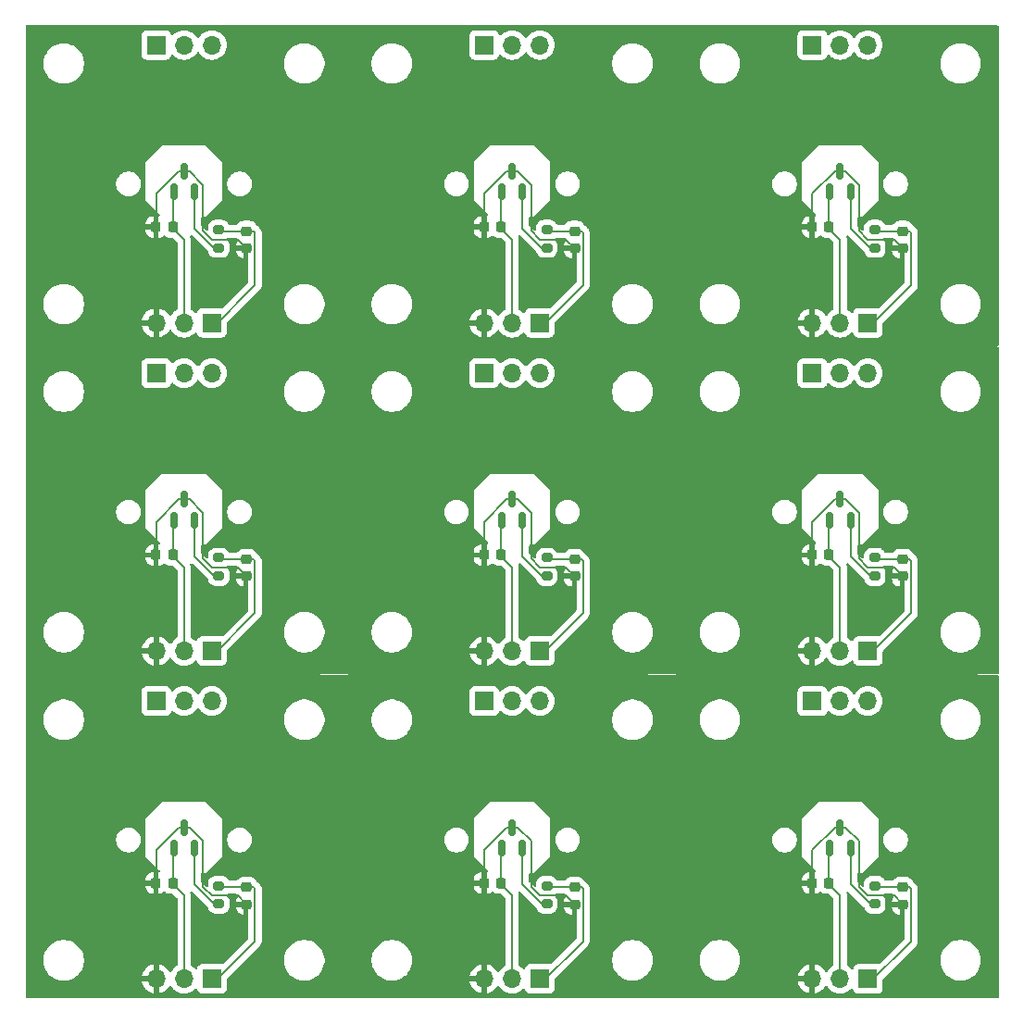
<source format=gbr>
G04 #@! TF.GenerationSoftware,KiCad,Pcbnew,8.0.3*
G04 #@! TF.CreationDate,2024-06-06T13:15:09+09:00*
G04 #@! TF.ProjectId,analog_switch_tester,616e616c-6f67-45f7-9377-697463685f74,1*
G04 #@! TF.SameCoordinates,Original*
G04 #@! TF.FileFunction,Copper,L1,Top*
G04 #@! TF.FilePolarity,Positive*
%FSLAX46Y46*%
G04 Gerber Fmt 4.6, Leading zero omitted, Abs format (unit mm)*
G04 Created by KiCad (PCBNEW 8.0.3) date 2024-06-06 13:15:09*
%MOMM*%
%LPD*%
G01*
G04 APERTURE LIST*
G04 Aperture macros list*
%AMRoundRect*
0 Rectangle with rounded corners*
0 $1 Rounding radius*
0 $2 $3 $4 $5 $6 $7 $8 $9 X,Y pos of 4 corners*
0 Add a 4 corners polygon primitive as box body*
4,1,4,$2,$3,$4,$5,$6,$7,$8,$9,$2,$3,0*
0 Add four circle primitives for the rounded corners*
1,1,$1+$1,$2,$3*
1,1,$1+$1,$4,$5*
1,1,$1+$1,$6,$7*
1,1,$1+$1,$8,$9*
0 Add four rect primitives between the rounded corners*
20,1,$1+$1,$2,$3,$4,$5,0*
20,1,$1+$1,$4,$5,$6,$7,0*
20,1,$1+$1,$6,$7,$8,$9,0*
20,1,$1+$1,$8,$9,$2,$3,0*%
G04 Aperture macros list end*
G04 #@! TA.AperFunction,ComponentPad*
%ADD10O,1.700000X1.700000*%
G04 #@! TD*
G04 #@! TA.AperFunction,ComponentPad*
%ADD11R,1.700000X1.700000*%
G04 #@! TD*
G04 #@! TA.AperFunction,SMDPad,CuDef*
%ADD12RoundRect,0.225000X0.250000X-0.225000X0.250000X0.225000X-0.250000X0.225000X-0.250000X-0.225000X0*%
G04 #@! TD*
G04 #@! TA.AperFunction,SMDPad,CuDef*
%ADD13RoundRect,0.150000X0.150000X-0.587500X0.150000X0.587500X-0.150000X0.587500X-0.150000X-0.587500X0*%
G04 #@! TD*
G04 #@! TA.AperFunction,SMDPad,CuDef*
%ADD14RoundRect,0.200000X0.275000X-0.200000X0.275000X0.200000X-0.275000X0.200000X-0.275000X-0.200000X0*%
G04 #@! TD*
G04 #@! TA.AperFunction,SMDPad,CuDef*
%ADD15RoundRect,0.225000X-0.225000X-0.250000X0.225000X-0.250000X0.225000X0.250000X-0.225000X0.250000X0*%
G04 #@! TD*
G04 #@! TA.AperFunction,Conductor*
%ADD16C,0.200000*%
G04 #@! TD*
G04 APERTURE END LIST*
D10*
G04 #@! TO.P,J9,3,Pin_3*
G04 #@! TO.N,GNDA*
X93274000Y-106603500D03*
G04 #@! TO.P,J9,2,Pin_2*
G04 #@! TO.N,V_AREF*
X95814000Y-106603500D03*
D11*
G04 #@! TO.P,J9,1,Pin_1*
G04 #@! TO.N,OUT*
X98354000Y-106603500D03*
G04 #@! TD*
D10*
G04 #@! TO.P,Mount9,3,Pin_3*
G04 #@! TO.N,unconnected-(Mount1-Pin_3-Pad3)*
X98354000Y-81203500D03*
G04 #@! TO.P,Mount9,2,Pin_2*
G04 #@! TO.N,unconnected-(Mount1-Pin_2-Pad2)*
X95814000Y-81203500D03*
D11*
G04 #@! TO.P,Mount9,1,Pin_1*
G04 #@! TO.N,unconnected-(Mount1-Pin_1-Pad1)*
X93274000Y-81203500D03*
G04 #@! TD*
D12*
G04 #@! TO.P,C18,2*
G04 #@! TO.N,OUT*
X101529000Y-98227000D03*
G04 #@! TO.P,C18,1*
G04 #@! TO.N,GNDA*
X101529000Y-99777000D03*
G04 #@! TD*
D13*
G04 #@! TO.P,U9,3,GND*
G04 #@! TO.N,GNDA*
X95814000Y-92766000D03*
G04 #@! TO.P,U9,2,OUT*
G04 #@! TO.N,Net-(U1-OUT)*
X96764000Y-94641000D03*
G04 #@! TO.P,U9,1,VCC*
G04 #@! TO.N,V_AREF*
X94864000Y-94641000D03*
G04 #@! TD*
D14*
G04 #@! TO.P,R9,2*
G04 #@! TO.N,OUT*
X98989000Y-98100000D03*
G04 #@! TO.P,R9,1*
G04 #@! TO.N,Net-(U1-OUT)*
X98989000Y-99750000D03*
G04 #@! TD*
D15*
G04 #@! TO.P,C17,2*
G04 #@! TO.N,V_AREF*
X94798000Y-97846000D03*
G04 #@! TO.P,C17,1*
G04 #@! TO.N,GNDA*
X93248000Y-97846000D03*
G04 #@! TD*
D10*
G04 #@! TO.P,J8,3,Pin_3*
G04 #@! TO.N,GNDA*
X63274000Y-106603500D03*
G04 #@! TO.P,J8,2,Pin_2*
G04 #@! TO.N,V_AREF*
X65814000Y-106603500D03*
D11*
G04 #@! TO.P,J8,1,Pin_1*
G04 #@! TO.N,OUT*
X68354000Y-106603500D03*
G04 #@! TD*
D10*
G04 #@! TO.P,Mount8,3,Pin_3*
G04 #@! TO.N,unconnected-(Mount1-Pin_3-Pad3)*
X68354000Y-81203500D03*
G04 #@! TO.P,Mount8,2,Pin_2*
G04 #@! TO.N,unconnected-(Mount1-Pin_2-Pad2)*
X65814000Y-81203500D03*
D11*
G04 #@! TO.P,Mount8,1,Pin_1*
G04 #@! TO.N,unconnected-(Mount1-Pin_1-Pad1)*
X63274000Y-81203500D03*
G04 #@! TD*
D12*
G04 #@! TO.P,C16,2*
G04 #@! TO.N,OUT*
X71529000Y-98227000D03*
G04 #@! TO.P,C16,1*
G04 #@! TO.N,GNDA*
X71529000Y-99777000D03*
G04 #@! TD*
D13*
G04 #@! TO.P,U8,3,GND*
G04 #@! TO.N,GNDA*
X65814000Y-92766000D03*
G04 #@! TO.P,U8,2,OUT*
G04 #@! TO.N,Net-(U1-OUT)*
X66764000Y-94641000D03*
G04 #@! TO.P,U8,1,VCC*
G04 #@! TO.N,V_AREF*
X64864000Y-94641000D03*
G04 #@! TD*
D14*
G04 #@! TO.P,R8,2*
G04 #@! TO.N,OUT*
X68989000Y-98100000D03*
G04 #@! TO.P,R8,1*
G04 #@! TO.N,Net-(U1-OUT)*
X68989000Y-99750000D03*
G04 #@! TD*
D15*
G04 #@! TO.P,C15,2*
G04 #@! TO.N,V_AREF*
X64798000Y-97846000D03*
G04 #@! TO.P,C15,1*
G04 #@! TO.N,GNDA*
X63248000Y-97846000D03*
G04 #@! TD*
D10*
G04 #@! TO.P,J7,3,Pin_3*
G04 #@! TO.N,GNDA*
X33274000Y-106603500D03*
G04 #@! TO.P,J7,2,Pin_2*
G04 #@! TO.N,V_AREF*
X35814000Y-106603500D03*
D11*
G04 #@! TO.P,J7,1,Pin_1*
G04 #@! TO.N,OUT*
X38354000Y-106603500D03*
G04 #@! TD*
D10*
G04 #@! TO.P,Mount7,3,Pin_3*
G04 #@! TO.N,unconnected-(Mount1-Pin_3-Pad3)*
X38354000Y-81203500D03*
G04 #@! TO.P,Mount7,2,Pin_2*
G04 #@! TO.N,unconnected-(Mount1-Pin_2-Pad2)*
X35814000Y-81203500D03*
D11*
G04 #@! TO.P,Mount7,1,Pin_1*
G04 #@! TO.N,unconnected-(Mount1-Pin_1-Pad1)*
X33274000Y-81203500D03*
G04 #@! TD*
D12*
G04 #@! TO.P,C14,2*
G04 #@! TO.N,OUT*
X41529000Y-98227000D03*
G04 #@! TO.P,C14,1*
G04 #@! TO.N,GNDA*
X41529000Y-99777000D03*
G04 #@! TD*
D13*
G04 #@! TO.P,U7,3,GND*
G04 #@! TO.N,GNDA*
X35814000Y-92766000D03*
G04 #@! TO.P,U7,2,OUT*
G04 #@! TO.N,Net-(U1-OUT)*
X36764000Y-94641000D03*
G04 #@! TO.P,U7,1,VCC*
G04 #@! TO.N,V_AREF*
X34864000Y-94641000D03*
G04 #@! TD*
D14*
G04 #@! TO.P,R7,2*
G04 #@! TO.N,OUT*
X38989000Y-98100000D03*
G04 #@! TO.P,R7,1*
G04 #@! TO.N,Net-(U1-OUT)*
X38989000Y-99750000D03*
G04 #@! TD*
D15*
G04 #@! TO.P,C13,2*
G04 #@! TO.N,V_AREF*
X34798000Y-97846000D03*
G04 #@! TO.P,C13,1*
G04 #@! TO.N,GNDA*
X33248000Y-97846000D03*
G04 #@! TD*
D10*
G04 #@! TO.P,J6,3,Pin_3*
G04 #@! TO.N,GNDA*
X93274000Y-76603500D03*
G04 #@! TO.P,J6,2,Pin_2*
G04 #@! TO.N,V_AREF*
X95814000Y-76603500D03*
D11*
G04 #@! TO.P,J6,1,Pin_1*
G04 #@! TO.N,OUT*
X98354000Y-76603500D03*
G04 #@! TD*
D10*
G04 #@! TO.P,Mount6,3,Pin_3*
G04 #@! TO.N,unconnected-(Mount1-Pin_3-Pad3)*
X98354000Y-51203500D03*
G04 #@! TO.P,Mount6,2,Pin_2*
G04 #@! TO.N,unconnected-(Mount1-Pin_2-Pad2)*
X95814000Y-51203500D03*
D11*
G04 #@! TO.P,Mount6,1,Pin_1*
G04 #@! TO.N,unconnected-(Mount1-Pin_1-Pad1)*
X93274000Y-51203500D03*
G04 #@! TD*
D12*
G04 #@! TO.P,C12,2*
G04 #@! TO.N,OUT*
X101529000Y-68227000D03*
G04 #@! TO.P,C12,1*
G04 #@! TO.N,GNDA*
X101529000Y-69777000D03*
G04 #@! TD*
D13*
G04 #@! TO.P,U6,3,GND*
G04 #@! TO.N,GNDA*
X95814000Y-62766000D03*
G04 #@! TO.P,U6,2,OUT*
G04 #@! TO.N,Net-(U1-OUT)*
X96764000Y-64641000D03*
G04 #@! TO.P,U6,1,VCC*
G04 #@! TO.N,V_AREF*
X94864000Y-64641000D03*
G04 #@! TD*
D14*
G04 #@! TO.P,R6,2*
G04 #@! TO.N,OUT*
X98989000Y-68100000D03*
G04 #@! TO.P,R6,1*
G04 #@! TO.N,Net-(U1-OUT)*
X98989000Y-69750000D03*
G04 #@! TD*
D15*
G04 #@! TO.P,C11,2*
G04 #@! TO.N,V_AREF*
X94798000Y-67846000D03*
G04 #@! TO.P,C11,1*
G04 #@! TO.N,GNDA*
X93248000Y-67846000D03*
G04 #@! TD*
D10*
G04 #@! TO.P,J5,3,Pin_3*
G04 #@! TO.N,GNDA*
X63274000Y-76603500D03*
G04 #@! TO.P,J5,2,Pin_2*
G04 #@! TO.N,V_AREF*
X65814000Y-76603500D03*
D11*
G04 #@! TO.P,J5,1,Pin_1*
G04 #@! TO.N,OUT*
X68354000Y-76603500D03*
G04 #@! TD*
D10*
G04 #@! TO.P,Mount5,3,Pin_3*
G04 #@! TO.N,unconnected-(Mount1-Pin_3-Pad3)*
X68354000Y-51203500D03*
G04 #@! TO.P,Mount5,2,Pin_2*
G04 #@! TO.N,unconnected-(Mount1-Pin_2-Pad2)*
X65814000Y-51203500D03*
D11*
G04 #@! TO.P,Mount5,1,Pin_1*
G04 #@! TO.N,unconnected-(Mount1-Pin_1-Pad1)*
X63274000Y-51203500D03*
G04 #@! TD*
D12*
G04 #@! TO.P,C10,2*
G04 #@! TO.N,OUT*
X71529000Y-68227000D03*
G04 #@! TO.P,C10,1*
G04 #@! TO.N,GNDA*
X71529000Y-69777000D03*
G04 #@! TD*
D13*
G04 #@! TO.P,U5,3,GND*
G04 #@! TO.N,GNDA*
X65814000Y-62766000D03*
G04 #@! TO.P,U5,2,OUT*
G04 #@! TO.N,Net-(U1-OUT)*
X66764000Y-64641000D03*
G04 #@! TO.P,U5,1,VCC*
G04 #@! TO.N,V_AREF*
X64864000Y-64641000D03*
G04 #@! TD*
D14*
G04 #@! TO.P,R5,2*
G04 #@! TO.N,OUT*
X68989000Y-68100000D03*
G04 #@! TO.P,R5,1*
G04 #@! TO.N,Net-(U1-OUT)*
X68989000Y-69750000D03*
G04 #@! TD*
D15*
G04 #@! TO.P,C9,2*
G04 #@! TO.N,V_AREF*
X64798000Y-67846000D03*
G04 #@! TO.P,C9,1*
G04 #@! TO.N,GNDA*
X63248000Y-67846000D03*
G04 #@! TD*
D10*
G04 #@! TO.P,J4,3,Pin_3*
G04 #@! TO.N,GNDA*
X33274000Y-76603500D03*
G04 #@! TO.P,J4,2,Pin_2*
G04 #@! TO.N,V_AREF*
X35814000Y-76603500D03*
D11*
G04 #@! TO.P,J4,1,Pin_1*
G04 #@! TO.N,OUT*
X38354000Y-76603500D03*
G04 #@! TD*
D10*
G04 #@! TO.P,Mount4,3,Pin_3*
G04 #@! TO.N,unconnected-(Mount1-Pin_3-Pad3)*
X38354000Y-51203500D03*
G04 #@! TO.P,Mount4,2,Pin_2*
G04 #@! TO.N,unconnected-(Mount1-Pin_2-Pad2)*
X35814000Y-51203500D03*
D11*
G04 #@! TO.P,Mount4,1,Pin_1*
G04 #@! TO.N,unconnected-(Mount1-Pin_1-Pad1)*
X33274000Y-51203500D03*
G04 #@! TD*
D12*
G04 #@! TO.P,C8,2*
G04 #@! TO.N,OUT*
X41529000Y-68227000D03*
G04 #@! TO.P,C8,1*
G04 #@! TO.N,GNDA*
X41529000Y-69777000D03*
G04 #@! TD*
D13*
G04 #@! TO.P,U4,3,GND*
G04 #@! TO.N,GNDA*
X35814000Y-62766000D03*
G04 #@! TO.P,U4,2,OUT*
G04 #@! TO.N,Net-(U1-OUT)*
X36764000Y-64641000D03*
G04 #@! TO.P,U4,1,VCC*
G04 #@! TO.N,V_AREF*
X34864000Y-64641000D03*
G04 #@! TD*
D14*
G04 #@! TO.P,R4,2*
G04 #@! TO.N,OUT*
X38989000Y-68100000D03*
G04 #@! TO.P,R4,1*
G04 #@! TO.N,Net-(U1-OUT)*
X38989000Y-69750000D03*
G04 #@! TD*
D15*
G04 #@! TO.P,C7,2*
G04 #@! TO.N,V_AREF*
X34798000Y-67846000D03*
G04 #@! TO.P,C7,1*
G04 #@! TO.N,GNDA*
X33248000Y-67846000D03*
G04 #@! TD*
D10*
G04 #@! TO.P,J3,3,Pin_3*
G04 #@! TO.N,GNDA*
X93274000Y-46603500D03*
G04 #@! TO.P,J3,2,Pin_2*
G04 #@! TO.N,V_AREF*
X95814000Y-46603500D03*
D11*
G04 #@! TO.P,J3,1,Pin_1*
G04 #@! TO.N,OUT*
X98354000Y-46603500D03*
G04 #@! TD*
D10*
G04 #@! TO.P,Mount3,3,Pin_3*
G04 #@! TO.N,unconnected-(Mount1-Pin_3-Pad3)*
X98354000Y-21203500D03*
G04 #@! TO.P,Mount3,2,Pin_2*
G04 #@! TO.N,unconnected-(Mount1-Pin_2-Pad2)*
X95814000Y-21203500D03*
D11*
G04 #@! TO.P,Mount3,1,Pin_1*
G04 #@! TO.N,unconnected-(Mount1-Pin_1-Pad1)*
X93274000Y-21203500D03*
G04 #@! TD*
D12*
G04 #@! TO.P,C6,2*
G04 #@! TO.N,OUT*
X101529000Y-38227000D03*
G04 #@! TO.P,C6,1*
G04 #@! TO.N,GNDA*
X101529000Y-39777000D03*
G04 #@! TD*
D13*
G04 #@! TO.P,U3,3,GND*
G04 #@! TO.N,GNDA*
X95814000Y-32766000D03*
G04 #@! TO.P,U3,2,OUT*
G04 #@! TO.N,Net-(U1-OUT)*
X96764000Y-34641000D03*
G04 #@! TO.P,U3,1,VCC*
G04 #@! TO.N,V_AREF*
X94864000Y-34641000D03*
G04 #@! TD*
D14*
G04 #@! TO.P,R3,2*
G04 #@! TO.N,OUT*
X98989000Y-38100000D03*
G04 #@! TO.P,R3,1*
G04 #@! TO.N,Net-(U1-OUT)*
X98989000Y-39750000D03*
G04 #@! TD*
D15*
G04 #@! TO.P,C5,2*
G04 #@! TO.N,V_AREF*
X94798000Y-37846000D03*
G04 #@! TO.P,C5,1*
G04 #@! TO.N,GNDA*
X93248000Y-37846000D03*
G04 #@! TD*
D10*
G04 #@! TO.P,J2,3,Pin_3*
G04 #@! TO.N,GNDA*
X63274000Y-46603500D03*
G04 #@! TO.P,J2,2,Pin_2*
G04 #@! TO.N,V_AREF*
X65814000Y-46603500D03*
D11*
G04 #@! TO.P,J2,1,Pin_1*
G04 #@! TO.N,OUT*
X68354000Y-46603500D03*
G04 #@! TD*
D10*
G04 #@! TO.P,Mount2,3,Pin_3*
G04 #@! TO.N,unconnected-(Mount1-Pin_3-Pad3)*
X68354000Y-21203500D03*
G04 #@! TO.P,Mount2,2,Pin_2*
G04 #@! TO.N,unconnected-(Mount1-Pin_2-Pad2)*
X65814000Y-21203500D03*
D11*
G04 #@! TO.P,Mount2,1,Pin_1*
G04 #@! TO.N,unconnected-(Mount1-Pin_1-Pad1)*
X63274000Y-21203500D03*
G04 #@! TD*
D12*
G04 #@! TO.P,C4,2*
G04 #@! TO.N,OUT*
X71529000Y-38227000D03*
G04 #@! TO.P,C4,1*
G04 #@! TO.N,GNDA*
X71529000Y-39777000D03*
G04 #@! TD*
D13*
G04 #@! TO.P,U2,3,GND*
G04 #@! TO.N,GNDA*
X65814000Y-32766000D03*
G04 #@! TO.P,U2,2,OUT*
G04 #@! TO.N,Net-(U1-OUT)*
X66764000Y-34641000D03*
G04 #@! TO.P,U2,1,VCC*
G04 #@! TO.N,V_AREF*
X64864000Y-34641000D03*
G04 #@! TD*
D14*
G04 #@! TO.P,R2,2*
G04 #@! TO.N,OUT*
X68989000Y-38100000D03*
G04 #@! TO.P,R2,1*
G04 #@! TO.N,Net-(U1-OUT)*
X68989000Y-39750000D03*
G04 #@! TD*
D15*
G04 #@! TO.P,C3,2*
G04 #@! TO.N,V_AREF*
X64798000Y-37846000D03*
G04 #@! TO.P,C3,1*
G04 #@! TO.N,GNDA*
X63248000Y-37846000D03*
G04 #@! TD*
D10*
G04 #@! TO.P,Mount1,3,Pin_3*
G04 #@! TO.N,unconnected-(Mount1-Pin_3-Pad3)*
X38354000Y-21203500D03*
G04 #@! TO.P,Mount1,2,Pin_2*
G04 #@! TO.N,unconnected-(Mount1-Pin_2-Pad2)*
X35814000Y-21203500D03*
D11*
G04 #@! TO.P,Mount1,1,Pin_1*
G04 #@! TO.N,unconnected-(Mount1-Pin_1-Pad1)*
X33274000Y-21203500D03*
G04 #@! TD*
D13*
G04 #@! TO.P,U1,3,GND*
G04 #@! TO.N,GNDA*
X35814000Y-32766000D03*
G04 #@! TO.P,U1,2,OUT*
G04 #@! TO.N,Net-(U1-OUT)*
X36764000Y-34641000D03*
G04 #@! TO.P,U1,1,VCC*
G04 #@! TO.N,V_AREF*
X34864000Y-34641000D03*
G04 #@! TD*
D14*
G04 #@! TO.P,R1,2*
G04 #@! TO.N,OUT*
X38989000Y-38100000D03*
G04 #@! TO.P,R1,1*
G04 #@! TO.N,Net-(U1-OUT)*
X38989000Y-39750000D03*
G04 #@! TD*
D15*
G04 #@! TO.P,C1,2*
G04 #@! TO.N,V_AREF*
X34798000Y-37846000D03*
G04 #@! TO.P,C1,1*
G04 #@! TO.N,GNDA*
X33248000Y-37846000D03*
G04 #@! TD*
D12*
G04 #@! TO.P,C2,2*
G04 #@! TO.N,OUT*
X41529000Y-38227000D03*
G04 #@! TO.P,C2,1*
G04 #@! TO.N,GNDA*
X41529000Y-39777000D03*
G04 #@! TD*
D10*
G04 #@! TO.P,J1,3,Pin_3*
G04 #@! TO.N,GNDA*
X33274000Y-46603500D03*
G04 #@! TO.P,J1,2,Pin_2*
G04 #@! TO.N,V_AREF*
X35814000Y-46603500D03*
D11*
G04 #@! TO.P,J1,1,Pin_1*
G04 #@! TO.N,OUT*
X38354000Y-46603500D03*
G04 #@! TD*
D16*
G04 #@! TO.N,GNDA*
X93401000Y-106984500D02*
X93274000Y-107111500D01*
G04 #@! TO.N,V_AREF*
X95814000Y-98983500D02*
X94798000Y-97967500D01*
X95814000Y-107111500D02*
X95814000Y-98983500D01*
X94798000Y-94707000D02*
X94864000Y-94641000D01*
X94798000Y-97967500D02*
X94798000Y-94707000D01*
G04 #@! TO.N,GNDA*
X93274000Y-107111500D02*
X93274000Y-94808800D01*
X95316800Y-92766000D02*
X95814000Y-92766000D01*
X93274000Y-94808800D02*
X95316800Y-92766000D01*
G04 #@! TO.N,Net-(U1-OUT)*
X98549314Y-99750000D02*
X96764000Y-97964686D01*
X96764000Y-97964686D02*
X96764000Y-94641000D01*
G04 #@! TO.N,GNDA*
X100741000Y-98989000D02*
X101529000Y-99777000D01*
G04 #@! TO.N,Net-(U1-OUT)*
X98989000Y-99751000D02*
X98994500Y-99756500D01*
G04 #@! TO.N,GNDA*
X96319300Y-92766000D02*
X97547100Y-93993800D01*
G04 #@! TO.N,Net-(U1-OUT)*
X98989000Y-99750000D02*
X98549314Y-99750000D01*
G04 #@! TO.N,OUT*
X99243000Y-98227000D02*
X101529000Y-98227000D01*
G04 #@! TO.N,GNDA*
X95814000Y-92766000D02*
X96319300Y-92766000D01*
G04 #@! TO.N,OUT*
X99116000Y-98100000D02*
X99243000Y-98227000D01*
X98989000Y-98100000D02*
X99116000Y-98100000D01*
G04 #@! TO.N,GNDA*
X98354000Y-98989000D02*
X100741000Y-98989000D01*
X97547100Y-93993800D02*
X97547100Y-98182100D01*
X97547100Y-98182100D02*
X98354000Y-98989000D01*
G04 #@! TO.N,OUT*
X102304000Y-98367000D02*
X102164000Y-98227000D01*
X98354000Y-107111500D02*
X102304000Y-103161500D01*
X102304000Y-103161500D02*
X102304000Y-98367000D01*
X102164000Y-98227000D02*
X101529000Y-98227000D01*
G04 #@! TO.N,GNDA*
X63401000Y-106984500D02*
X63274000Y-107111500D01*
G04 #@! TO.N,V_AREF*
X65814000Y-98983500D02*
X64798000Y-97967500D01*
X65814000Y-107111500D02*
X65814000Y-98983500D01*
X64798000Y-94707000D02*
X64864000Y-94641000D01*
X64798000Y-97967500D02*
X64798000Y-94707000D01*
G04 #@! TO.N,GNDA*
X63274000Y-107111500D02*
X63274000Y-94808800D01*
X65316800Y-92766000D02*
X65814000Y-92766000D01*
X63274000Y-94808800D02*
X65316800Y-92766000D01*
G04 #@! TO.N,Net-(U1-OUT)*
X68549314Y-99750000D02*
X66764000Y-97964686D01*
X66764000Y-97964686D02*
X66764000Y-94641000D01*
G04 #@! TO.N,GNDA*
X70741000Y-98989000D02*
X71529000Y-99777000D01*
G04 #@! TO.N,Net-(U1-OUT)*
X68989000Y-99751000D02*
X68994500Y-99756500D01*
G04 #@! TO.N,GNDA*
X66319300Y-92766000D02*
X67547100Y-93993800D01*
G04 #@! TO.N,Net-(U1-OUT)*
X68989000Y-99750000D02*
X68549314Y-99750000D01*
G04 #@! TO.N,OUT*
X69243000Y-98227000D02*
X71529000Y-98227000D01*
G04 #@! TO.N,GNDA*
X65814000Y-92766000D02*
X66319300Y-92766000D01*
G04 #@! TO.N,OUT*
X69116000Y-98100000D02*
X69243000Y-98227000D01*
X68989000Y-98100000D02*
X69116000Y-98100000D01*
G04 #@! TO.N,GNDA*
X68354000Y-98989000D02*
X70741000Y-98989000D01*
X67547100Y-93993800D02*
X67547100Y-98182100D01*
X67547100Y-98182100D02*
X68354000Y-98989000D01*
G04 #@! TO.N,OUT*
X72304000Y-98367000D02*
X72164000Y-98227000D01*
X68354000Y-107111500D02*
X72304000Y-103161500D01*
X72304000Y-103161500D02*
X72304000Y-98367000D01*
X72164000Y-98227000D02*
X71529000Y-98227000D01*
G04 #@! TO.N,GNDA*
X33401000Y-106984500D02*
X33274000Y-107111500D01*
G04 #@! TO.N,V_AREF*
X35814000Y-98983500D02*
X34798000Y-97967500D01*
X35814000Y-107111500D02*
X35814000Y-98983500D01*
X34798000Y-94707000D02*
X34864000Y-94641000D01*
X34798000Y-97967500D02*
X34798000Y-94707000D01*
G04 #@! TO.N,GNDA*
X33274000Y-107111500D02*
X33274000Y-94808800D01*
X35316800Y-92766000D02*
X35814000Y-92766000D01*
X33274000Y-94808800D02*
X35316800Y-92766000D01*
G04 #@! TO.N,Net-(U1-OUT)*
X38549314Y-99750000D02*
X36764000Y-97964686D01*
X36764000Y-97964686D02*
X36764000Y-94641000D01*
G04 #@! TO.N,GNDA*
X40741000Y-98989000D02*
X41529000Y-99777000D01*
G04 #@! TO.N,Net-(U1-OUT)*
X38989000Y-99751000D02*
X38994500Y-99756500D01*
G04 #@! TO.N,GNDA*
X36319300Y-92766000D02*
X37547100Y-93993800D01*
G04 #@! TO.N,Net-(U1-OUT)*
X38989000Y-99750000D02*
X38549314Y-99750000D01*
G04 #@! TO.N,OUT*
X39243000Y-98227000D02*
X41529000Y-98227000D01*
G04 #@! TO.N,GNDA*
X35814000Y-92766000D02*
X36319300Y-92766000D01*
G04 #@! TO.N,OUT*
X39116000Y-98100000D02*
X39243000Y-98227000D01*
X38989000Y-98100000D02*
X39116000Y-98100000D01*
G04 #@! TO.N,GNDA*
X38354000Y-98989000D02*
X40741000Y-98989000D01*
X37547100Y-93993800D02*
X37547100Y-98182100D01*
X37547100Y-98182100D02*
X38354000Y-98989000D01*
G04 #@! TO.N,OUT*
X42304000Y-98367000D02*
X42164000Y-98227000D01*
X38354000Y-107111500D02*
X42304000Y-103161500D01*
X42304000Y-103161500D02*
X42304000Y-98367000D01*
X42164000Y-98227000D02*
X41529000Y-98227000D01*
G04 #@! TO.N,GNDA*
X93401000Y-76984500D02*
X93274000Y-77111500D01*
G04 #@! TO.N,V_AREF*
X95814000Y-68983500D02*
X94798000Y-67967500D01*
X95814000Y-77111500D02*
X95814000Y-68983500D01*
X94798000Y-64707000D02*
X94864000Y-64641000D01*
X94798000Y-67967500D02*
X94798000Y-64707000D01*
G04 #@! TO.N,GNDA*
X93274000Y-77111500D02*
X93274000Y-64808800D01*
X95316800Y-62766000D02*
X95814000Y-62766000D01*
X93274000Y-64808800D02*
X95316800Y-62766000D01*
G04 #@! TO.N,Net-(U1-OUT)*
X98549314Y-69750000D02*
X96764000Y-67964686D01*
X96764000Y-67964686D02*
X96764000Y-64641000D01*
G04 #@! TO.N,GNDA*
X100741000Y-68989000D02*
X101529000Y-69777000D01*
G04 #@! TO.N,Net-(U1-OUT)*
X98989000Y-69751000D02*
X98994500Y-69756500D01*
G04 #@! TO.N,GNDA*
X96319300Y-62766000D02*
X97547100Y-63993800D01*
G04 #@! TO.N,Net-(U1-OUT)*
X98989000Y-69750000D02*
X98549314Y-69750000D01*
G04 #@! TO.N,OUT*
X99243000Y-68227000D02*
X101529000Y-68227000D01*
G04 #@! TO.N,GNDA*
X95814000Y-62766000D02*
X96319300Y-62766000D01*
G04 #@! TO.N,OUT*
X99116000Y-68100000D02*
X99243000Y-68227000D01*
X98989000Y-68100000D02*
X99116000Y-68100000D01*
G04 #@! TO.N,GNDA*
X98354000Y-68989000D02*
X100741000Y-68989000D01*
X97547100Y-63993800D02*
X97547100Y-68182100D01*
X97547100Y-68182100D02*
X98354000Y-68989000D01*
G04 #@! TO.N,OUT*
X102304000Y-68367000D02*
X102164000Y-68227000D01*
X98354000Y-77111500D02*
X102304000Y-73161500D01*
X102304000Y-73161500D02*
X102304000Y-68367000D01*
X102164000Y-68227000D02*
X101529000Y-68227000D01*
G04 #@! TO.N,GNDA*
X63401000Y-76984500D02*
X63274000Y-77111500D01*
G04 #@! TO.N,V_AREF*
X65814000Y-68983500D02*
X64798000Y-67967500D01*
X65814000Y-77111500D02*
X65814000Y-68983500D01*
X64798000Y-64707000D02*
X64864000Y-64641000D01*
X64798000Y-67967500D02*
X64798000Y-64707000D01*
G04 #@! TO.N,GNDA*
X63274000Y-77111500D02*
X63274000Y-64808800D01*
X65316800Y-62766000D02*
X65814000Y-62766000D01*
X63274000Y-64808800D02*
X65316800Y-62766000D01*
G04 #@! TO.N,Net-(U1-OUT)*
X68549314Y-69750000D02*
X66764000Y-67964686D01*
X66764000Y-67964686D02*
X66764000Y-64641000D01*
G04 #@! TO.N,GNDA*
X70741000Y-68989000D02*
X71529000Y-69777000D01*
G04 #@! TO.N,Net-(U1-OUT)*
X68989000Y-69751000D02*
X68994500Y-69756500D01*
G04 #@! TO.N,GNDA*
X66319300Y-62766000D02*
X67547100Y-63993800D01*
G04 #@! TO.N,Net-(U1-OUT)*
X68989000Y-69750000D02*
X68549314Y-69750000D01*
G04 #@! TO.N,OUT*
X69243000Y-68227000D02*
X71529000Y-68227000D01*
G04 #@! TO.N,GNDA*
X65814000Y-62766000D02*
X66319300Y-62766000D01*
G04 #@! TO.N,OUT*
X69116000Y-68100000D02*
X69243000Y-68227000D01*
X68989000Y-68100000D02*
X69116000Y-68100000D01*
G04 #@! TO.N,GNDA*
X68354000Y-68989000D02*
X70741000Y-68989000D01*
X67547100Y-63993800D02*
X67547100Y-68182100D01*
X67547100Y-68182100D02*
X68354000Y-68989000D01*
G04 #@! TO.N,OUT*
X72304000Y-68367000D02*
X72164000Y-68227000D01*
X68354000Y-77111500D02*
X72304000Y-73161500D01*
X72304000Y-73161500D02*
X72304000Y-68367000D01*
X72164000Y-68227000D02*
X71529000Y-68227000D01*
G04 #@! TO.N,GNDA*
X33401000Y-76984500D02*
X33274000Y-77111500D01*
G04 #@! TO.N,V_AREF*
X35814000Y-68983500D02*
X34798000Y-67967500D01*
X35814000Y-77111500D02*
X35814000Y-68983500D01*
X34798000Y-64707000D02*
X34864000Y-64641000D01*
X34798000Y-67967500D02*
X34798000Y-64707000D01*
G04 #@! TO.N,GNDA*
X33274000Y-77111500D02*
X33274000Y-64808800D01*
X35316800Y-62766000D02*
X35814000Y-62766000D01*
X33274000Y-64808800D02*
X35316800Y-62766000D01*
G04 #@! TO.N,Net-(U1-OUT)*
X38549314Y-69750000D02*
X36764000Y-67964686D01*
X36764000Y-67964686D02*
X36764000Y-64641000D01*
G04 #@! TO.N,GNDA*
X40741000Y-68989000D02*
X41529000Y-69777000D01*
G04 #@! TO.N,Net-(U1-OUT)*
X38989000Y-69751000D02*
X38994500Y-69756500D01*
G04 #@! TO.N,GNDA*
X36319300Y-62766000D02*
X37547100Y-63993800D01*
G04 #@! TO.N,Net-(U1-OUT)*
X38989000Y-69750000D02*
X38549314Y-69750000D01*
G04 #@! TO.N,OUT*
X39243000Y-68227000D02*
X41529000Y-68227000D01*
G04 #@! TO.N,GNDA*
X35814000Y-62766000D02*
X36319300Y-62766000D01*
G04 #@! TO.N,OUT*
X39116000Y-68100000D02*
X39243000Y-68227000D01*
X38989000Y-68100000D02*
X39116000Y-68100000D01*
G04 #@! TO.N,GNDA*
X38354000Y-68989000D02*
X40741000Y-68989000D01*
X37547100Y-63993800D02*
X37547100Y-68182100D01*
X37547100Y-68182100D02*
X38354000Y-68989000D01*
G04 #@! TO.N,OUT*
X42304000Y-68367000D02*
X42164000Y-68227000D01*
X38354000Y-77111500D02*
X42304000Y-73161500D01*
X42304000Y-73161500D02*
X42304000Y-68367000D01*
X42164000Y-68227000D02*
X41529000Y-68227000D01*
G04 #@! TO.N,GNDA*
X93401000Y-46984500D02*
X93274000Y-47111500D01*
G04 #@! TO.N,V_AREF*
X95814000Y-38983500D02*
X94798000Y-37967500D01*
X95814000Y-47111500D02*
X95814000Y-38983500D01*
X94798000Y-34707000D02*
X94864000Y-34641000D01*
X94798000Y-37967500D02*
X94798000Y-34707000D01*
G04 #@! TO.N,GNDA*
X93274000Y-47111500D02*
X93274000Y-34808800D01*
X95316800Y-32766000D02*
X95814000Y-32766000D01*
X93274000Y-34808800D02*
X95316800Y-32766000D01*
G04 #@! TO.N,Net-(U1-OUT)*
X98549314Y-39750000D02*
X96764000Y-37964686D01*
X96764000Y-37964686D02*
X96764000Y-34641000D01*
G04 #@! TO.N,GNDA*
X100741000Y-38989000D02*
X101529000Y-39777000D01*
G04 #@! TO.N,Net-(U1-OUT)*
X98989000Y-39751000D02*
X98994500Y-39756500D01*
G04 #@! TO.N,GNDA*
X96319300Y-32766000D02*
X97547100Y-33993800D01*
G04 #@! TO.N,Net-(U1-OUT)*
X98989000Y-39750000D02*
X98549314Y-39750000D01*
G04 #@! TO.N,OUT*
X99243000Y-38227000D02*
X101529000Y-38227000D01*
G04 #@! TO.N,GNDA*
X95814000Y-32766000D02*
X96319300Y-32766000D01*
G04 #@! TO.N,OUT*
X99116000Y-38100000D02*
X99243000Y-38227000D01*
X98989000Y-38100000D02*
X99116000Y-38100000D01*
G04 #@! TO.N,GNDA*
X98354000Y-38989000D02*
X100741000Y-38989000D01*
X97547100Y-33993800D02*
X97547100Y-38182100D01*
X97547100Y-38182100D02*
X98354000Y-38989000D01*
G04 #@! TO.N,OUT*
X102304000Y-38367000D02*
X102164000Y-38227000D01*
X98354000Y-47111500D02*
X102304000Y-43161500D01*
X102304000Y-43161500D02*
X102304000Y-38367000D01*
X102164000Y-38227000D02*
X101529000Y-38227000D01*
G04 #@! TO.N,GNDA*
X63401000Y-46984500D02*
X63274000Y-47111500D01*
G04 #@! TO.N,V_AREF*
X65814000Y-38983500D02*
X64798000Y-37967500D01*
X65814000Y-47111500D02*
X65814000Y-38983500D01*
X64798000Y-34707000D02*
X64864000Y-34641000D01*
X64798000Y-37967500D02*
X64798000Y-34707000D01*
G04 #@! TO.N,GNDA*
X63274000Y-47111500D02*
X63274000Y-34808800D01*
X65316800Y-32766000D02*
X65814000Y-32766000D01*
X63274000Y-34808800D02*
X65316800Y-32766000D01*
G04 #@! TO.N,Net-(U1-OUT)*
X68549314Y-39750000D02*
X66764000Y-37964686D01*
X66764000Y-37964686D02*
X66764000Y-34641000D01*
G04 #@! TO.N,GNDA*
X70741000Y-38989000D02*
X71529000Y-39777000D01*
G04 #@! TO.N,Net-(U1-OUT)*
X68989000Y-39751000D02*
X68994500Y-39756500D01*
G04 #@! TO.N,GNDA*
X66319300Y-32766000D02*
X67547100Y-33993800D01*
G04 #@! TO.N,Net-(U1-OUT)*
X68989000Y-39750000D02*
X68549314Y-39750000D01*
G04 #@! TO.N,OUT*
X69243000Y-38227000D02*
X71529000Y-38227000D01*
G04 #@! TO.N,GNDA*
X65814000Y-32766000D02*
X66319300Y-32766000D01*
G04 #@! TO.N,OUT*
X69116000Y-38100000D02*
X69243000Y-38227000D01*
X68989000Y-38100000D02*
X69116000Y-38100000D01*
G04 #@! TO.N,GNDA*
X68354000Y-38989000D02*
X70741000Y-38989000D01*
X67547100Y-33993800D02*
X67547100Y-38182100D01*
X67547100Y-38182100D02*
X68354000Y-38989000D01*
G04 #@! TO.N,OUT*
X72304000Y-38367000D02*
X72164000Y-38227000D01*
X68354000Y-47111500D02*
X72304000Y-43161500D01*
X72304000Y-43161500D02*
X72304000Y-38367000D01*
X72164000Y-38227000D02*
X71529000Y-38227000D01*
G04 #@! TO.N,GNDA*
X35814000Y-32766000D02*
X36319300Y-32766000D01*
X37547100Y-33993800D02*
X37547100Y-38182100D01*
X36319300Y-32766000D02*
X37547100Y-33993800D01*
X37547100Y-38182100D02*
X38354000Y-38989000D01*
X38354000Y-38989000D02*
X40741000Y-38989000D01*
X40741000Y-38989000D02*
X41529000Y-39777000D01*
G04 #@! TO.N,Net-(U1-OUT)*
X36764000Y-37964686D02*
X36764000Y-34641000D01*
X38989000Y-39751000D02*
X38994500Y-39756500D01*
X38549314Y-39750000D02*
X36764000Y-37964686D01*
X38989000Y-39750000D02*
X38549314Y-39750000D01*
G04 #@! TO.N,OUT*
X38989000Y-38100000D02*
X39116000Y-38100000D01*
X39116000Y-38100000D02*
X39243000Y-38227000D01*
X39243000Y-38227000D02*
X41529000Y-38227000D01*
X42164000Y-38227000D02*
X41529000Y-38227000D01*
X38354000Y-47111500D02*
X42304000Y-43161500D01*
X42304000Y-43161500D02*
X42304000Y-38367000D01*
X42304000Y-38367000D02*
X42164000Y-38227000D01*
G04 #@! TO.N,GNDA*
X35316800Y-32766000D02*
X35814000Y-32766000D01*
X33274000Y-34808800D02*
X35316800Y-32766000D01*
X33274000Y-47111500D02*
X33274000Y-34808800D01*
X33401000Y-46984500D02*
X33274000Y-47111500D01*
G04 #@! TO.N,V_AREF*
X34798000Y-34707000D02*
X34864000Y-34641000D01*
X34798000Y-37967500D02*
X34798000Y-34707000D01*
X35814000Y-38983500D02*
X34798000Y-37967500D01*
X35814000Y-47111500D02*
X35814000Y-38983500D01*
G04 #@! TD*
G04 #@! TA.AperFunction,Conductor*
G04 #@! TO.N,GNDA*
G36*
X36547171Y-38606736D02*
G01*
X36580671Y-38630592D01*
X37994969Y-40044890D01*
X38025673Y-40095681D01*
X38070520Y-40239602D01*
X38070521Y-40239604D01*
X38070522Y-40239606D01*
X38158528Y-40385185D01*
X38158530Y-40385188D01*
X38278811Y-40505469D01*
X38278813Y-40505470D01*
X38278815Y-40505472D01*
X38424394Y-40593478D01*
X38586804Y-40644086D01*
X38657384Y-40650500D01*
X38657387Y-40650500D01*
X39320613Y-40650500D01*
X39320616Y-40650500D01*
X39391196Y-40644086D01*
X39553606Y-40593478D01*
X39699185Y-40505472D01*
X39819472Y-40385185D01*
X39907478Y-40239606D01*
X39958086Y-40077196D01*
X39960528Y-40050322D01*
X40554001Y-40050322D01*
X40564144Y-40149607D01*
X40617452Y-40310481D01*
X40617457Y-40310492D01*
X40706424Y-40454728D01*
X40706427Y-40454732D01*
X40826267Y-40574572D01*
X40826271Y-40574575D01*
X40970507Y-40663542D01*
X40970518Y-40663547D01*
X41131393Y-40716855D01*
X41230683Y-40726999D01*
X41278999Y-40726998D01*
X41279000Y-40726998D01*
X41279000Y-40027000D01*
X40554001Y-40027000D01*
X40554001Y-40050322D01*
X39960528Y-40050322D01*
X39964500Y-40006616D01*
X39964500Y-39493384D01*
X39958086Y-39422804D01*
X39907478Y-39260394D01*
X39819472Y-39114815D01*
X39819470Y-39114813D01*
X39819469Y-39114811D01*
X39743839Y-39039181D01*
X39710354Y-38977858D01*
X39715338Y-38908166D01*
X39757210Y-38852233D01*
X39822674Y-38827816D01*
X39831520Y-38827500D01*
X40588996Y-38827500D01*
X40656035Y-38847185D01*
X40694535Y-38886404D01*
X40706031Y-38905043D01*
X40715660Y-38914672D01*
X40749145Y-38975995D01*
X40744161Y-39045687D01*
X40715663Y-39090031D01*
X40706428Y-39099265D01*
X40706424Y-39099271D01*
X40617457Y-39243507D01*
X40617452Y-39243518D01*
X40564144Y-39404393D01*
X40554000Y-39503677D01*
X40554000Y-39527000D01*
X41579500Y-39527000D01*
X41646539Y-39546685D01*
X41692294Y-39599489D01*
X41703500Y-39651000D01*
X41703500Y-42861401D01*
X41683815Y-42928440D01*
X41667181Y-42949082D01*
X39394399Y-45221863D01*
X39333076Y-45255348D01*
X39293465Y-45257471D01*
X39251873Y-45253000D01*
X39251865Y-45253000D01*
X37456129Y-45253000D01*
X37456123Y-45253001D01*
X37396516Y-45259408D01*
X37261671Y-45309702D01*
X37261664Y-45309706D01*
X37146455Y-45395952D01*
X37146452Y-45395955D01*
X37060206Y-45511164D01*
X37060203Y-45511169D01*
X37011189Y-45642583D01*
X36969317Y-45698516D01*
X36903853Y-45722933D01*
X36835580Y-45708081D01*
X36807326Y-45686930D01*
X36685402Y-45565006D01*
X36685395Y-45565001D01*
X36491831Y-45429465D01*
X36491826Y-45429462D01*
X36486091Y-45426788D01*
X36433653Y-45380613D01*
X36414500Y-45314408D01*
X36414500Y-39072559D01*
X36414501Y-39072546D01*
X36414501Y-38904445D01*
X36414501Y-38904443D01*
X36373577Y-38751715D01*
X36373575Y-38751712D01*
X36373215Y-38750367D01*
X36374878Y-38680517D01*
X36414040Y-38622655D01*
X36478268Y-38595150D01*
X36547171Y-38606736D01*
G37*
G04 #@! TD.AperFunction*
G04 #@! TA.AperFunction,Conductor*
G36*
X50814000Y-48752000D02*
G01*
X50794000Y-48752169D01*
X45613663Y-48796000D01*
X45613685Y-48796000D01*
X21314500Y-49001595D01*
X21314500Y-44782211D01*
X22963500Y-44782211D01*
X22963500Y-45024788D01*
X22995161Y-45265285D01*
X23057947Y-45499604D01*
X23150773Y-45723705D01*
X23150777Y-45723714D01*
X23155807Y-45732426D01*
X23272064Y-45933789D01*
X23272066Y-45933792D01*
X23272067Y-45933793D01*
X23419733Y-46126236D01*
X23419739Y-46126243D01*
X23591256Y-46297760D01*
X23591262Y-46297765D01*
X23783711Y-46445436D01*
X23993788Y-46566724D01*
X24217900Y-46659554D01*
X24452211Y-46722338D01*
X24632586Y-46746084D01*
X24692711Y-46754000D01*
X24692712Y-46754000D01*
X24935289Y-46754000D01*
X24983388Y-46747667D01*
X25175789Y-46722338D01*
X25410100Y-46659554D01*
X25634212Y-46566724D01*
X25844289Y-46445436D01*
X25964104Y-46353499D01*
X31943364Y-46353499D01*
X31943364Y-46353500D01*
X32840988Y-46353500D01*
X32808075Y-46410507D01*
X32774000Y-46537674D01*
X32774000Y-46669326D01*
X32808075Y-46796493D01*
X32840988Y-46853500D01*
X31943364Y-46853500D01*
X32000567Y-47066986D01*
X32000570Y-47066992D01*
X32100399Y-47281078D01*
X32235894Y-47474582D01*
X32402917Y-47641605D01*
X32596421Y-47777100D01*
X32810507Y-47876929D01*
X32810516Y-47876933D01*
X33024000Y-47934134D01*
X33024000Y-47036512D01*
X33081007Y-47069425D01*
X33208174Y-47103500D01*
X33339826Y-47103500D01*
X33466993Y-47069425D01*
X33524000Y-47036512D01*
X33524000Y-47934133D01*
X33737483Y-47876933D01*
X33737492Y-47876929D01*
X33951578Y-47777100D01*
X34145082Y-47641605D01*
X34312105Y-47474582D01*
X34442119Y-47288905D01*
X34496696Y-47245281D01*
X34566195Y-47238088D01*
X34628549Y-47269610D01*
X34645269Y-47288905D01*
X34775505Y-47474901D01*
X34942599Y-47641995D01*
X35039384Y-47709765D01*
X35136165Y-47777532D01*
X35136167Y-47777533D01*
X35136170Y-47777535D01*
X35350337Y-47877403D01*
X35578592Y-47938563D01*
X35755034Y-47954000D01*
X35813999Y-47959159D01*
X35814000Y-47959159D01*
X35814001Y-47959159D01*
X35872966Y-47954000D01*
X36049408Y-47938563D01*
X36277663Y-47877403D01*
X36491830Y-47777535D01*
X36685401Y-47641995D01*
X36807329Y-47520066D01*
X36868648Y-47486584D01*
X36938340Y-47491568D01*
X36994274Y-47533439D01*
X37011189Y-47564417D01*
X37060202Y-47695828D01*
X37060206Y-47695835D01*
X37146452Y-47811044D01*
X37146455Y-47811047D01*
X37261664Y-47897293D01*
X37261671Y-47897297D01*
X37396517Y-47947591D01*
X37396516Y-47947591D01*
X37403444Y-47948335D01*
X37456127Y-47954000D01*
X39251872Y-47953999D01*
X39311483Y-47947591D01*
X39446331Y-47897296D01*
X39561546Y-47811046D01*
X39647796Y-47695831D01*
X39698091Y-47560983D01*
X39704500Y-47501373D01*
X39704499Y-46661595D01*
X39724183Y-46594557D01*
X39740813Y-46573920D01*
X41532524Y-44782211D01*
X44963500Y-44782211D01*
X44963500Y-45024788D01*
X44995161Y-45265285D01*
X45057947Y-45499604D01*
X45150773Y-45723705D01*
X45150777Y-45723714D01*
X45155807Y-45732426D01*
X45272064Y-45933789D01*
X45272066Y-45933792D01*
X45272067Y-45933793D01*
X45419733Y-46126236D01*
X45419739Y-46126243D01*
X45591256Y-46297760D01*
X45591262Y-46297765D01*
X45783711Y-46445436D01*
X45993788Y-46566724D01*
X46217900Y-46659554D01*
X46452211Y-46722338D01*
X46632586Y-46746084D01*
X46692711Y-46754000D01*
X46692712Y-46754000D01*
X46935289Y-46754000D01*
X46983388Y-46747667D01*
X47175789Y-46722338D01*
X47410100Y-46659554D01*
X47634212Y-46566724D01*
X47844289Y-46445436D01*
X48036738Y-46297765D01*
X48208265Y-46126238D01*
X48355936Y-45933789D01*
X48477224Y-45723712D01*
X48570054Y-45499600D01*
X48632838Y-45265289D01*
X48664500Y-45024788D01*
X48664500Y-44782212D01*
X48632838Y-44541711D01*
X48570054Y-44307400D01*
X48477224Y-44083288D01*
X48355936Y-43873211D01*
X48208265Y-43680762D01*
X48208260Y-43680756D01*
X48036743Y-43509239D01*
X48036736Y-43509233D01*
X47844293Y-43361567D01*
X47844292Y-43361566D01*
X47844289Y-43361564D01*
X47634699Y-43240557D01*
X47634214Y-43240277D01*
X47634205Y-43240273D01*
X47410104Y-43147447D01*
X47175785Y-43084661D01*
X46935289Y-43053000D01*
X46935288Y-43053000D01*
X46692712Y-43053000D01*
X46692711Y-43053000D01*
X46452214Y-43084661D01*
X46217895Y-43147447D01*
X45993794Y-43240273D01*
X45993785Y-43240277D01*
X45783706Y-43361567D01*
X45591263Y-43509233D01*
X45591256Y-43509239D01*
X45419739Y-43680756D01*
X45419733Y-43680763D01*
X45272067Y-43873206D01*
X45150777Y-44083285D01*
X45150773Y-44083294D01*
X45057947Y-44307395D01*
X44995161Y-44541714D01*
X44963500Y-44782211D01*
X41532524Y-44782211D01*
X42784520Y-43530216D01*
X42863577Y-43393284D01*
X42904501Y-43240557D01*
X42904501Y-43082442D01*
X42904501Y-43074847D01*
X42904500Y-43074829D01*
X42904500Y-38456059D01*
X42904501Y-38456046D01*
X42904501Y-38287945D01*
X42904501Y-38287943D01*
X42863577Y-38135215D01*
X42812390Y-38046557D01*
X42784520Y-37998284D01*
X42672716Y-37886480D01*
X42672715Y-37886479D01*
X42668385Y-37882149D01*
X42668374Y-37882139D01*
X42651590Y-37865355D01*
X42651588Y-37865352D01*
X42532717Y-37746481D01*
X42532712Y-37746477D01*
X42468327Y-37709305D01*
X42424789Y-37667015D01*
X42351970Y-37548959D01*
X42351967Y-37548955D01*
X42232044Y-37429032D01*
X42232040Y-37429029D01*
X42087705Y-37340001D01*
X42087699Y-37339998D01*
X42087697Y-37339997D01*
X42087694Y-37339996D01*
X41926709Y-37286651D01*
X41827346Y-37276500D01*
X41230662Y-37276500D01*
X41230644Y-37276501D01*
X41131292Y-37286650D01*
X41131289Y-37286651D01*
X40970305Y-37339996D01*
X40970294Y-37340001D01*
X40825959Y-37429029D01*
X40825955Y-37429032D01*
X40706031Y-37548956D01*
X40694535Y-37567596D01*
X40642588Y-37614321D01*
X40588996Y-37626500D01*
X39987150Y-37626500D01*
X39920111Y-37606815D01*
X39881034Y-37566651D01*
X39819472Y-37464815D01*
X39819470Y-37464813D01*
X39819469Y-37464811D01*
X39699188Y-37344530D01*
X39603443Y-37286650D01*
X39553606Y-37256522D01*
X39391196Y-37205914D01*
X39391194Y-37205913D01*
X39391192Y-37205913D01*
X39341778Y-37201423D01*
X39320616Y-37199500D01*
X38657384Y-37199500D01*
X38638145Y-37201248D01*
X38586807Y-37205913D01*
X38424393Y-37256522D01*
X38278811Y-37344530D01*
X38158530Y-37464811D01*
X38070522Y-37610393D01*
X38019913Y-37772807D01*
X38013500Y-37843386D01*
X38013500Y-38065589D01*
X37993815Y-38132628D01*
X37941011Y-38178383D01*
X37871853Y-38188327D01*
X37808297Y-38159302D01*
X37801819Y-38153270D01*
X37400819Y-37752270D01*
X37367334Y-37690947D01*
X37364500Y-37664589D01*
X37364500Y-37027500D01*
X37384185Y-36960461D01*
X37436989Y-36914706D01*
X37488500Y-36903500D01*
X37814000Y-36903500D01*
X39314000Y-35403500D01*
X39314000Y-33814921D01*
X39768500Y-33814921D01*
X39768500Y-33992078D01*
X39796214Y-34167056D01*
X39850956Y-34335539D01*
X39850957Y-34335542D01*
X39931386Y-34493390D01*
X40035517Y-34636714D01*
X40160786Y-34761983D01*
X40304110Y-34866114D01*
X40381529Y-34905561D01*
X40461957Y-34946542D01*
X40461960Y-34946543D01*
X40546201Y-34973914D01*
X40630445Y-35001286D01*
X40805421Y-35029000D01*
X40805422Y-35029000D01*
X40982578Y-35029000D01*
X40982579Y-35029000D01*
X41157555Y-35001286D01*
X41326042Y-34946542D01*
X41483890Y-34866114D01*
X41627214Y-34761983D01*
X41752483Y-34636714D01*
X41856614Y-34493390D01*
X41937042Y-34335542D01*
X41991786Y-34167055D01*
X42019500Y-33992079D01*
X42019500Y-33814921D01*
X41991786Y-33639945D01*
X41937042Y-33471458D01*
X41937042Y-33471457D01*
X41856613Y-33313609D01*
X41752483Y-33170286D01*
X41627214Y-33045017D01*
X41483890Y-32940886D01*
X41326042Y-32860457D01*
X41326039Y-32860456D01*
X41157556Y-32805714D01*
X41070067Y-32791857D01*
X40982579Y-32778000D01*
X40805421Y-32778000D01*
X40747095Y-32787238D01*
X40630443Y-32805714D01*
X40461960Y-32860456D01*
X40461957Y-32860457D01*
X40304109Y-32940886D01*
X40222338Y-33000296D01*
X40160786Y-33045017D01*
X40160784Y-33045019D01*
X40160783Y-33045019D01*
X40035519Y-33170283D01*
X40035519Y-33170284D01*
X40035517Y-33170286D01*
X39990796Y-33231838D01*
X39931386Y-33313609D01*
X39850957Y-33471457D01*
X39850956Y-33471460D01*
X39796214Y-33639943D01*
X39768500Y-33814921D01*
X39314000Y-33814921D01*
X39314000Y-31903500D01*
X37814000Y-30403500D01*
X33814000Y-30403500D01*
X33813999Y-30403500D01*
X32314000Y-31903499D01*
X32314000Y-35403500D01*
X33569819Y-36659319D01*
X33603304Y-36720642D01*
X33598320Y-36790334D01*
X33556448Y-36846267D01*
X33502677Y-36866322D01*
X33498000Y-36871000D01*
X33498000Y-38820999D01*
X33521308Y-38820999D01*
X33521322Y-38820998D01*
X33620607Y-38810855D01*
X33781481Y-38757547D01*
X33781492Y-38757542D01*
X33925731Y-38668573D01*
X33934959Y-38659345D01*
X33996279Y-38625856D01*
X34065971Y-38630835D01*
X34110327Y-38659339D01*
X34119955Y-38668967D01*
X34119959Y-38668970D01*
X34264294Y-38757998D01*
X34264297Y-38757999D01*
X34264303Y-38758003D01*
X34425292Y-38811349D01*
X34524655Y-38821500D01*
X34751401Y-38821499D01*
X34818441Y-38841183D01*
X34839083Y-38857818D01*
X35177181Y-39195916D01*
X35210666Y-39257239D01*
X35213500Y-39283597D01*
X35213500Y-45314408D01*
X35193815Y-45381447D01*
X35141914Y-45426786D01*
X35136173Y-45429463D01*
X35136169Y-45429465D01*
X34942597Y-45565005D01*
X34775508Y-45732094D01*
X34645269Y-45918095D01*
X34590692Y-45961719D01*
X34521193Y-45968912D01*
X34458839Y-45937390D01*
X34442119Y-45918094D01*
X34312113Y-45732426D01*
X34312108Y-45732420D01*
X34145082Y-45565394D01*
X33951578Y-45429899D01*
X33737492Y-45330070D01*
X33737486Y-45330067D01*
X33524000Y-45272864D01*
X33524000Y-46170488D01*
X33466993Y-46137575D01*
X33339826Y-46103500D01*
X33208174Y-46103500D01*
X33081007Y-46137575D01*
X33024000Y-46170488D01*
X33024000Y-45272864D01*
X33023999Y-45272864D01*
X32810513Y-45330067D01*
X32810507Y-45330070D01*
X32596422Y-45429899D01*
X32596420Y-45429900D01*
X32402926Y-45565386D01*
X32402920Y-45565391D01*
X32235891Y-45732420D01*
X32235886Y-45732426D01*
X32100400Y-45925920D01*
X32100399Y-45925922D01*
X32000570Y-46140007D01*
X32000567Y-46140013D01*
X31943364Y-46353499D01*
X25964104Y-46353499D01*
X26036738Y-46297765D01*
X26208265Y-46126238D01*
X26355936Y-45933789D01*
X26477224Y-45723712D01*
X26570054Y-45499600D01*
X26632838Y-45265289D01*
X26664500Y-45024788D01*
X26664500Y-44782212D01*
X26632838Y-44541711D01*
X26570054Y-44307400D01*
X26477224Y-44083288D01*
X26355936Y-43873211D01*
X26208265Y-43680762D01*
X26208260Y-43680756D01*
X26036743Y-43509239D01*
X26036736Y-43509233D01*
X25844293Y-43361567D01*
X25844292Y-43361566D01*
X25844289Y-43361564D01*
X25634699Y-43240557D01*
X25634214Y-43240277D01*
X25634205Y-43240273D01*
X25410104Y-43147447D01*
X25175785Y-43084661D01*
X24935289Y-43053000D01*
X24935288Y-43053000D01*
X24692712Y-43053000D01*
X24692711Y-43053000D01*
X24452214Y-43084661D01*
X24217895Y-43147447D01*
X23993794Y-43240273D01*
X23993785Y-43240277D01*
X23783706Y-43361567D01*
X23591263Y-43509233D01*
X23591256Y-43509239D01*
X23419739Y-43680756D01*
X23419733Y-43680763D01*
X23272067Y-43873206D01*
X23150777Y-44083285D01*
X23150773Y-44083294D01*
X23057947Y-44307395D01*
X22995161Y-44541714D01*
X22963500Y-44782211D01*
X21314500Y-44782211D01*
X21314500Y-38144322D01*
X32298001Y-38144322D01*
X32308144Y-38243607D01*
X32361452Y-38404481D01*
X32361457Y-38404492D01*
X32450424Y-38548728D01*
X32450427Y-38548732D01*
X32570267Y-38668572D01*
X32570271Y-38668575D01*
X32714507Y-38757542D01*
X32714518Y-38757547D01*
X32875393Y-38810855D01*
X32974683Y-38820999D01*
X32998000Y-38820998D01*
X32998000Y-38096000D01*
X32298001Y-38096000D01*
X32298001Y-38144322D01*
X21314500Y-38144322D01*
X21314500Y-37547677D01*
X32298000Y-37547677D01*
X32298000Y-37596000D01*
X32998000Y-37596000D01*
X32998000Y-36870999D01*
X32974693Y-36871000D01*
X32974674Y-36871001D01*
X32875392Y-36881144D01*
X32714518Y-36934452D01*
X32714507Y-36934457D01*
X32570271Y-37023424D01*
X32570267Y-37023427D01*
X32450427Y-37143267D01*
X32450424Y-37143271D01*
X32361457Y-37287507D01*
X32361452Y-37287518D01*
X32308144Y-37448393D01*
X32298000Y-37547677D01*
X21314500Y-37547677D01*
X21314500Y-33814921D01*
X29608500Y-33814921D01*
X29608500Y-33992078D01*
X29636214Y-34167056D01*
X29690956Y-34335539D01*
X29690957Y-34335542D01*
X29771386Y-34493390D01*
X29875517Y-34636714D01*
X30000786Y-34761983D01*
X30144110Y-34866114D01*
X30221529Y-34905561D01*
X30301957Y-34946542D01*
X30301960Y-34946543D01*
X30386201Y-34973914D01*
X30470445Y-35001286D01*
X30645421Y-35029000D01*
X30645422Y-35029000D01*
X30822578Y-35029000D01*
X30822579Y-35029000D01*
X30997555Y-35001286D01*
X31166042Y-34946542D01*
X31323890Y-34866114D01*
X31467214Y-34761983D01*
X31592483Y-34636714D01*
X31696614Y-34493390D01*
X31777042Y-34335542D01*
X31831786Y-34167055D01*
X31859500Y-33992079D01*
X31859500Y-33814921D01*
X31831786Y-33639945D01*
X31777042Y-33471458D01*
X31777042Y-33471457D01*
X31696613Y-33313609D01*
X31592483Y-33170286D01*
X31467214Y-33045017D01*
X31323890Y-32940886D01*
X31166042Y-32860457D01*
X31166039Y-32860456D01*
X30997556Y-32805714D01*
X30910067Y-32791857D01*
X30822579Y-32778000D01*
X30645421Y-32778000D01*
X30587095Y-32787238D01*
X30470443Y-32805714D01*
X30301960Y-32860456D01*
X30301957Y-32860457D01*
X30144109Y-32940886D01*
X30062338Y-33000296D01*
X30000786Y-33045017D01*
X30000784Y-33045019D01*
X30000783Y-33045019D01*
X29875519Y-33170283D01*
X29875519Y-33170284D01*
X29875517Y-33170286D01*
X29830796Y-33231838D01*
X29771386Y-33313609D01*
X29690957Y-33471457D01*
X29690956Y-33471460D01*
X29636214Y-33639943D01*
X29608500Y-33814921D01*
X21314500Y-33814921D01*
X21314500Y-22782211D01*
X22963500Y-22782211D01*
X22963500Y-23024788D01*
X22995161Y-23265285D01*
X23057947Y-23499604D01*
X23150773Y-23723705D01*
X23150776Y-23723712D01*
X23272064Y-23933789D01*
X23272066Y-23933792D01*
X23272067Y-23933793D01*
X23419733Y-24126236D01*
X23419739Y-24126243D01*
X23591256Y-24297760D01*
X23591262Y-24297765D01*
X23783711Y-24445436D01*
X23993788Y-24566724D01*
X24217900Y-24659554D01*
X24452211Y-24722338D01*
X24632586Y-24746084D01*
X24692711Y-24754000D01*
X24692712Y-24754000D01*
X24935289Y-24754000D01*
X24983388Y-24747667D01*
X25175789Y-24722338D01*
X25410100Y-24659554D01*
X25634212Y-24566724D01*
X25844289Y-24445436D01*
X26036738Y-24297765D01*
X26208265Y-24126238D01*
X26355936Y-23933789D01*
X26477224Y-23723712D01*
X26570054Y-23499600D01*
X26632838Y-23265289D01*
X26664500Y-23024788D01*
X26664500Y-22782212D01*
X26664500Y-22782211D01*
X44963500Y-22782211D01*
X44963500Y-23024788D01*
X44995161Y-23265285D01*
X45057947Y-23499604D01*
X45150773Y-23723705D01*
X45150776Y-23723712D01*
X45272064Y-23933789D01*
X45272066Y-23933792D01*
X45272067Y-23933793D01*
X45419733Y-24126236D01*
X45419739Y-24126243D01*
X45591256Y-24297760D01*
X45591262Y-24297765D01*
X45783711Y-24445436D01*
X45993788Y-24566724D01*
X46217900Y-24659554D01*
X46452211Y-24722338D01*
X46632586Y-24746084D01*
X46692711Y-24754000D01*
X46692712Y-24754000D01*
X46935289Y-24754000D01*
X46983388Y-24747667D01*
X47175789Y-24722338D01*
X47410100Y-24659554D01*
X47634212Y-24566724D01*
X47844289Y-24445436D01*
X48036738Y-24297765D01*
X48208265Y-24126238D01*
X48355936Y-23933789D01*
X48477224Y-23723712D01*
X48570054Y-23499600D01*
X48632838Y-23265289D01*
X48664500Y-23024788D01*
X48664500Y-22782212D01*
X48632838Y-22541711D01*
X48570054Y-22307400D01*
X48477224Y-22083288D01*
X48355936Y-21873211D01*
X48208265Y-21680762D01*
X48208260Y-21680756D01*
X48036743Y-21509239D01*
X48036736Y-21509233D01*
X47844293Y-21361567D01*
X47844292Y-21361566D01*
X47844289Y-21361564D01*
X47634212Y-21240276D01*
X47545427Y-21203500D01*
X47410104Y-21147447D01*
X47175785Y-21084661D01*
X46935289Y-21053000D01*
X46935288Y-21053000D01*
X46692712Y-21053000D01*
X46692711Y-21053000D01*
X46452214Y-21084661D01*
X46217895Y-21147447D01*
X45993794Y-21240273D01*
X45993785Y-21240277D01*
X45783706Y-21361567D01*
X45591263Y-21509233D01*
X45591256Y-21509239D01*
X45419739Y-21680756D01*
X45419733Y-21680763D01*
X45272067Y-21873206D01*
X45272064Y-21873210D01*
X45272064Y-21873211D01*
X45267374Y-21881334D01*
X45150777Y-22083285D01*
X45150773Y-22083294D01*
X45057947Y-22307395D01*
X44995161Y-22541714D01*
X44963500Y-22782211D01*
X26664500Y-22782211D01*
X26632838Y-22541711D01*
X26570054Y-22307400D01*
X26477224Y-22083288D01*
X26355936Y-21873211D01*
X26208265Y-21680762D01*
X26208260Y-21680756D01*
X26036743Y-21509239D01*
X26036736Y-21509233D01*
X25844293Y-21361567D01*
X25844292Y-21361566D01*
X25844289Y-21361564D01*
X25634212Y-21240276D01*
X25545427Y-21203500D01*
X25410104Y-21147447D01*
X25175785Y-21084661D01*
X24935289Y-21053000D01*
X24935288Y-21053000D01*
X24692712Y-21053000D01*
X24692711Y-21053000D01*
X24452214Y-21084661D01*
X24217895Y-21147447D01*
X23993794Y-21240273D01*
X23993785Y-21240277D01*
X23783706Y-21361567D01*
X23591263Y-21509233D01*
X23591256Y-21509239D01*
X23419739Y-21680756D01*
X23419733Y-21680763D01*
X23272067Y-21873206D01*
X23272064Y-21873210D01*
X23272064Y-21873211D01*
X23267374Y-21881334D01*
X23150777Y-22083285D01*
X23150773Y-22083294D01*
X23057947Y-22307395D01*
X22995161Y-22541714D01*
X22963500Y-22782211D01*
X21314500Y-22782211D01*
X21314500Y-20305635D01*
X31923500Y-20305635D01*
X31923500Y-22101370D01*
X31923501Y-22101376D01*
X31929908Y-22160983D01*
X31980202Y-22295828D01*
X31980206Y-22295835D01*
X32066452Y-22411044D01*
X32066455Y-22411047D01*
X32181664Y-22497293D01*
X32181671Y-22497297D01*
X32316517Y-22547591D01*
X32316516Y-22547591D01*
X32323444Y-22548335D01*
X32376127Y-22554000D01*
X34171872Y-22553999D01*
X34231483Y-22547591D01*
X34366331Y-22497296D01*
X34481546Y-22411046D01*
X34567796Y-22295831D01*
X34616810Y-22164416D01*
X34658681Y-22108484D01*
X34724145Y-22084066D01*
X34792418Y-22098917D01*
X34820673Y-22120069D01*
X34942599Y-22241995D01*
X35036000Y-22307395D01*
X35136165Y-22377532D01*
X35136167Y-22377533D01*
X35136170Y-22377535D01*
X35350337Y-22477403D01*
X35578592Y-22538563D01*
X35755034Y-22554000D01*
X35813999Y-22559159D01*
X35814000Y-22559159D01*
X35814001Y-22559159D01*
X35872966Y-22554000D01*
X36049408Y-22538563D01*
X36277663Y-22477403D01*
X36491830Y-22377535D01*
X36685401Y-22241995D01*
X36852495Y-22074901D01*
X36982425Y-21889342D01*
X37037002Y-21845717D01*
X37106500Y-21838523D01*
X37168855Y-21870046D01*
X37185575Y-21889342D01*
X37315500Y-22074895D01*
X37315505Y-22074901D01*
X37482599Y-22241995D01*
X37576000Y-22307395D01*
X37676165Y-22377532D01*
X37676167Y-22377533D01*
X37676170Y-22377535D01*
X37890337Y-22477403D01*
X38118592Y-22538563D01*
X38295034Y-22554000D01*
X38353999Y-22559159D01*
X38354000Y-22559159D01*
X38354001Y-22559159D01*
X38412966Y-22554000D01*
X38589408Y-22538563D01*
X38817663Y-22477403D01*
X39031830Y-22377535D01*
X39225401Y-22241995D01*
X39392495Y-22074901D01*
X39528035Y-21881330D01*
X39627903Y-21667163D01*
X39689063Y-21438908D01*
X39709659Y-21203500D01*
X39689063Y-20968092D01*
X39627903Y-20739837D01*
X39528035Y-20525671D01*
X39522425Y-20517658D01*
X39392494Y-20332097D01*
X39225402Y-20165006D01*
X39225395Y-20165001D01*
X39031834Y-20029467D01*
X39031830Y-20029465D01*
X39031828Y-20029464D01*
X38817663Y-19929597D01*
X38817659Y-19929596D01*
X38817655Y-19929594D01*
X38589413Y-19868438D01*
X38589403Y-19868436D01*
X38354001Y-19847841D01*
X38353999Y-19847841D01*
X38118596Y-19868436D01*
X38118586Y-19868438D01*
X37890344Y-19929594D01*
X37890335Y-19929598D01*
X37676171Y-20029464D01*
X37676169Y-20029465D01*
X37482597Y-20165005D01*
X37315505Y-20332097D01*
X37185575Y-20517658D01*
X37130998Y-20561283D01*
X37061500Y-20568477D01*
X36999145Y-20536954D01*
X36982425Y-20517658D01*
X36852494Y-20332097D01*
X36685402Y-20165006D01*
X36685395Y-20165001D01*
X36491834Y-20029467D01*
X36491830Y-20029465D01*
X36491828Y-20029464D01*
X36277663Y-19929597D01*
X36277659Y-19929596D01*
X36277655Y-19929594D01*
X36049413Y-19868438D01*
X36049403Y-19868436D01*
X35814001Y-19847841D01*
X35813999Y-19847841D01*
X35578596Y-19868436D01*
X35578586Y-19868438D01*
X35350344Y-19929594D01*
X35350335Y-19929598D01*
X35136171Y-20029464D01*
X35136169Y-20029465D01*
X34942600Y-20165003D01*
X34820673Y-20286930D01*
X34759350Y-20320414D01*
X34689658Y-20315430D01*
X34633725Y-20273558D01*
X34616810Y-20242581D01*
X34567797Y-20111171D01*
X34567793Y-20111164D01*
X34481547Y-19995955D01*
X34481544Y-19995952D01*
X34366335Y-19909706D01*
X34366328Y-19909702D01*
X34231482Y-19859408D01*
X34231483Y-19859408D01*
X34171883Y-19853001D01*
X34171881Y-19853000D01*
X34171873Y-19853000D01*
X34171864Y-19853000D01*
X32376129Y-19853000D01*
X32376123Y-19853001D01*
X32316516Y-19859408D01*
X32181671Y-19909702D01*
X32181664Y-19909706D01*
X32066455Y-19995952D01*
X32066452Y-19995955D01*
X31980206Y-20111164D01*
X31980202Y-20111171D01*
X31929908Y-20246017D01*
X31923501Y-20305616D01*
X31923500Y-20305635D01*
X21314500Y-20305635D01*
X21314500Y-19528000D01*
X21334185Y-19460961D01*
X21386989Y-19415206D01*
X21438500Y-19404000D01*
X50814000Y-19404000D01*
X50814000Y-48752000D01*
G37*
G04 #@! TD.AperFunction*
G04 #@! TD*
G04 #@! TA.AperFunction,Conductor*
G04 #@! TO.N,GNDA*
G36*
X66547171Y-38606736D02*
G01*
X66580671Y-38630592D01*
X67994969Y-40044890D01*
X68025673Y-40095681D01*
X68070520Y-40239602D01*
X68070521Y-40239604D01*
X68070522Y-40239606D01*
X68158528Y-40385185D01*
X68158530Y-40385188D01*
X68278811Y-40505469D01*
X68278813Y-40505470D01*
X68278815Y-40505472D01*
X68424394Y-40593478D01*
X68586804Y-40644086D01*
X68657384Y-40650500D01*
X68657387Y-40650500D01*
X69320613Y-40650500D01*
X69320616Y-40650500D01*
X69391196Y-40644086D01*
X69553606Y-40593478D01*
X69699185Y-40505472D01*
X69819472Y-40385185D01*
X69907478Y-40239606D01*
X69958086Y-40077196D01*
X69960528Y-40050322D01*
X70554001Y-40050322D01*
X70564144Y-40149607D01*
X70617452Y-40310481D01*
X70617457Y-40310492D01*
X70706424Y-40454728D01*
X70706427Y-40454732D01*
X70826267Y-40574572D01*
X70826271Y-40574575D01*
X70970507Y-40663542D01*
X70970518Y-40663547D01*
X71131393Y-40716855D01*
X71230683Y-40726999D01*
X71278999Y-40726998D01*
X71279000Y-40726998D01*
X71279000Y-40027000D01*
X70554001Y-40027000D01*
X70554001Y-40050322D01*
X69960528Y-40050322D01*
X69964500Y-40006616D01*
X69964500Y-39493384D01*
X69958086Y-39422804D01*
X69907478Y-39260394D01*
X69819472Y-39114815D01*
X69819470Y-39114813D01*
X69819469Y-39114811D01*
X69743839Y-39039181D01*
X69710354Y-38977858D01*
X69715338Y-38908166D01*
X69757210Y-38852233D01*
X69822674Y-38827816D01*
X69831520Y-38827500D01*
X70588996Y-38827500D01*
X70656035Y-38847185D01*
X70694535Y-38886404D01*
X70706031Y-38905043D01*
X70715660Y-38914672D01*
X70749145Y-38975995D01*
X70744161Y-39045687D01*
X70715663Y-39090031D01*
X70706428Y-39099265D01*
X70706424Y-39099271D01*
X70617457Y-39243507D01*
X70617452Y-39243518D01*
X70564144Y-39404393D01*
X70554000Y-39503677D01*
X70554000Y-39527000D01*
X71579500Y-39527000D01*
X71646539Y-39546685D01*
X71692294Y-39599489D01*
X71703500Y-39651000D01*
X71703500Y-42861401D01*
X71683815Y-42928440D01*
X71667181Y-42949082D01*
X69394399Y-45221863D01*
X69333076Y-45255348D01*
X69293465Y-45257471D01*
X69251873Y-45253000D01*
X69251865Y-45253000D01*
X67456129Y-45253000D01*
X67456123Y-45253001D01*
X67396516Y-45259408D01*
X67261671Y-45309702D01*
X67261664Y-45309706D01*
X67146455Y-45395952D01*
X67146452Y-45395955D01*
X67060206Y-45511164D01*
X67060203Y-45511169D01*
X67011189Y-45642583D01*
X66969317Y-45698516D01*
X66903853Y-45722933D01*
X66835580Y-45708081D01*
X66807326Y-45686930D01*
X66685402Y-45565006D01*
X66685395Y-45565001D01*
X66491831Y-45429465D01*
X66491826Y-45429462D01*
X66486091Y-45426788D01*
X66433653Y-45380613D01*
X66414500Y-45314408D01*
X66414500Y-39072559D01*
X66414501Y-39072546D01*
X66414501Y-38904445D01*
X66414501Y-38904443D01*
X66373577Y-38751715D01*
X66373575Y-38751712D01*
X66373215Y-38750367D01*
X66374878Y-38680517D01*
X66414040Y-38622655D01*
X66478268Y-38595150D01*
X66547171Y-38606736D01*
G37*
G04 #@! TD.AperFunction*
G04 #@! TA.AperFunction,Conductor*
G36*
X80814000Y-48752000D02*
G01*
X80794000Y-48752169D01*
X75613648Y-48796000D01*
X75613683Y-48796000D01*
X75613685Y-48796000D01*
X50794000Y-49006000D01*
X50794000Y-44782211D01*
X52963500Y-44782211D01*
X52963500Y-45024788D01*
X52995161Y-45265285D01*
X53057947Y-45499604D01*
X53150773Y-45723705D01*
X53150777Y-45723714D01*
X53155807Y-45732426D01*
X53272064Y-45933789D01*
X53272066Y-45933792D01*
X53272067Y-45933793D01*
X53419733Y-46126236D01*
X53419739Y-46126243D01*
X53591256Y-46297760D01*
X53591262Y-46297765D01*
X53783711Y-46445436D01*
X53993788Y-46566724D01*
X54217900Y-46659554D01*
X54452211Y-46722338D01*
X54632586Y-46746084D01*
X54692711Y-46754000D01*
X54692712Y-46754000D01*
X54935289Y-46754000D01*
X54983388Y-46747667D01*
X55175789Y-46722338D01*
X55410100Y-46659554D01*
X55634212Y-46566724D01*
X55844289Y-46445436D01*
X55964104Y-46353499D01*
X61943364Y-46353499D01*
X61943364Y-46353500D01*
X62840988Y-46353500D01*
X62808075Y-46410507D01*
X62774000Y-46537674D01*
X62774000Y-46669326D01*
X62808075Y-46796493D01*
X62840988Y-46853500D01*
X61943364Y-46853500D01*
X62000567Y-47066986D01*
X62000570Y-47066992D01*
X62100399Y-47281078D01*
X62235894Y-47474582D01*
X62402917Y-47641605D01*
X62596421Y-47777100D01*
X62810507Y-47876929D01*
X62810516Y-47876933D01*
X63024000Y-47934134D01*
X63024000Y-47036512D01*
X63081007Y-47069425D01*
X63208174Y-47103500D01*
X63339826Y-47103500D01*
X63466993Y-47069425D01*
X63524000Y-47036512D01*
X63524000Y-47934133D01*
X63737483Y-47876933D01*
X63737492Y-47876929D01*
X63951578Y-47777100D01*
X64145082Y-47641605D01*
X64312105Y-47474582D01*
X64442119Y-47288905D01*
X64496696Y-47245281D01*
X64566195Y-47238088D01*
X64628549Y-47269610D01*
X64645269Y-47288905D01*
X64775505Y-47474901D01*
X64942599Y-47641995D01*
X65039384Y-47709765D01*
X65136165Y-47777532D01*
X65136167Y-47777533D01*
X65136170Y-47777535D01*
X65350337Y-47877403D01*
X65578592Y-47938563D01*
X65755034Y-47954000D01*
X65813999Y-47959159D01*
X65814000Y-47959159D01*
X65814001Y-47959159D01*
X65872966Y-47954000D01*
X66049408Y-47938563D01*
X66277663Y-47877403D01*
X66491830Y-47777535D01*
X66685401Y-47641995D01*
X66807329Y-47520066D01*
X66868648Y-47486584D01*
X66938340Y-47491568D01*
X66994274Y-47533439D01*
X67011189Y-47564417D01*
X67060202Y-47695828D01*
X67060206Y-47695835D01*
X67146452Y-47811044D01*
X67146455Y-47811047D01*
X67261664Y-47897293D01*
X67261671Y-47897297D01*
X67396517Y-47947591D01*
X67396516Y-47947591D01*
X67403444Y-47948335D01*
X67456127Y-47954000D01*
X69251872Y-47953999D01*
X69311483Y-47947591D01*
X69446331Y-47897296D01*
X69561546Y-47811046D01*
X69647796Y-47695831D01*
X69698091Y-47560983D01*
X69704500Y-47501373D01*
X69704499Y-46661595D01*
X69724183Y-46594557D01*
X69740813Y-46573920D01*
X71532524Y-44782211D01*
X74963500Y-44782211D01*
X74963500Y-45024788D01*
X74995161Y-45265285D01*
X75057947Y-45499604D01*
X75150773Y-45723705D01*
X75150777Y-45723714D01*
X75155807Y-45732426D01*
X75272064Y-45933789D01*
X75272066Y-45933792D01*
X75272067Y-45933793D01*
X75419733Y-46126236D01*
X75419739Y-46126243D01*
X75591256Y-46297760D01*
X75591262Y-46297765D01*
X75783711Y-46445436D01*
X75993788Y-46566724D01*
X76217900Y-46659554D01*
X76452211Y-46722338D01*
X76632586Y-46746084D01*
X76692711Y-46754000D01*
X76692712Y-46754000D01*
X76935289Y-46754000D01*
X76983388Y-46747667D01*
X77175789Y-46722338D01*
X77410100Y-46659554D01*
X77634212Y-46566724D01*
X77844289Y-46445436D01*
X78036738Y-46297765D01*
X78208265Y-46126238D01*
X78355936Y-45933789D01*
X78477224Y-45723712D01*
X78570054Y-45499600D01*
X78632838Y-45265289D01*
X78664500Y-45024788D01*
X78664500Y-44782212D01*
X78632838Y-44541711D01*
X78570054Y-44307400D01*
X78477224Y-44083288D01*
X78355936Y-43873211D01*
X78208265Y-43680762D01*
X78208260Y-43680756D01*
X78036743Y-43509239D01*
X78036736Y-43509233D01*
X77844293Y-43361567D01*
X77844292Y-43361566D01*
X77844289Y-43361564D01*
X77634699Y-43240557D01*
X77634214Y-43240277D01*
X77634205Y-43240273D01*
X77410104Y-43147447D01*
X77175785Y-43084661D01*
X76935289Y-43053000D01*
X76935288Y-43053000D01*
X76692712Y-43053000D01*
X76692711Y-43053000D01*
X76452214Y-43084661D01*
X76217895Y-43147447D01*
X75993794Y-43240273D01*
X75993785Y-43240277D01*
X75783706Y-43361567D01*
X75591263Y-43509233D01*
X75591256Y-43509239D01*
X75419739Y-43680756D01*
X75419733Y-43680763D01*
X75272067Y-43873206D01*
X75150777Y-44083285D01*
X75150773Y-44083294D01*
X75057947Y-44307395D01*
X74995161Y-44541714D01*
X74963500Y-44782211D01*
X71532524Y-44782211D01*
X72784520Y-43530216D01*
X72863577Y-43393284D01*
X72904501Y-43240557D01*
X72904501Y-43082442D01*
X72904501Y-43074847D01*
X72904500Y-43074829D01*
X72904500Y-38456059D01*
X72904501Y-38456046D01*
X72904501Y-38287945D01*
X72904501Y-38287943D01*
X72863577Y-38135215D01*
X72812390Y-38046557D01*
X72784520Y-37998284D01*
X72672716Y-37886480D01*
X72672715Y-37886479D01*
X72668385Y-37882149D01*
X72668374Y-37882139D01*
X72651590Y-37865355D01*
X72651588Y-37865352D01*
X72532717Y-37746481D01*
X72532712Y-37746477D01*
X72468327Y-37709305D01*
X72424789Y-37667015D01*
X72351970Y-37548959D01*
X72351967Y-37548955D01*
X72232044Y-37429032D01*
X72232040Y-37429029D01*
X72087705Y-37340001D01*
X72087699Y-37339998D01*
X72087697Y-37339997D01*
X72087694Y-37339996D01*
X71926709Y-37286651D01*
X71827346Y-37276500D01*
X71230662Y-37276500D01*
X71230644Y-37276501D01*
X71131292Y-37286650D01*
X71131289Y-37286651D01*
X70970305Y-37339996D01*
X70970294Y-37340001D01*
X70825959Y-37429029D01*
X70825955Y-37429032D01*
X70706031Y-37548956D01*
X70694535Y-37567596D01*
X70642588Y-37614321D01*
X70588996Y-37626500D01*
X69987150Y-37626500D01*
X69920111Y-37606815D01*
X69881034Y-37566651D01*
X69819472Y-37464815D01*
X69819470Y-37464813D01*
X69819469Y-37464811D01*
X69699188Y-37344530D01*
X69603443Y-37286650D01*
X69553606Y-37256522D01*
X69391196Y-37205914D01*
X69391194Y-37205913D01*
X69391192Y-37205913D01*
X69341778Y-37201423D01*
X69320616Y-37199500D01*
X68657384Y-37199500D01*
X68638145Y-37201248D01*
X68586807Y-37205913D01*
X68424393Y-37256522D01*
X68278811Y-37344530D01*
X68158530Y-37464811D01*
X68070522Y-37610393D01*
X68019913Y-37772807D01*
X68013500Y-37843386D01*
X68013500Y-38065589D01*
X67993815Y-38132628D01*
X67941011Y-38178383D01*
X67871853Y-38188327D01*
X67808297Y-38159302D01*
X67801819Y-38153270D01*
X67400819Y-37752270D01*
X67367334Y-37690947D01*
X67364500Y-37664589D01*
X67364500Y-37027500D01*
X67384185Y-36960461D01*
X67436989Y-36914706D01*
X67488500Y-36903500D01*
X67814000Y-36903500D01*
X69314000Y-35403500D01*
X69314000Y-33814921D01*
X69768500Y-33814921D01*
X69768500Y-33992078D01*
X69796214Y-34167056D01*
X69850956Y-34335539D01*
X69850957Y-34335542D01*
X69931386Y-34493390D01*
X70035517Y-34636714D01*
X70160786Y-34761983D01*
X70304110Y-34866114D01*
X70381529Y-34905561D01*
X70461957Y-34946542D01*
X70461960Y-34946543D01*
X70546201Y-34973914D01*
X70630445Y-35001286D01*
X70805421Y-35029000D01*
X70805422Y-35029000D01*
X70982578Y-35029000D01*
X70982579Y-35029000D01*
X71157555Y-35001286D01*
X71326042Y-34946542D01*
X71483890Y-34866114D01*
X71627214Y-34761983D01*
X71752483Y-34636714D01*
X71856614Y-34493390D01*
X71937042Y-34335542D01*
X71991786Y-34167055D01*
X72019500Y-33992079D01*
X72019500Y-33814921D01*
X71991786Y-33639945D01*
X71937042Y-33471458D01*
X71937042Y-33471457D01*
X71856613Y-33313609D01*
X71752483Y-33170286D01*
X71627214Y-33045017D01*
X71483890Y-32940886D01*
X71326042Y-32860457D01*
X71326039Y-32860456D01*
X71157556Y-32805714D01*
X71070067Y-32791857D01*
X70982579Y-32778000D01*
X70805421Y-32778000D01*
X70747095Y-32787238D01*
X70630443Y-32805714D01*
X70461960Y-32860456D01*
X70461957Y-32860457D01*
X70304109Y-32940886D01*
X70222338Y-33000296D01*
X70160786Y-33045017D01*
X70160784Y-33045019D01*
X70160783Y-33045019D01*
X70035519Y-33170283D01*
X70035519Y-33170284D01*
X70035517Y-33170286D01*
X69990796Y-33231838D01*
X69931386Y-33313609D01*
X69850957Y-33471457D01*
X69850956Y-33471460D01*
X69796214Y-33639943D01*
X69768500Y-33814921D01*
X69314000Y-33814921D01*
X69314000Y-31903500D01*
X67814000Y-30403500D01*
X63814000Y-30403500D01*
X63813999Y-30403500D01*
X62314000Y-31903499D01*
X62314000Y-35403500D01*
X63569819Y-36659319D01*
X63603304Y-36720642D01*
X63598320Y-36790334D01*
X63556448Y-36846267D01*
X63502677Y-36866322D01*
X63498000Y-36871000D01*
X63498000Y-38820999D01*
X63521308Y-38820999D01*
X63521322Y-38820998D01*
X63620607Y-38810855D01*
X63781481Y-38757547D01*
X63781492Y-38757542D01*
X63925731Y-38668573D01*
X63934959Y-38659345D01*
X63996279Y-38625856D01*
X64065971Y-38630835D01*
X64110327Y-38659339D01*
X64119955Y-38668967D01*
X64119959Y-38668970D01*
X64264294Y-38757998D01*
X64264297Y-38757999D01*
X64264303Y-38758003D01*
X64425292Y-38811349D01*
X64524655Y-38821500D01*
X64751401Y-38821499D01*
X64818441Y-38841183D01*
X64839083Y-38857818D01*
X65177181Y-39195916D01*
X65210666Y-39257239D01*
X65213500Y-39283597D01*
X65213500Y-45314408D01*
X65193815Y-45381447D01*
X65141914Y-45426786D01*
X65136173Y-45429463D01*
X65136169Y-45429465D01*
X64942597Y-45565005D01*
X64775508Y-45732094D01*
X64645269Y-45918095D01*
X64590692Y-45961719D01*
X64521193Y-45968912D01*
X64458839Y-45937390D01*
X64442119Y-45918094D01*
X64312113Y-45732426D01*
X64312108Y-45732420D01*
X64145082Y-45565394D01*
X63951578Y-45429899D01*
X63737492Y-45330070D01*
X63737486Y-45330067D01*
X63524000Y-45272864D01*
X63524000Y-46170488D01*
X63466993Y-46137575D01*
X63339826Y-46103500D01*
X63208174Y-46103500D01*
X63081007Y-46137575D01*
X63024000Y-46170488D01*
X63024000Y-45272864D01*
X63023999Y-45272864D01*
X62810513Y-45330067D01*
X62810507Y-45330070D01*
X62596422Y-45429899D01*
X62596420Y-45429900D01*
X62402926Y-45565386D01*
X62402920Y-45565391D01*
X62235891Y-45732420D01*
X62235886Y-45732426D01*
X62100400Y-45925920D01*
X62100399Y-45925922D01*
X62000570Y-46140007D01*
X62000567Y-46140013D01*
X61943364Y-46353499D01*
X55964104Y-46353499D01*
X56036738Y-46297765D01*
X56208265Y-46126238D01*
X56355936Y-45933789D01*
X56477224Y-45723712D01*
X56570054Y-45499600D01*
X56632838Y-45265289D01*
X56664500Y-45024788D01*
X56664500Y-44782212D01*
X56632838Y-44541711D01*
X56570054Y-44307400D01*
X56477224Y-44083288D01*
X56355936Y-43873211D01*
X56208265Y-43680762D01*
X56208260Y-43680756D01*
X56036743Y-43509239D01*
X56036736Y-43509233D01*
X55844293Y-43361567D01*
X55844292Y-43361566D01*
X55844289Y-43361564D01*
X55634699Y-43240557D01*
X55634214Y-43240277D01*
X55634205Y-43240273D01*
X55410104Y-43147447D01*
X55175785Y-43084661D01*
X54935289Y-43053000D01*
X54935288Y-43053000D01*
X54692712Y-43053000D01*
X54692711Y-43053000D01*
X54452214Y-43084661D01*
X54217895Y-43147447D01*
X53993794Y-43240273D01*
X53993785Y-43240277D01*
X53783706Y-43361567D01*
X53591263Y-43509233D01*
X53591256Y-43509239D01*
X53419739Y-43680756D01*
X53419733Y-43680763D01*
X53272067Y-43873206D01*
X53150777Y-44083285D01*
X53150773Y-44083294D01*
X53057947Y-44307395D01*
X52995161Y-44541714D01*
X52963500Y-44782211D01*
X50794000Y-44782211D01*
X50794000Y-38144322D01*
X62298001Y-38144322D01*
X62308144Y-38243607D01*
X62361452Y-38404481D01*
X62361457Y-38404492D01*
X62450424Y-38548728D01*
X62450427Y-38548732D01*
X62570267Y-38668572D01*
X62570271Y-38668575D01*
X62714507Y-38757542D01*
X62714518Y-38757547D01*
X62875393Y-38810855D01*
X62974683Y-38820999D01*
X62998000Y-38820998D01*
X62998000Y-38096000D01*
X62298001Y-38096000D01*
X62298001Y-38144322D01*
X50794000Y-38144322D01*
X50794000Y-37547677D01*
X62298000Y-37547677D01*
X62298000Y-37596000D01*
X62998000Y-37596000D01*
X62998000Y-36870999D01*
X62974693Y-36871000D01*
X62974674Y-36871001D01*
X62875392Y-36881144D01*
X62714518Y-36934452D01*
X62714507Y-36934457D01*
X62570271Y-37023424D01*
X62570267Y-37023427D01*
X62450427Y-37143267D01*
X62450424Y-37143271D01*
X62361457Y-37287507D01*
X62361452Y-37287518D01*
X62308144Y-37448393D01*
X62298000Y-37547677D01*
X50794000Y-37547677D01*
X50794000Y-33814921D01*
X59608500Y-33814921D01*
X59608500Y-33992078D01*
X59636214Y-34167056D01*
X59690956Y-34335539D01*
X59690957Y-34335542D01*
X59771386Y-34493390D01*
X59875517Y-34636714D01*
X60000786Y-34761983D01*
X60144110Y-34866114D01*
X60221529Y-34905561D01*
X60301957Y-34946542D01*
X60301960Y-34946543D01*
X60386201Y-34973914D01*
X60470445Y-35001286D01*
X60645421Y-35029000D01*
X60645422Y-35029000D01*
X60822578Y-35029000D01*
X60822579Y-35029000D01*
X60997555Y-35001286D01*
X61166042Y-34946542D01*
X61323890Y-34866114D01*
X61467214Y-34761983D01*
X61592483Y-34636714D01*
X61696614Y-34493390D01*
X61777042Y-34335542D01*
X61831786Y-34167055D01*
X61859500Y-33992079D01*
X61859500Y-33814921D01*
X61831786Y-33639945D01*
X61777042Y-33471458D01*
X61777042Y-33471457D01*
X61696613Y-33313609D01*
X61592483Y-33170286D01*
X61467214Y-33045017D01*
X61323890Y-32940886D01*
X61166042Y-32860457D01*
X61166039Y-32860456D01*
X60997556Y-32805714D01*
X60910067Y-32791857D01*
X60822579Y-32778000D01*
X60645421Y-32778000D01*
X60587095Y-32787238D01*
X60470443Y-32805714D01*
X60301960Y-32860456D01*
X60301957Y-32860457D01*
X60144109Y-32940886D01*
X60062338Y-33000296D01*
X60000786Y-33045017D01*
X60000784Y-33045019D01*
X60000783Y-33045019D01*
X59875519Y-33170283D01*
X59875519Y-33170284D01*
X59875517Y-33170286D01*
X59830796Y-33231838D01*
X59771386Y-33313609D01*
X59690957Y-33471457D01*
X59690956Y-33471460D01*
X59636214Y-33639943D01*
X59608500Y-33814921D01*
X50794000Y-33814921D01*
X50794000Y-22782211D01*
X52963500Y-22782211D01*
X52963500Y-23024788D01*
X52995161Y-23265285D01*
X53057947Y-23499604D01*
X53150773Y-23723705D01*
X53150776Y-23723712D01*
X53272064Y-23933789D01*
X53272066Y-23933792D01*
X53272067Y-23933793D01*
X53419733Y-24126236D01*
X53419739Y-24126243D01*
X53591256Y-24297760D01*
X53591262Y-24297765D01*
X53783711Y-24445436D01*
X53993788Y-24566724D01*
X54217900Y-24659554D01*
X54452211Y-24722338D01*
X54632586Y-24746084D01*
X54692711Y-24754000D01*
X54692712Y-24754000D01*
X54935289Y-24754000D01*
X54983388Y-24747667D01*
X55175789Y-24722338D01*
X55410100Y-24659554D01*
X55634212Y-24566724D01*
X55844289Y-24445436D01*
X56036738Y-24297765D01*
X56208265Y-24126238D01*
X56355936Y-23933789D01*
X56477224Y-23723712D01*
X56570054Y-23499600D01*
X56632838Y-23265289D01*
X56664500Y-23024788D01*
X56664500Y-22782212D01*
X56664500Y-22782211D01*
X74963500Y-22782211D01*
X74963500Y-23024788D01*
X74995161Y-23265285D01*
X75057947Y-23499604D01*
X75150773Y-23723705D01*
X75150776Y-23723712D01*
X75272064Y-23933789D01*
X75272066Y-23933792D01*
X75272067Y-23933793D01*
X75419733Y-24126236D01*
X75419739Y-24126243D01*
X75591256Y-24297760D01*
X75591262Y-24297765D01*
X75783711Y-24445436D01*
X75993788Y-24566724D01*
X76217900Y-24659554D01*
X76452211Y-24722338D01*
X76632586Y-24746084D01*
X76692711Y-24754000D01*
X76692712Y-24754000D01*
X76935289Y-24754000D01*
X76983388Y-24747667D01*
X77175789Y-24722338D01*
X77410100Y-24659554D01*
X77634212Y-24566724D01*
X77844289Y-24445436D01*
X78036738Y-24297765D01*
X78208265Y-24126238D01*
X78355936Y-23933789D01*
X78477224Y-23723712D01*
X78570054Y-23499600D01*
X78632838Y-23265289D01*
X78664500Y-23024788D01*
X78664500Y-22782212D01*
X78632838Y-22541711D01*
X78570054Y-22307400D01*
X78477224Y-22083288D01*
X78355936Y-21873211D01*
X78208265Y-21680762D01*
X78208260Y-21680756D01*
X78036743Y-21509239D01*
X78036736Y-21509233D01*
X77844293Y-21361567D01*
X77844292Y-21361566D01*
X77844289Y-21361564D01*
X77634212Y-21240276D01*
X77545427Y-21203500D01*
X77410104Y-21147447D01*
X77175785Y-21084661D01*
X76935289Y-21053000D01*
X76935288Y-21053000D01*
X76692712Y-21053000D01*
X76692711Y-21053000D01*
X76452214Y-21084661D01*
X76217895Y-21147447D01*
X75993794Y-21240273D01*
X75993785Y-21240277D01*
X75783706Y-21361567D01*
X75591263Y-21509233D01*
X75591256Y-21509239D01*
X75419739Y-21680756D01*
X75419733Y-21680763D01*
X75272067Y-21873206D01*
X75272064Y-21873210D01*
X75272064Y-21873211D01*
X75267374Y-21881334D01*
X75150777Y-22083285D01*
X75150773Y-22083294D01*
X75057947Y-22307395D01*
X74995161Y-22541714D01*
X74963500Y-22782211D01*
X56664500Y-22782211D01*
X56632838Y-22541711D01*
X56570054Y-22307400D01*
X56477224Y-22083288D01*
X56355936Y-21873211D01*
X56208265Y-21680762D01*
X56208260Y-21680756D01*
X56036743Y-21509239D01*
X56036736Y-21509233D01*
X55844293Y-21361567D01*
X55844292Y-21361566D01*
X55844289Y-21361564D01*
X55634212Y-21240276D01*
X55545427Y-21203500D01*
X55410104Y-21147447D01*
X55175785Y-21084661D01*
X54935289Y-21053000D01*
X54935288Y-21053000D01*
X54692712Y-21053000D01*
X54692711Y-21053000D01*
X54452214Y-21084661D01*
X54217895Y-21147447D01*
X53993794Y-21240273D01*
X53993785Y-21240277D01*
X53783706Y-21361567D01*
X53591263Y-21509233D01*
X53591256Y-21509239D01*
X53419739Y-21680756D01*
X53419733Y-21680763D01*
X53272067Y-21873206D01*
X53272064Y-21873210D01*
X53272064Y-21873211D01*
X53267374Y-21881334D01*
X53150777Y-22083285D01*
X53150773Y-22083294D01*
X53057947Y-22307395D01*
X52995161Y-22541714D01*
X52963500Y-22782211D01*
X50794000Y-22782211D01*
X50794000Y-20305635D01*
X61923500Y-20305635D01*
X61923500Y-22101370D01*
X61923501Y-22101376D01*
X61929908Y-22160983D01*
X61980202Y-22295828D01*
X61980206Y-22295835D01*
X62066452Y-22411044D01*
X62066455Y-22411047D01*
X62181664Y-22497293D01*
X62181671Y-22497297D01*
X62316517Y-22547591D01*
X62316516Y-22547591D01*
X62323444Y-22548335D01*
X62376127Y-22554000D01*
X64171872Y-22553999D01*
X64231483Y-22547591D01*
X64366331Y-22497296D01*
X64481546Y-22411046D01*
X64567796Y-22295831D01*
X64616810Y-22164416D01*
X64658681Y-22108484D01*
X64724145Y-22084066D01*
X64792418Y-22098917D01*
X64820673Y-22120069D01*
X64942599Y-22241995D01*
X65036000Y-22307395D01*
X65136165Y-22377532D01*
X65136167Y-22377533D01*
X65136170Y-22377535D01*
X65350337Y-22477403D01*
X65578592Y-22538563D01*
X65755034Y-22554000D01*
X65813999Y-22559159D01*
X65814000Y-22559159D01*
X65814001Y-22559159D01*
X65872966Y-22554000D01*
X66049408Y-22538563D01*
X66277663Y-22477403D01*
X66491830Y-22377535D01*
X66685401Y-22241995D01*
X66852495Y-22074901D01*
X66982425Y-21889342D01*
X67037002Y-21845717D01*
X67106500Y-21838523D01*
X67168855Y-21870046D01*
X67185575Y-21889342D01*
X67315500Y-22074895D01*
X67315505Y-22074901D01*
X67482599Y-22241995D01*
X67576000Y-22307395D01*
X67676165Y-22377532D01*
X67676167Y-22377533D01*
X67676170Y-22377535D01*
X67890337Y-22477403D01*
X68118592Y-22538563D01*
X68295034Y-22554000D01*
X68353999Y-22559159D01*
X68354000Y-22559159D01*
X68354001Y-22559159D01*
X68412966Y-22554000D01*
X68589408Y-22538563D01*
X68817663Y-22477403D01*
X69031830Y-22377535D01*
X69225401Y-22241995D01*
X69392495Y-22074901D01*
X69528035Y-21881330D01*
X69627903Y-21667163D01*
X69689063Y-21438908D01*
X69709659Y-21203500D01*
X69689063Y-20968092D01*
X69627903Y-20739837D01*
X69528035Y-20525671D01*
X69522425Y-20517658D01*
X69392494Y-20332097D01*
X69225402Y-20165006D01*
X69225395Y-20165001D01*
X69031834Y-20029467D01*
X69031830Y-20029465D01*
X69031828Y-20029464D01*
X68817663Y-19929597D01*
X68817659Y-19929596D01*
X68817655Y-19929594D01*
X68589413Y-19868438D01*
X68589403Y-19868436D01*
X68354001Y-19847841D01*
X68353999Y-19847841D01*
X68118596Y-19868436D01*
X68118586Y-19868438D01*
X67890344Y-19929594D01*
X67890335Y-19929598D01*
X67676171Y-20029464D01*
X67676169Y-20029465D01*
X67482597Y-20165005D01*
X67315505Y-20332097D01*
X67185575Y-20517658D01*
X67130998Y-20561283D01*
X67061500Y-20568477D01*
X66999145Y-20536954D01*
X66982425Y-20517658D01*
X66852494Y-20332097D01*
X66685402Y-20165006D01*
X66685395Y-20165001D01*
X66491834Y-20029467D01*
X66491830Y-20029465D01*
X66491828Y-20029464D01*
X66277663Y-19929597D01*
X66277659Y-19929596D01*
X66277655Y-19929594D01*
X66049413Y-19868438D01*
X66049403Y-19868436D01*
X65814001Y-19847841D01*
X65813999Y-19847841D01*
X65578596Y-19868436D01*
X65578586Y-19868438D01*
X65350344Y-19929594D01*
X65350335Y-19929598D01*
X65136171Y-20029464D01*
X65136169Y-20029465D01*
X64942600Y-20165003D01*
X64820673Y-20286930D01*
X64759350Y-20320414D01*
X64689658Y-20315430D01*
X64633725Y-20273558D01*
X64616810Y-20242581D01*
X64567797Y-20111171D01*
X64567793Y-20111164D01*
X64481547Y-19995955D01*
X64481544Y-19995952D01*
X64366335Y-19909706D01*
X64366328Y-19909702D01*
X64231482Y-19859408D01*
X64231483Y-19859408D01*
X64171883Y-19853001D01*
X64171881Y-19853000D01*
X64171873Y-19853000D01*
X64171864Y-19853000D01*
X62376129Y-19853000D01*
X62376123Y-19853001D01*
X62316516Y-19859408D01*
X62181671Y-19909702D01*
X62181664Y-19909706D01*
X62066455Y-19995952D01*
X62066452Y-19995955D01*
X61980206Y-20111164D01*
X61980202Y-20111171D01*
X61929908Y-20246017D01*
X61923501Y-20305616D01*
X61923500Y-20305635D01*
X50794000Y-20305635D01*
X50794000Y-19404000D01*
X80814000Y-19404000D01*
X80814000Y-48752000D01*
G37*
G04 #@! TD.AperFunction*
G04 #@! TD*
G04 #@! TA.AperFunction,Conductor*
G04 #@! TO.N,GNDA*
G36*
X96547171Y-38606736D02*
G01*
X96580671Y-38630592D01*
X97994969Y-40044890D01*
X98025673Y-40095681D01*
X98070520Y-40239602D01*
X98070521Y-40239604D01*
X98070522Y-40239606D01*
X98158528Y-40385185D01*
X98158530Y-40385188D01*
X98278811Y-40505469D01*
X98278813Y-40505470D01*
X98278815Y-40505472D01*
X98424394Y-40593478D01*
X98586804Y-40644086D01*
X98657384Y-40650500D01*
X98657387Y-40650500D01*
X99320613Y-40650500D01*
X99320616Y-40650500D01*
X99391196Y-40644086D01*
X99553606Y-40593478D01*
X99699185Y-40505472D01*
X99819472Y-40385185D01*
X99907478Y-40239606D01*
X99958086Y-40077196D01*
X99960528Y-40050322D01*
X100554001Y-40050322D01*
X100564144Y-40149607D01*
X100617452Y-40310481D01*
X100617457Y-40310492D01*
X100706424Y-40454728D01*
X100706427Y-40454732D01*
X100826267Y-40574572D01*
X100826271Y-40574575D01*
X100970507Y-40663542D01*
X100970518Y-40663547D01*
X101131393Y-40716855D01*
X101230683Y-40726999D01*
X101278999Y-40726998D01*
X101279000Y-40726998D01*
X101279000Y-40027000D01*
X100554001Y-40027000D01*
X100554001Y-40050322D01*
X99960528Y-40050322D01*
X99964500Y-40006616D01*
X99964500Y-39493384D01*
X99958086Y-39422804D01*
X99907478Y-39260394D01*
X99819472Y-39114815D01*
X99819470Y-39114813D01*
X99819469Y-39114811D01*
X99743839Y-39039181D01*
X99710354Y-38977858D01*
X99715338Y-38908166D01*
X99757210Y-38852233D01*
X99822674Y-38827816D01*
X99831520Y-38827500D01*
X100588996Y-38827500D01*
X100656035Y-38847185D01*
X100694535Y-38886404D01*
X100706031Y-38905043D01*
X100715660Y-38914672D01*
X100749145Y-38975995D01*
X100744161Y-39045687D01*
X100715663Y-39090031D01*
X100706428Y-39099265D01*
X100706424Y-39099271D01*
X100617457Y-39243507D01*
X100617452Y-39243518D01*
X100564144Y-39404393D01*
X100554000Y-39503677D01*
X100554000Y-39527000D01*
X101579500Y-39527000D01*
X101646539Y-39546685D01*
X101692294Y-39599489D01*
X101703500Y-39651000D01*
X101703500Y-42861401D01*
X101683815Y-42928440D01*
X101667181Y-42949082D01*
X99394399Y-45221863D01*
X99333076Y-45255348D01*
X99293465Y-45257471D01*
X99251873Y-45253000D01*
X99251865Y-45253000D01*
X97456129Y-45253000D01*
X97456123Y-45253001D01*
X97396516Y-45259408D01*
X97261671Y-45309702D01*
X97261664Y-45309706D01*
X97146455Y-45395952D01*
X97146452Y-45395955D01*
X97060206Y-45511164D01*
X97060203Y-45511169D01*
X97011189Y-45642583D01*
X96969317Y-45698516D01*
X96903853Y-45722933D01*
X96835580Y-45708081D01*
X96807326Y-45686930D01*
X96685402Y-45565006D01*
X96685395Y-45565001D01*
X96491831Y-45429465D01*
X96491826Y-45429462D01*
X96486091Y-45426788D01*
X96433653Y-45380613D01*
X96414500Y-45314408D01*
X96414500Y-39072559D01*
X96414501Y-39072546D01*
X96414501Y-38904445D01*
X96414501Y-38904443D01*
X96373577Y-38751715D01*
X96373575Y-38751712D01*
X96373215Y-38750367D01*
X96374878Y-38680517D01*
X96414040Y-38622655D01*
X96478268Y-38595150D01*
X96547171Y-38606736D01*
G37*
G04 #@! TD.AperFunction*
G04 #@! TA.AperFunction,Conductor*
G36*
X110256539Y-19423685D02*
G01*
X110302294Y-19476489D01*
X110313500Y-19528000D01*
X110313500Y-48633278D01*
X110293815Y-48700317D01*
X110241011Y-48746072D01*
X110190549Y-48757274D01*
X106574617Y-48787869D01*
X105613669Y-48796000D01*
X105613685Y-48796000D01*
X80794000Y-49006000D01*
X80794000Y-44782211D01*
X82963500Y-44782211D01*
X82963500Y-45024788D01*
X82995161Y-45265285D01*
X83057947Y-45499604D01*
X83150773Y-45723705D01*
X83150777Y-45723714D01*
X83155807Y-45732426D01*
X83272064Y-45933789D01*
X83272066Y-45933792D01*
X83272067Y-45933793D01*
X83419733Y-46126236D01*
X83419739Y-46126243D01*
X83591256Y-46297760D01*
X83591262Y-46297765D01*
X83783711Y-46445436D01*
X83993788Y-46566724D01*
X84217900Y-46659554D01*
X84452211Y-46722338D01*
X84632586Y-46746084D01*
X84692711Y-46754000D01*
X84692712Y-46754000D01*
X84935289Y-46754000D01*
X84983388Y-46747667D01*
X85175789Y-46722338D01*
X85410100Y-46659554D01*
X85634212Y-46566724D01*
X85844289Y-46445436D01*
X85964104Y-46353499D01*
X91943364Y-46353499D01*
X91943364Y-46353500D01*
X92840988Y-46353500D01*
X92808075Y-46410507D01*
X92774000Y-46537674D01*
X92774000Y-46669326D01*
X92808075Y-46796493D01*
X92840988Y-46853500D01*
X91943364Y-46853500D01*
X92000567Y-47066986D01*
X92000570Y-47066992D01*
X92100399Y-47281078D01*
X92235894Y-47474582D01*
X92402917Y-47641605D01*
X92596421Y-47777100D01*
X92810507Y-47876929D01*
X92810516Y-47876933D01*
X93024000Y-47934134D01*
X93024000Y-47036512D01*
X93081007Y-47069425D01*
X93208174Y-47103500D01*
X93339826Y-47103500D01*
X93466993Y-47069425D01*
X93524000Y-47036512D01*
X93524000Y-47934133D01*
X93737483Y-47876933D01*
X93737492Y-47876929D01*
X93951578Y-47777100D01*
X94145082Y-47641605D01*
X94312105Y-47474582D01*
X94442119Y-47288905D01*
X94496696Y-47245281D01*
X94566195Y-47238088D01*
X94628549Y-47269610D01*
X94645269Y-47288905D01*
X94775505Y-47474901D01*
X94942599Y-47641995D01*
X95039384Y-47709765D01*
X95136165Y-47777532D01*
X95136167Y-47777533D01*
X95136170Y-47777535D01*
X95350337Y-47877403D01*
X95578592Y-47938563D01*
X95755034Y-47954000D01*
X95813999Y-47959159D01*
X95814000Y-47959159D01*
X95814001Y-47959159D01*
X95872966Y-47954000D01*
X96049408Y-47938563D01*
X96277663Y-47877403D01*
X96491830Y-47777535D01*
X96685401Y-47641995D01*
X96807329Y-47520066D01*
X96868648Y-47486584D01*
X96938340Y-47491568D01*
X96994274Y-47533439D01*
X97011189Y-47564417D01*
X97060202Y-47695828D01*
X97060206Y-47695835D01*
X97146452Y-47811044D01*
X97146455Y-47811047D01*
X97261664Y-47897293D01*
X97261671Y-47897297D01*
X97396517Y-47947591D01*
X97396516Y-47947591D01*
X97403444Y-47948335D01*
X97456127Y-47954000D01*
X99251872Y-47953999D01*
X99311483Y-47947591D01*
X99446331Y-47897296D01*
X99561546Y-47811046D01*
X99647796Y-47695831D01*
X99698091Y-47560983D01*
X99704500Y-47501373D01*
X99704499Y-46661595D01*
X99724183Y-46594557D01*
X99740813Y-46573920D01*
X101532524Y-44782211D01*
X104963500Y-44782211D01*
X104963500Y-45024788D01*
X104995161Y-45265285D01*
X105057947Y-45499604D01*
X105150773Y-45723705D01*
X105150777Y-45723714D01*
X105155807Y-45732426D01*
X105272064Y-45933789D01*
X105272066Y-45933792D01*
X105272067Y-45933793D01*
X105419733Y-46126236D01*
X105419739Y-46126243D01*
X105591256Y-46297760D01*
X105591262Y-46297765D01*
X105783711Y-46445436D01*
X105993788Y-46566724D01*
X106217900Y-46659554D01*
X106452211Y-46722338D01*
X106632586Y-46746084D01*
X106692711Y-46754000D01*
X106692712Y-46754000D01*
X106935289Y-46754000D01*
X106983388Y-46747667D01*
X107175789Y-46722338D01*
X107410100Y-46659554D01*
X107634212Y-46566724D01*
X107844289Y-46445436D01*
X108036738Y-46297765D01*
X108208265Y-46126238D01*
X108355936Y-45933789D01*
X108477224Y-45723712D01*
X108570054Y-45499600D01*
X108632838Y-45265289D01*
X108664500Y-45024788D01*
X108664500Y-44782212D01*
X108632838Y-44541711D01*
X108570054Y-44307400D01*
X108477224Y-44083288D01*
X108355936Y-43873211D01*
X108208265Y-43680762D01*
X108208260Y-43680756D01*
X108036743Y-43509239D01*
X108036736Y-43509233D01*
X107844293Y-43361567D01*
X107844292Y-43361566D01*
X107844289Y-43361564D01*
X107634699Y-43240557D01*
X107634214Y-43240277D01*
X107634205Y-43240273D01*
X107410104Y-43147447D01*
X107175785Y-43084661D01*
X106935289Y-43053000D01*
X106935288Y-43053000D01*
X106692712Y-43053000D01*
X106692711Y-43053000D01*
X106452214Y-43084661D01*
X106217895Y-43147447D01*
X105993794Y-43240273D01*
X105993785Y-43240277D01*
X105783706Y-43361567D01*
X105591263Y-43509233D01*
X105591256Y-43509239D01*
X105419739Y-43680756D01*
X105419733Y-43680763D01*
X105272067Y-43873206D01*
X105150777Y-44083285D01*
X105150773Y-44083294D01*
X105057947Y-44307395D01*
X104995161Y-44541714D01*
X104963500Y-44782211D01*
X101532524Y-44782211D01*
X102784520Y-43530216D01*
X102863577Y-43393284D01*
X102904501Y-43240557D01*
X102904501Y-43082442D01*
X102904501Y-43074847D01*
X102904500Y-43074829D01*
X102904500Y-38456059D01*
X102904501Y-38456046D01*
X102904501Y-38287945D01*
X102904501Y-38287943D01*
X102863577Y-38135215D01*
X102812390Y-38046557D01*
X102784520Y-37998284D01*
X102672716Y-37886480D01*
X102672715Y-37886479D01*
X102668385Y-37882149D01*
X102668374Y-37882139D01*
X102651590Y-37865355D01*
X102651588Y-37865352D01*
X102532717Y-37746481D01*
X102532712Y-37746477D01*
X102468327Y-37709305D01*
X102424789Y-37667015D01*
X102351970Y-37548959D01*
X102351967Y-37548955D01*
X102232044Y-37429032D01*
X102232040Y-37429029D01*
X102087705Y-37340001D01*
X102087699Y-37339998D01*
X102087697Y-37339997D01*
X102087694Y-37339996D01*
X101926709Y-37286651D01*
X101827346Y-37276500D01*
X101230662Y-37276500D01*
X101230644Y-37276501D01*
X101131292Y-37286650D01*
X101131289Y-37286651D01*
X100970305Y-37339996D01*
X100970294Y-37340001D01*
X100825959Y-37429029D01*
X100825955Y-37429032D01*
X100706031Y-37548956D01*
X100694535Y-37567596D01*
X100642588Y-37614321D01*
X100588996Y-37626500D01*
X99987150Y-37626500D01*
X99920111Y-37606815D01*
X99881034Y-37566651D01*
X99819472Y-37464815D01*
X99819470Y-37464813D01*
X99819469Y-37464811D01*
X99699188Y-37344530D01*
X99603443Y-37286650D01*
X99553606Y-37256522D01*
X99391196Y-37205914D01*
X99391194Y-37205913D01*
X99391192Y-37205913D01*
X99341778Y-37201423D01*
X99320616Y-37199500D01*
X98657384Y-37199500D01*
X98638145Y-37201248D01*
X98586807Y-37205913D01*
X98424393Y-37256522D01*
X98278811Y-37344530D01*
X98158530Y-37464811D01*
X98070522Y-37610393D01*
X98019913Y-37772807D01*
X98013500Y-37843386D01*
X98013500Y-38065589D01*
X97993815Y-38132628D01*
X97941011Y-38178383D01*
X97871853Y-38188327D01*
X97808297Y-38159302D01*
X97801819Y-38153270D01*
X97400819Y-37752270D01*
X97367334Y-37690947D01*
X97364500Y-37664589D01*
X97364500Y-37027500D01*
X97384185Y-36960461D01*
X97436989Y-36914706D01*
X97488500Y-36903500D01*
X97814000Y-36903500D01*
X99314000Y-35403500D01*
X99314000Y-33814921D01*
X99768500Y-33814921D01*
X99768500Y-33992078D01*
X99796214Y-34167056D01*
X99850956Y-34335539D01*
X99850957Y-34335542D01*
X99931386Y-34493390D01*
X100035517Y-34636714D01*
X100160786Y-34761983D01*
X100304110Y-34866114D01*
X100381529Y-34905561D01*
X100461957Y-34946542D01*
X100461960Y-34946543D01*
X100546201Y-34973914D01*
X100630445Y-35001286D01*
X100805421Y-35029000D01*
X100805422Y-35029000D01*
X100982578Y-35029000D01*
X100982579Y-35029000D01*
X101157555Y-35001286D01*
X101326042Y-34946542D01*
X101483890Y-34866114D01*
X101627214Y-34761983D01*
X101752483Y-34636714D01*
X101856614Y-34493390D01*
X101937042Y-34335542D01*
X101991786Y-34167055D01*
X102019500Y-33992079D01*
X102019500Y-33814921D01*
X101991786Y-33639945D01*
X101937042Y-33471458D01*
X101937042Y-33471457D01*
X101856613Y-33313609D01*
X101752483Y-33170286D01*
X101627214Y-33045017D01*
X101483890Y-32940886D01*
X101326042Y-32860457D01*
X101326039Y-32860456D01*
X101157556Y-32805714D01*
X101070067Y-32791857D01*
X100982579Y-32778000D01*
X100805421Y-32778000D01*
X100747095Y-32787238D01*
X100630443Y-32805714D01*
X100461960Y-32860456D01*
X100461957Y-32860457D01*
X100304109Y-32940886D01*
X100222338Y-33000296D01*
X100160786Y-33045017D01*
X100160784Y-33045019D01*
X100160783Y-33045019D01*
X100035519Y-33170283D01*
X100035519Y-33170284D01*
X100035517Y-33170286D01*
X99990796Y-33231838D01*
X99931386Y-33313609D01*
X99850957Y-33471457D01*
X99850956Y-33471460D01*
X99796214Y-33639943D01*
X99768500Y-33814921D01*
X99314000Y-33814921D01*
X99314000Y-31903500D01*
X97814000Y-30403500D01*
X93814000Y-30403500D01*
X93813999Y-30403500D01*
X92314000Y-31903499D01*
X92314000Y-35403500D01*
X93569819Y-36659319D01*
X93603304Y-36720642D01*
X93598320Y-36790334D01*
X93556448Y-36846267D01*
X93502677Y-36866322D01*
X93498000Y-36871000D01*
X93498000Y-38820999D01*
X93521308Y-38820999D01*
X93521322Y-38820998D01*
X93620607Y-38810855D01*
X93781481Y-38757547D01*
X93781492Y-38757542D01*
X93925731Y-38668573D01*
X93934959Y-38659345D01*
X93996279Y-38625856D01*
X94065971Y-38630835D01*
X94110327Y-38659339D01*
X94119955Y-38668967D01*
X94119959Y-38668970D01*
X94264294Y-38757998D01*
X94264297Y-38757999D01*
X94264303Y-38758003D01*
X94425292Y-38811349D01*
X94524655Y-38821500D01*
X94751401Y-38821499D01*
X94818441Y-38841183D01*
X94839083Y-38857818D01*
X95177181Y-39195916D01*
X95210666Y-39257239D01*
X95213500Y-39283597D01*
X95213500Y-45314408D01*
X95193815Y-45381447D01*
X95141914Y-45426786D01*
X95136173Y-45429463D01*
X95136169Y-45429465D01*
X94942597Y-45565005D01*
X94775508Y-45732094D01*
X94645269Y-45918095D01*
X94590692Y-45961719D01*
X94521193Y-45968912D01*
X94458839Y-45937390D01*
X94442119Y-45918094D01*
X94312113Y-45732426D01*
X94312108Y-45732420D01*
X94145082Y-45565394D01*
X93951578Y-45429899D01*
X93737492Y-45330070D01*
X93737486Y-45330067D01*
X93524000Y-45272864D01*
X93524000Y-46170488D01*
X93466993Y-46137575D01*
X93339826Y-46103500D01*
X93208174Y-46103500D01*
X93081007Y-46137575D01*
X93024000Y-46170488D01*
X93024000Y-45272864D01*
X93023999Y-45272864D01*
X92810513Y-45330067D01*
X92810507Y-45330070D01*
X92596422Y-45429899D01*
X92596420Y-45429900D01*
X92402926Y-45565386D01*
X92402920Y-45565391D01*
X92235891Y-45732420D01*
X92235886Y-45732426D01*
X92100400Y-45925920D01*
X92100399Y-45925922D01*
X92000570Y-46140007D01*
X92000567Y-46140013D01*
X91943364Y-46353499D01*
X85964104Y-46353499D01*
X86036738Y-46297765D01*
X86208265Y-46126238D01*
X86355936Y-45933789D01*
X86477224Y-45723712D01*
X86570054Y-45499600D01*
X86632838Y-45265289D01*
X86664500Y-45024788D01*
X86664500Y-44782212D01*
X86632838Y-44541711D01*
X86570054Y-44307400D01*
X86477224Y-44083288D01*
X86355936Y-43873211D01*
X86208265Y-43680762D01*
X86208260Y-43680756D01*
X86036743Y-43509239D01*
X86036736Y-43509233D01*
X85844293Y-43361567D01*
X85844292Y-43361566D01*
X85844289Y-43361564D01*
X85634699Y-43240557D01*
X85634214Y-43240277D01*
X85634205Y-43240273D01*
X85410104Y-43147447D01*
X85175785Y-43084661D01*
X84935289Y-43053000D01*
X84935288Y-43053000D01*
X84692712Y-43053000D01*
X84692711Y-43053000D01*
X84452214Y-43084661D01*
X84217895Y-43147447D01*
X83993794Y-43240273D01*
X83993785Y-43240277D01*
X83783706Y-43361567D01*
X83591263Y-43509233D01*
X83591256Y-43509239D01*
X83419739Y-43680756D01*
X83419733Y-43680763D01*
X83272067Y-43873206D01*
X83150777Y-44083285D01*
X83150773Y-44083294D01*
X83057947Y-44307395D01*
X82995161Y-44541714D01*
X82963500Y-44782211D01*
X80794000Y-44782211D01*
X80794000Y-38144322D01*
X92298001Y-38144322D01*
X92308144Y-38243607D01*
X92361452Y-38404481D01*
X92361457Y-38404492D01*
X92450424Y-38548728D01*
X92450427Y-38548732D01*
X92570267Y-38668572D01*
X92570271Y-38668575D01*
X92714507Y-38757542D01*
X92714518Y-38757547D01*
X92875393Y-38810855D01*
X92974683Y-38820999D01*
X92998000Y-38820998D01*
X92998000Y-38096000D01*
X92298001Y-38096000D01*
X92298001Y-38144322D01*
X80794000Y-38144322D01*
X80794000Y-37547677D01*
X92298000Y-37547677D01*
X92298000Y-37596000D01*
X92998000Y-37596000D01*
X92998000Y-36870999D01*
X92974693Y-36871000D01*
X92974674Y-36871001D01*
X92875392Y-36881144D01*
X92714518Y-36934452D01*
X92714507Y-36934457D01*
X92570271Y-37023424D01*
X92570267Y-37023427D01*
X92450427Y-37143267D01*
X92450424Y-37143271D01*
X92361457Y-37287507D01*
X92361452Y-37287518D01*
X92308144Y-37448393D01*
X92298000Y-37547677D01*
X80794000Y-37547677D01*
X80794000Y-33814921D01*
X89608500Y-33814921D01*
X89608500Y-33992078D01*
X89636214Y-34167056D01*
X89690956Y-34335539D01*
X89690957Y-34335542D01*
X89771386Y-34493390D01*
X89875517Y-34636714D01*
X90000786Y-34761983D01*
X90144110Y-34866114D01*
X90221529Y-34905561D01*
X90301957Y-34946542D01*
X90301960Y-34946543D01*
X90386201Y-34973914D01*
X90470445Y-35001286D01*
X90645421Y-35029000D01*
X90645422Y-35029000D01*
X90822578Y-35029000D01*
X90822579Y-35029000D01*
X90997555Y-35001286D01*
X91166042Y-34946542D01*
X91323890Y-34866114D01*
X91467214Y-34761983D01*
X91592483Y-34636714D01*
X91696614Y-34493390D01*
X91777042Y-34335542D01*
X91831786Y-34167055D01*
X91859500Y-33992079D01*
X91859500Y-33814921D01*
X91831786Y-33639945D01*
X91777042Y-33471458D01*
X91777042Y-33471457D01*
X91696613Y-33313609D01*
X91592483Y-33170286D01*
X91467214Y-33045017D01*
X91323890Y-32940886D01*
X91166042Y-32860457D01*
X91166039Y-32860456D01*
X90997556Y-32805714D01*
X90910067Y-32791857D01*
X90822579Y-32778000D01*
X90645421Y-32778000D01*
X90587095Y-32787238D01*
X90470443Y-32805714D01*
X90301960Y-32860456D01*
X90301957Y-32860457D01*
X90144109Y-32940886D01*
X90062338Y-33000296D01*
X90000786Y-33045017D01*
X90000784Y-33045019D01*
X90000783Y-33045019D01*
X89875519Y-33170283D01*
X89875519Y-33170284D01*
X89875517Y-33170286D01*
X89830796Y-33231838D01*
X89771386Y-33313609D01*
X89690957Y-33471457D01*
X89690956Y-33471460D01*
X89636214Y-33639943D01*
X89608500Y-33814921D01*
X80794000Y-33814921D01*
X80794000Y-22782211D01*
X82963500Y-22782211D01*
X82963500Y-23024788D01*
X82995161Y-23265285D01*
X83057947Y-23499604D01*
X83150773Y-23723705D01*
X83150776Y-23723712D01*
X83272064Y-23933789D01*
X83272066Y-23933792D01*
X83272067Y-23933793D01*
X83419733Y-24126236D01*
X83419739Y-24126243D01*
X83591256Y-24297760D01*
X83591262Y-24297765D01*
X83783711Y-24445436D01*
X83993788Y-24566724D01*
X84217900Y-24659554D01*
X84452211Y-24722338D01*
X84632586Y-24746084D01*
X84692711Y-24754000D01*
X84692712Y-24754000D01*
X84935289Y-24754000D01*
X84983388Y-24747667D01*
X85175789Y-24722338D01*
X85410100Y-24659554D01*
X85634212Y-24566724D01*
X85844289Y-24445436D01*
X86036738Y-24297765D01*
X86208265Y-24126238D01*
X86355936Y-23933789D01*
X86477224Y-23723712D01*
X86570054Y-23499600D01*
X86632838Y-23265289D01*
X86664500Y-23024788D01*
X86664500Y-22782212D01*
X86664500Y-22782211D01*
X104963500Y-22782211D01*
X104963500Y-23024788D01*
X104995161Y-23265285D01*
X105057947Y-23499604D01*
X105150773Y-23723705D01*
X105150776Y-23723712D01*
X105272064Y-23933789D01*
X105272066Y-23933792D01*
X105272067Y-23933793D01*
X105419733Y-24126236D01*
X105419739Y-24126243D01*
X105591256Y-24297760D01*
X105591262Y-24297765D01*
X105783711Y-24445436D01*
X105993788Y-24566724D01*
X106217900Y-24659554D01*
X106452211Y-24722338D01*
X106632586Y-24746084D01*
X106692711Y-24754000D01*
X106692712Y-24754000D01*
X106935289Y-24754000D01*
X106983388Y-24747667D01*
X107175789Y-24722338D01*
X107410100Y-24659554D01*
X107634212Y-24566724D01*
X107844289Y-24445436D01*
X108036738Y-24297765D01*
X108208265Y-24126238D01*
X108355936Y-23933789D01*
X108477224Y-23723712D01*
X108570054Y-23499600D01*
X108632838Y-23265289D01*
X108664500Y-23024788D01*
X108664500Y-22782212D01*
X108632838Y-22541711D01*
X108570054Y-22307400D01*
X108477224Y-22083288D01*
X108355936Y-21873211D01*
X108208265Y-21680762D01*
X108208260Y-21680756D01*
X108036743Y-21509239D01*
X108036736Y-21509233D01*
X107844293Y-21361567D01*
X107844292Y-21361566D01*
X107844289Y-21361564D01*
X107634212Y-21240276D01*
X107545427Y-21203500D01*
X107410104Y-21147447D01*
X107175785Y-21084661D01*
X106935289Y-21053000D01*
X106935288Y-21053000D01*
X106692712Y-21053000D01*
X106692711Y-21053000D01*
X106452214Y-21084661D01*
X106217895Y-21147447D01*
X105993794Y-21240273D01*
X105993785Y-21240277D01*
X105783706Y-21361567D01*
X105591263Y-21509233D01*
X105591256Y-21509239D01*
X105419739Y-21680756D01*
X105419733Y-21680763D01*
X105272067Y-21873206D01*
X105272064Y-21873210D01*
X105272064Y-21873211D01*
X105267374Y-21881334D01*
X105150777Y-22083285D01*
X105150773Y-22083294D01*
X105057947Y-22307395D01*
X104995161Y-22541714D01*
X104963500Y-22782211D01*
X86664500Y-22782211D01*
X86632838Y-22541711D01*
X86570054Y-22307400D01*
X86477224Y-22083288D01*
X86355936Y-21873211D01*
X86208265Y-21680762D01*
X86208260Y-21680756D01*
X86036743Y-21509239D01*
X86036736Y-21509233D01*
X85844293Y-21361567D01*
X85844292Y-21361566D01*
X85844289Y-21361564D01*
X85634212Y-21240276D01*
X85545427Y-21203500D01*
X85410104Y-21147447D01*
X85175785Y-21084661D01*
X84935289Y-21053000D01*
X84935288Y-21053000D01*
X84692712Y-21053000D01*
X84692711Y-21053000D01*
X84452214Y-21084661D01*
X84217895Y-21147447D01*
X83993794Y-21240273D01*
X83993785Y-21240277D01*
X83783706Y-21361567D01*
X83591263Y-21509233D01*
X83591256Y-21509239D01*
X83419739Y-21680756D01*
X83419733Y-21680763D01*
X83272067Y-21873206D01*
X83272064Y-21873210D01*
X83272064Y-21873211D01*
X83267374Y-21881334D01*
X83150777Y-22083285D01*
X83150773Y-22083294D01*
X83057947Y-22307395D01*
X82995161Y-22541714D01*
X82963500Y-22782211D01*
X80794000Y-22782211D01*
X80794000Y-20305635D01*
X91923500Y-20305635D01*
X91923500Y-22101370D01*
X91923501Y-22101376D01*
X91929908Y-22160983D01*
X91980202Y-22295828D01*
X91980206Y-22295835D01*
X92066452Y-22411044D01*
X92066455Y-22411047D01*
X92181664Y-22497293D01*
X92181671Y-22497297D01*
X92316517Y-22547591D01*
X92316516Y-22547591D01*
X92323444Y-22548335D01*
X92376127Y-22554000D01*
X94171872Y-22553999D01*
X94231483Y-22547591D01*
X94366331Y-22497296D01*
X94481546Y-22411046D01*
X94567796Y-22295831D01*
X94616810Y-22164416D01*
X94658681Y-22108484D01*
X94724145Y-22084066D01*
X94792418Y-22098917D01*
X94820673Y-22120069D01*
X94942599Y-22241995D01*
X95036000Y-22307395D01*
X95136165Y-22377532D01*
X95136167Y-22377533D01*
X95136170Y-22377535D01*
X95350337Y-22477403D01*
X95578592Y-22538563D01*
X95755034Y-22554000D01*
X95813999Y-22559159D01*
X95814000Y-22559159D01*
X95814001Y-22559159D01*
X95872966Y-22554000D01*
X96049408Y-22538563D01*
X96277663Y-22477403D01*
X96491830Y-22377535D01*
X96685401Y-22241995D01*
X96852495Y-22074901D01*
X96982425Y-21889342D01*
X97037002Y-21845717D01*
X97106500Y-21838523D01*
X97168855Y-21870046D01*
X97185575Y-21889342D01*
X97315500Y-22074895D01*
X97315505Y-22074901D01*
X97482599Y-22241995D01*
X97576000Y-22307395D01*
X97676165Y-22377532D01*
X97676167Y-22377533D01*
X97676170Y-22377535D01*
X97890337Y-22477403D01*
X98118592Y-22538563D01*
X98295034Y-22554000D01*
X98353999Y-22559159D01*
X98354000Y-22559159D01*
X98354001Y-22559159D01*
X98412966Y-22554000D01*
X98589408Y-22538563D01*
X98817663Y-22477403D01*
X99031830Y-22377535D01*
X99225401Y-22241995D01*
X99392495Y-22074901D01*
X99528035Y-21881330D01*
X99627903Y-21667163D01*
X99689063Y-21438908D01*
X99709659Y-21203500D01*
X99689063Y-20968092D01*
X99627903Y-20739837D01*
X99528035Y-20525671D01*
X99522425Y-20517658D01*
X99392494Y-20332097D01*
X99225402Y-20165006D01*
X99225395Y-20165001D01*
X99031834Y-20029467D01*
X99031830Y-20029465D01*
X99031828Y-20029464D01*
X98817663Y-19929597D01*
X98817659Y-19929596D01*
X98817655Y-19929594D01*
X98589413Y-19868438D01*
X98589403Y-19868436D01*
X98354001Y-19847841D01*
X98353999Y-19847841D01*
X98118596Y-19868436D01*
X98118586Y-19868438D01*
X97890344Y-19929594D01*
X97890335Y-19929598D01*
X97676171Y-20029464D01*
X97676169Y-20029465D01*
X97482597Y-20165005D01*
X97315505Y-20332097D01*
X97185575Y-20517658D01*
X97130998Y-20561283D01*
X97061500Y-20568477D01*
X96999145Y-20536954D01*
X96982425Y-20517658D01*
X96852494Y-20332097D01*
X96685402Y-20165006D01*
X96685395Y-20165001D01*
X96491834Y-20029467D01*
X96491830Y-20029465D01*
X96491828Y-20029464D01*
X96277663Y-19929597D01*
X96277659Y-19929596D01*
X96277655Y-19929594D01*
X96049413Y-19868438D01*
X96049403Y-19868436D01*
X95814001Y-19847841D01*
X95813999Y-19847841D01*
X95578596Y-19868436D01*
X95578586Y-19868438D01*
X95350344Y-19929594D01*
X95350335Y-19929598D01*
X95136171Y-20029464D01*
X95136169Y-20029465D01*
X94942600Y-20165003D01*
X94820673Y-20286930D01*
X94759350Y-20320414D01*
X94689658Y-20315430D01*
X94633725Y-20273558D01*
X94616810Y-20242581D01*
X94567797Y-20111171D01*
X94567793Y-20111164D01*
X94481547Y-19995955D01*
X94481544Y-19995952D01*
X94366335Y-19909706D01*
X94366328Y-19909702D01*
X94231482Y-19859408D01*
X94231483Y-19859408D01*
X94171883Y-19853001D01*
X94171881Y-19853000D01*
X94171873Y-19853000D01*
X94171864Y-19853000D01*
X92376129Y-19853000D01*
X92376123Y-19853001D01*
X92316516Y-19859408D01*
X92181671Y-19909702D01*
X92181664Y-19909706D01*
X92066455Y-19995952D01*
X92066452Y-19995955D01*
X91980206Y-20111164D01*
X91980202Y-20111171D01*
X91929908Y-20246017D01*
X91923501Y-20305616D01*
X91923500Y-20305635D01*
X80794000Y-20305635D01*
X80794000Y-19404000D01*
X110189500Y-19404000D01*
X110256539Y-19423685D01*
G37*
G04 #@! TD.AperFunction*
G04 #@! TD*
G04 #@! TA.AperFunction,Conductor*
G04 #@! TO.N,GNDA*
G36*
X36547171Y-68606736D02*
G01*
X36580671Y-68630592D01*
X37994969Y-70044890D01*
X38025673Y-70095681D01*
X38070520Y-70239602D01*
X38070521Y-70239604D01*
X38070522Y-70239606D01*
X38158528Y-70385185D01*
X38158530Y-70385188D01*
X38278811Y-70505469D01*
X38278813Y-70505470D01*
X38278815Y-70505472D01*
X38424394Y-70593478D01*
X38586804Y-70644086D01*
X38657384Y-70650500D01*
X38657387Y-70650500D01*
X39320613Y-70650500D01*
X39320616Y-70650500D01*
X39391196Y-70644086D01*
X39553606Y-70593478D01*
X39699185Y-70505472D01*
X39819472Y-70385185D01*
X39907478Y-70239606D01*
X39958086Y-70077196D01*
X39960528Y-70050322D01*
X40554001Y-70050322D01*
X40564144Y-70149607D01*
X40617452Y-70310481D01*
X40617457Y-70310492D01*
X40706424Y-70454728D01*
X40706427Y-70454732D01*
X40826267Y-70574572D01*
X40826271Y-70574575D01*
X40970507Y-70663542D01*
X40970518Y-70663547D01*
X41131393Y-70716855D01*
X41230683Y-70726999D01*
X41278999Y-70726998D01*
X41279000Y-70726998D01*
X41279000Y-70027000D01*
X40554001Y-70027000D01*
X40554001Y-70050322D01*
X39960528Y-70050322D01*
X39964500Y-70006616D01*
X39964500Y-69493384D01*
X39958086Y-69422804D01*
X39907478Y-69260394D01*
X39819472Y-69114815D01*
X39819470Y-69114813D01*
X39819469Y-69114811D01*
X39743839Y-69039181D01*
X39710354Y-68977858D01*
X39715338Y-68908166D01*
X39757210Y-68852233D01*
X39822674Y-68827816D01*
X39831520Y-68827500D01*
X40588996Y-68827500D01*
X40656035Y-68847185D01*
X40694535Y-68886404D01*
X40706031Y-68905043D01*
X40715660Y-68914672D01*
X40749145Y-68975995D01*
X40744161Y-69045687D01*
X40715663Y-69090031D01*
X40706428Y-69099265D01*
X40706424Y-69099271D01*
X40617457Y-69243507D01*
X40617452Y-69243518D01*
X40564144Y-69404393D01*
X40554000Y-69503677D01*
X40554000Y-69527000D01*
X41579500Y-69527000D01*
X41646539Y-69546685D01*
X41692294Y-69599489D01*
X41703500Y-69651000D01*
X41703500Y-72861401D01*
X41683815Y-72928440D01*
X41667181Y-72949082D01*
X39394399Y-75221863D01*
X39333076Y-75255348D01*
X39293465Y-75257471D01*
X39251873Y-75253000D01*
X39251865Y-75253000D01*
X37456129Y-75253000D01*
X37456123Y-75253001D01*
X37396516Y-75259408D01*
X37261671Y-75309702D01*
X37261664Y-75309706D01*
X37146455Y-75395952D01*
X37146452Y-75395955D01*
X37060206Y-75511164D01*
X37060203Y-75511169D01*
X37011189Y-75642583D01*
X36969317Y-75698516D01*
X36903853Y-75722933D01*
X36835580Y-75708081D01*
X36807326Y-75686930D01*
X36685402Y-75565006D01*
X36685395Y-75565001D01*
X36491831Y-75429465D01*
X36491826Y-75429462D01*
X36486091Y-75426788D01*
X36433653Y-75380613D01*
X36414500Y-75314408D01*
X36414500Y-69072559D01*
X36414501Y-69072546D01*
X36414501Y-68904445D01*
X36414501Y-68904443D01*
X36373577Y-68751715D01*
X36373575Y-68751712D01*
X36373215Y-68750367D01*
X36374878Y-68680517D01*
X36414040Y-68622655D01*
X36478268Y-68595150D01*
X36547171Y-68606736D01*
G37*
G04 #@! TD.AperFunction*
G04 #@! TA.AperFunction,Conductor*
G36*
X50814000Y-78752000D02*
G01*
X50794000Y-78752169D01*
X45613663Y-78796000D01*
X45613685Y-78796000D01*
X21314500Y-79001595D01*
X21314500Y-74782211D01*
X22963500Y-74782211D01*
X22963500Y-75024788D01*
X22995161Y-75265285D01*
X23057947Y-75499604D01*
X23150773Y-75723705D01*
X23150777Y-75723714D01*
X23155807Y-75732426D01*
X23272064Y-75933789D01*
X23272066Y-75933792D01*
X23272067Y-75933793D01*
X23419733Y-76126236D01*
X23419739Y-76126243D01*
X23591256Y-76297760D01*
X23591262Y-76297765D01*
X23783711Y-76445436D01*
X23993788Y-76566724D01*
X24217900Y-76659554D01*
X24452211Y-76722338D01*
X24632586Y-76746084D01*
X24692711Y-76754000D01*
X24692712Y-76754000D01*
X24935289Y-76754000D01*
X24983388Y-76747667D01*
X25175789Y-76722338D01*
X25410100Y-76659554D01*
X25634212Y-76566724D01*
X25844289Y-76445436D01*
X25964104Y-76353499D01*
X31943364Y-76353499D01*
X31943364Y-76353500D01*
X32840988Y-76353500D01*
X32808075Y-76410507D01*
X32774000Y-76537674D01*
X32774000Y-76669326D01*
X32808075Y-76796493D01*
X32840988Y-76853500D01*
X31943364Y-76853500D01*
X32000567Y-77066986D01*
X32000570Y-77066992D01*
X32100399Y-77281078D01*
X32235894Y-77474582D01*
X32402917Y-77641605D01*
X32596421Y-77777100D01*
X32810507Y-77876929D01*
X32810516Y-77876933D01*
X33024000Y-77934134D01*
X33024000Y-77036512D01*
X33081007Y-77069425D01*
X33208174Y-77103500D01*
X33339826Y-77103500D01*
X33466993Y-77069425D01*
X33524000Y-77036512D01*
X33524000Y-77934133D01*
X33737483Y-77876933D01*
X33737492Y-77876929D01*
X33951578Y-77777100D01*
X34145082Y-77641605D01*
X34312105Y-77474582D01*
X34442119Y-77288905D01*
X34496696Y-77245281D01*
X34566195Y-77238088D01*
X34628549Y-77269610D01*
X34645269Y-77288905D01*
X34775505Y-77474901D01*
X34942599Y-77641995D01*
X35039384Y-77709765D01*
X35136165Y-77777532D01*
X35136167Y-77777533D01*
X35136170Y-77777535D01*
X35350337Y-77877403D01*
X35578592Y-77938563D01*
X35755034Y-77954000D01*
X35813999Y-77959159D01*
X35814000Y-77959159D01*
X35814001Y-77959159D01*
X35872966Y-77954000D01*
X36049408Y-77938563D01*
X36277663Y-77877403D01*
X36491830Y-77777535D01*
X36685401Y-77641995D01*
X36807329Y-77520066D01*
X36868648Y-77486584D01*
X36938340Y-77491568D01*
X36994274Y-77533439D01*
X37011189Y-77564417D01*
X37060202Y-77695828D01*
X37060206Y-77695835D01*
X37146452Y-77811044D01*
X37146455Y-77811047D01*
X37261664Y-77897293D01*
X37261671Y-77897297D01*
X37396517Y-77947591D01*
X37396516Y-77947591D01*
X37403444Y-77948335D01*
X37456127Y-77954000D01*
X39251872Y-77953999D01*
X39311483Y-77947591D01*
X39446331Y-77897296D01*
X39561546Y-77811046D01*
X39647796Y-77695831D01*
X39698091Y-77560983D01*
X39704500Y-77501373D01*
X39704499Y-76661595D01*
X39724183Y-76594557D01*
X39740813Y-76573920D01*
X41532524Y-74782211D01*
X44963500Y-74782211D01*
X44963500Y-75024788D01*
X44995161Y-75265285D01*
X45057947Y-75499604D01*
X45150773Y-75723705D01*
X45150777Y-75723714D01*
X45155807Y-75732426D01*
X45272064Y-75933789D01*
X45272066Y-75933792D01*
X45272067Y-75933793D01*
X45419733Y-76126236D01*
X45419739Y-76126243D01*
X45591256Y-76297760D01*
X45591262Y-76297765D01*
X45783711Y-76445436D01*
X45993788Y-76566724D01*
X46217900Y-76659554D01*
X46452211Y-76722338D01*
X46632586Y-76746084D01*
X46692711Y-76754000D01*
X46692712Y-76754000D01*
X46935289Y-76754000D01*
X46983388Y-76747667D01*
X47175789Y-76722338D01*
X47410100Y-76659554D01*
X47634212Y-76566724D01*
X47844289Y-76445436D01*
X48036738Y-76297765D01*
X48208265Y-76126238D01*
X48355936Y-75933789D01*
X48477224Y-75723712D01*
X48570054Y-75499600D01*
X48632838Y-75265289D01*
X48664500Y-75024788D01*
X48664500Y-74782212D01*
X48632838Y-74541711D01*
X48570054Y-74307400D01*
X48477224Y-74083288D01*
X48355936Y-73873211D01*
X48208265Y-73680762D01*
X48208260Y-73680756D01*
X48036743Y-73509239D01*
X48036736Y-73509233D01*
X47844293Y-73361567D01*
X47844292Y-73361566D01*
X47844289Y-73361564D01*
X47634699Y-73240557D01*
X47634214Y-73240277D01*
X47634205Y-73240273D01*
X47410104Y-73147447D01*
X47175785Y-73084661D01*
X46935289Y-73053000D01*
X46935288Y-73053000D01*
X46692712Y-73053000D01*
X46692711Y-73053000D01*
X46452214Y-73084661D01*
X46217895Y-73147447D01*
X45993794Y-73240273D01*
X45993785Y-73240277D01*
X45783706Y-73361567D01*
X45591263Y-73509233D01*
X45591256Y-73509239D01*
X45419739Y-73680756D01*
X45419733Y-73680763D01*
X45272067Y-73873206D01*
X45150777Y-74083285D01*
X45150773Y-74083294D01*
X45057947Y-74307395D01*
X44995161Y-74541714D01*
X44963500Y-74782211D01*
X41532524Y-74782211D01*
X42784520Y-73530216D01*
X42863577Y-73393284D01*
X42904501Y-73240557D01*
X42904501Y-73082442D01*
X42904501Y-73074847D01*
X42904500Y-73074829D01*
X42904500Y-68456059D01*
X42904501Y-68456046D01*
X42904501Y-68287945D01*
X42904501Y-68287943D01*
X42863577Y-68135215D01*
X42812390Y-68046557D01*
X42784520Y-67998284D01*
X42672716Y-67886480D01*
X42672715Y-67886479D01*
X42668385Y-67882149D01*
X42668374Y-67882139D01*
X42651590Y-67865355D01*
X42651588Y-67865352D01*
X42532717Y-67746481D01*
X42532712Y-67746477D01*
X42468327Y-67709305D01*
X42424789Y-67667015D01*
X42351970Y-67548959D01*
X42351967Y-67548955D01*
X42232044Y-67429032D01*
X42232040Y-67429029D01*
X42087705Y-67340001D01*
X42087699Y-67339998D01*
X42087697Y-67339997D01*
X42087694Y-67339996D01*
X41926709Y-67286651D01*
X41827346Y-67276500D01*
X41230662Y-67276500D01*
X41230644Y-67276501D01*
X41131292Y-67286650D01*
X41131289Y-67286651D01*
X40970305Y-67339996D01*
X40970294Y-67340001D01*
X40825959Y-67429029D01*
X40825955Y-67429032D01*
X40706031Y-67548956D01*
X40694535Y-67567596D01*
X40642588Y-67614321D01*
X40588996Y-67626500D01*
X39987150Y-67626500D01*
X39920111Y-67606815D01*
X39881034Y-67566651D01*
X39819472Y-67464815D01*
X39819470Y-67464813D01*
X39819469Y-67464811D01*
X39699188Y-67344530D01*
X39603443Y-67286650D01*
X39553606Y-67256522D01*
X39391196Y-67205914D01*
X39391194Y-67205913D01*
X39391192Y-67205913D01*
X39341778Y-67201423D01*
X39320616Y-67199500D01*
X38657384Y-67199500D01*
X38638145Y-67201248D01*
X38586807Y-67205913D01*
X38424393Y-67256522D01*
X38278811Y-67344530D01*
X38158530Y-67464811D01*
X38070522Y-67610393D01*
X38019913Y-67772807D01*
X38013500Y-67843386D01*
X38013500Y-68065589D01*
X37993815Y-68132628D01*
X37941011Y-68178383D01*
X37871853Y-68188327D01*
X37808297Y-68159302D01*
X37801819Y-68153270D01*
X37400819Y-67752270D01*
X37367334Y-67690947D01*
X37364500Y-67664589D01*
X37364500Y-67027500D01*
X37384185Y-66960461D01*
X37436989Y-66914706D01*
X37488500Y-66903500D01*
X37814000Y-66903500D01*
X39314000Y-65403500D01*
X39314000Y-63814921D01*
X39768500Y-63814921D01*
X39768500Y-63992078D01*
X39796214Y-64167056D01*
X39850956Y-64335539D01*
X39850957Y-64335542D01*
X39931386Y-64493390D01*
X40035517Y-64636714D01*
X40160786Y-64761983D01*
X40304110Y-64866114D01*
X40381529Y-64905561D01*
X40461957Y-64946542D01*
X40461960Y-64946543D01*
X40546201Y-64973914D01*
X40630445Y-65001286D01*
X40805421Y-65029000D01*
X40805422Y-65029000D01*
X40982578Y-65029000D01*
X40982579Y-65029000D01*
X41157555Y-65001286D01*
X41326042Y-64946542D01*
X41483890Y-64866114D01*
X41627214Y-64761983D01*
X41752483Y-64636714D01*
X41856614Y-64493390D01*
X41937042Y-64335542D01*
X41991786Y-64167055D01*
X42019500Y-63992079D01*
X42019500Y-63814921D01*
X41991786Y-63639945D01*
X41937042Y-63471458D01*
X41937042Y-63471457D01*
X41856613Y-63313609D01*
X41752483Y-63170286D01*
X41627214Y-63045017D01*
X41483890Y-62940886D01*
X41326042Y-62860457D01*
X41326039Y-62860456D01*
X41157556Y-62805714D01*
X41070067Y-62791857D01*
X40982579Y-62778000D01*
X40805421Y-62778000D01*
X40747095Y-62787238D01*
X40630443Y-62805714D01*
X40461960Y-62860456D01*
X40461957Y-62860457D01*
X40304109Y-62940886D01*
X40222338Y-63000296D01*
X40160786Y-63045017D01*
X40160784Y-63045019D01*
X40160783Y-63045019D01*
X40035519Y-63170283D01*
X40035519Y-63170284D01*
X40035517Y-63170286D01*
X39990796Y-63231838D01*
X39931386Y-63313609D01*
X39850957Y-63471457D01*
X39850956Y-63471460D01*
X39796214Y-63639943D01*
X39768500Y-63814921D01*
X39314000Y-63814921D01*
X39314000Y-61903500D01*
X37814000Y-60403500D01*
X33814000Y-60403500D01*
X33813999Y-60403500D01*
X32314000Y-61903499D01*
X32314000Y-65403500D01*
X33569819Y-66659319D01*
X33603304Y-66720642D01*
X33598320Y-66790334D01*
X33556448Y-66846267D01*
X33502677Y-66866322D01*
X33498000Y-66871000D01*
X33498000Y-68820999D01*
X33521308Y-68820999D01*
X33521322Y-68820998D01*
X33620607Y-68810855D01*
X33781481Y-68757547D01*
X33781492Y-68757542D01*
X33925731Y-68668573D01*
X33934959Y-68659345D01*
X33996279Y-68625856D01*
X34065971Y-68630835D01*
X34110327Y-68659339D01*
X34119955Y-68668967D01*
X34119959Y-68668970D01*
X34264294Y-68757998D01*
X34264297Y-68757999D01*
X34264303Y-68758003D01*
X34425292Y-68811349D01*
X34524655Y-68821500D01*
X34751401Y-68821499D01*
X34818441Y-68841183D01*
X34839083Y-68857818D01*
X35177181Y-69195916D01*
X35210666Y-69257239D01*
X35213500Y-69283597D01*
X35213500Y-75314408D01*
X35193815Y-75381447D01*
X35141914Y-75426786D01*
X35136173Y-75429463D01*
X35136169Y-75429465D01*
X34942597Y-75565005D01*
X34775508Y-75732094D01*
X34645269Y-75918095D01*
X34590692Y-75961719D01*
X34521193Y-75968912D01*
X34458839Y-75937390D01*
X34442119Y-75918094D01*
X34312113Y-75732426D01*
X34312108Y-75732420D01*
X34145082Y-75565394D01*
X33951578Y-75429899D01*
X33737492Y-75330070D01*
X33737486Y-75330067D01*
X33524000Y-75272864D01*
X33524000Y-76170488D01*
X33466993Y-76137575D01*
X33339826Y-76103500D01*
X33208174Y-76103500D01*
X33081007Y-76137575D01*
X33024000Y-76170488D01*
X33024000Y-75272864D01*
X33023999Y-75272864D01*
X32810513Y-75330067D01*
X32810507Y-75330070D01*
X32596422Y-75429899D01*
X32596420Y-75429900D01*
X32402926Y-75565386D01*
X32402920Y-75565391D01*
X32235891Y-75732420D01*
X32235886Y-75732426D01*
X32100400Y-75925920D01*
X32100399Y-75925922D01*
X32000570Y-76140007D01*
X32000567Y-76140013D01*
X31943364Y-76353499D01*
X25964104Y-76353499D01*
X26036738Y-76297765D01*
X26208265Y-76126238D01*
X26355936Y-75933789D01*
X26477224Y-75723712D01*
X26570054Y-75499600D01*
X26632838Y-75265289D01*
X26664500Y-75024788D01*
X26664500Y-74782212D01*
X26632838Y-74541711D01*
X26570054Y-74307400D01*
X26477224Y-74083288D01*
X26355936Y-73873211D01*
X26208265Y-73680762D01*
X26208260Y-73680756D01*
X26036743Y-73509239D01*
X26036736Y-73509233D01*
X25844293Y-73361567D01*
X25844292Y-73361566D01*
X25844289Y-73361564D01*
X25634699Y-73240557D01*
X25634214Y-73240277D01*
X25634205Y-73240273D01*
X25410104Y-73147447D01*
X25175785Y-73084661D01*
X24935289Y-73053000D01*
X24935288Y-73053000D01*
X24692712Y-73053000D01*
X24692711Y-73053000D01*
X24452214Y-73084661D01*
X24217895Y-73147447D01*
X23993794Y-73240273D01*
X23993785Y-73240277D01*
X23783706Y-73361567D01*
X23591263Y-73509233D01*
X23591256Y-73509239D01*
X23419739Y-73680756D01*
X23419733Y-73680763D01*
X23272067Y-73873206D01*
X23150777Y-74083285D01*
X23150773Y-74083294D01*
X23057947Y-74307395D01*
X22995161Y-74541714D01*
X22963500Y-74782211D01*
X21314500Y-74782211D01*
X21314500Y-68144322D01*
X32298001Y-68144322D01*
X32308144Y-68243607D01*
X32361452Y-68404481D01*
X32361457Y-68404492D01*
X32450424Y-68548728D01*
X32450427Y-68548732D01*
X32570267Y-68668572D01*
X32570271Y-68668575D01*
X32714507Y-68757542D01*
X32714518Y-68757547D01*
X32875393Y-68810855D01*
X32974683Y-68820999D01*
X32998000Y-68820998D01*
X32998000Y-68096000D01*
X32298001Y-68096000D01*
X32298001Y-68144322D01*
X21314500Y-68144322D01*
X21314500Y-67547677D01*
X32298000Y-67547677D01*
X32298000Y-67596000D01*
X32998000Y-67596000D01*
X32998000Y-66870999D01*
X32974693Y-66871000D01*
X32974674Y-66871001D01*
X32875392Y-66881144D01*
X32714518Y-66934452D01*
X32714507Y-66934457D01*
X32570271Y-67023424D01*
X32570267Y-67023427D01*
X32450427Y-67143267D01*
X32450424Y-67143271D01*
X32361457Y-67287507D01*
X32361452Y-67287518D01*
X32308144Y-67448393D01*
X32298000Y-67547677D01*
X21314500Y-67547677D01*
X21314500Y-63814921D01*
X29608500Y-63814921D01*
X29608500Y-63992078D01*
X29636214Y-64167056D01*
X29690956Y-64335539D01*
X29690957Y-64335542D01*
X29771386Y-64493390D01*
X29875517Y-64636714D01*
X30000786Y-64761983D01*
X30144110Y-64866114D01*
X30221529Y-64905561D01*
X30301957Y-64946542D01*
X30301960Y-64946543D01*
X30386201Y-64973914D01*
X30470445Y-65001286D01*
X30645421Y-65029000D01*
X30645422Y-65029000D01*
X30822578Y-65029000D01*
X30822579Y-65029000D01*
X30997555Y-65001286D01*
X31166042Y-64946542D01*
X31323890Y-64866114D01*
X31467214Y-64761983D01*
X31592483Y-64636714D01*
X31696614Y-64493390D01*
X31777042Y-64335542D01*
X31831786Y-64167055D01*
X31859500Y-63992079D01*
X31859500Y-63814921D01*
X31831786Y-63639945D01*
X31777042Y-63471458D01*
X31777042Y-63471457D01*
X31696613Y-63313609D01*
X31592483Y-63170286D01*
X31467214Y-63045017D01*
X31323890Y-62940886D01*
X31166042Y-62860457D01*
X31166039Y-62860456D01*
X30997556Y-62805714D01*
X30910067Y-62791857D01*
X30822579Y-62778000D01*
X30645421Y-62778000D01*
X30587095Y-62787238D01*
X30470443Y-62805714D01*
X30301960Y-62860456D01*
X30301957Y-62860457D01*
X30144109Y-62940886D01*
X30062338Y-63000296D01*
X30000786Y-63045017D01*
X30000784Y-63045019D01*
X30000783Y-63045019D01*
X29875519Y-63170283D01*
X29875519Y-63170284D01*
X29875517Y-63170286D01*
X29830796Y-63231838D01*
X29771386Y-63313609D01*
X29690957Y-63471457D01*
X29690956Y-63471460D01*
X29636214Y-63639943D01*
X29608500Y-63814921D01*
X21314500Y-63814921D01*
X21314500Y-52782211D01*
X22963500Y-52782211D01*
X22963500Y-53024788D01*
X22995161Y-53265285D01*
X23057947Y-53499604D01*
X23150773Y-53723705D01*
X23150776Y-53723712D01*
X23272064Y-53933789D01*
X23272066Y-53933792D01*
X23272067Y-53933793D01*
X23419733Y-54126236D01*
X23419739Y-54126243D01*
X23591256Y-54297760D01*
X23591262Y-54297765D01*
X23783711Y-54445436D01*
X23993788Y-54566724D01*
X24217900Y-54659554D01*
X24452211Y-54722338D01*
X24632586Y-54746084D01*
X24692711Y-54754000D01*
X24692712Y-54754000D01*
X24935289Y-54754000D01*
X24983388Y-54747667D01*
X25175789Y-54722338D01*
X25410100Y-54659554D01*
X25634212Y-54566724D01*
X25844289Y-54445436D01*
X26036738Y-54297765D01*
X26208265Y-54126238D01*
X26355936Y-53933789D01*
X26477224Y-53723712D01*
X26570054Y-53499600D01*
X26632838Y-53265289D01*
X26664500Y-53024788D01*
X26664500Y-52782212D01*
X26664500Y-52782211D01*
X44963500Y-52782211D01*
X44963500Y-53024788D01*
X44995161Y-53265285D01*
X45057947Y-53499604D01*
X45150773Y-53723705D01*
X45150776Y-53723712D01*
X45272064Y-53933789D01*
X45272066Y-53933792D01*
X45272067Y-53933793D01*
X45419733Y-54126236D01*
X45419739Y-54126243D01*
X45591256Y-54297760D01*
X45591262Y-54297765D01*
X45783711Y-54445436D01*
X45993788Y-54566724D01*
X46217900Y-54659554D01*
X46452211Y-54722338D01*
X46632586Y-54746084D01*
X46692711Y-54754000D01*
X46692712Y-54754000D01*
X46935289Y-54754000D01*
X46983388Y-54747667D01*
X47175789Y-54722338D01*
X47410100Y-54659554D01*
X47634212Y-54566724D01*
X47844289Y-54445436D01*
X48036738Y-54297765D01*
X48208265Y-54126238D01*
X48355936Y-53933789D01*
X48477224Y-53723712D01*
X48570054Y-53499600D01*
X48632838Y-53265289D01*
X48664500Y-53024788D01*
X48664500Y-52782212D01*
X48632838Y-52541711D01*
X48570054Y-52307400D01*
X48477224Y-52083288D01*
X48355936Y-51873211D01*
X48208265Y-51680762D01*
X48208260Y-51680756D01*
X48036743Y-51509239D01*
X48036736Y-51509233D01*
X47844293Y-51361567D01*
X47844292Y-51361566D01*
X47844289Y-51361564D01*
X47634212Y-51240276D01*
X47545427Y-51203500D01*
X47410104Y-51147447D01*
X47175785Y-51084661D01*
X46935289Y-51053000D01*
X46935288Y-51053000D01*
X46692712Y-51053000D01*
X46692711Y-51053000D01*
X46452214Y-51084661D01*
X46217895Y-51147447D01*
X45993794Y-51240273D01*
X45993785Y-51240277D01*
X45783706Y-51361567D01*
X45591263Y-51509233D01*
X45591256Y-51509239D01*
X45419739Y-51680756D01*
X45419733Y-51680763D01*
X45272067Y-51873206D01*
X45272064Y-51873210D01*
X45272064Y-51873211D01*
X45267374Y-51881334D01*
X45150777Y-52083285D01*
X45150773Y-52083294D01*
X45057947Y-52307395D01*
X44995161Y-52541714D01*
X44963500Y-52782211D01*
X26664500Y-52782211D01*
X26632838Y-52541711D01*
X26570054Y-52307400D01*
X26477224Y-52083288D01*
X26355936Y-51873211D01*
X26208265Y-51680762D01*
X26208260Y-51680756D01*
X26036743Y-51509239D01*
X26036736Y-51509233D01*
X25844293Y-51361567D01*
X25844292Y-51361566D01*
X25844289Y-51361564D01*
X25634212Y-51240276D01*
X25545427Y-51203500D01*
X25410104Y-51147447D01*
X25175785Y-51084661D01*
X24935289Y-51053000D01*
X24935288Y-51053000D01*
X24692712Y-51053000D01*
X24692711Y-51053000D01*
X24452214Y-51084661D01*
X24217895Y-51147447D01*
X23993794Y-51240273D01*
X23993785Y-51240277D01*
X23783706Y-51361567D01*
X23591263Y-51509233D01*
X23591256Y-51509239D01*
X23419739Y-51680756D01*
X23419733Y-51680763D01*
X23272067Y-51873206D01*
X23272064Y-51873210D01*
X23272064Y-51873211D01*
X23267374Y-51881334D01*
X23150777Y-52083285D01*
X23150773Y-52083294D01*
X23057947Y-52307395D01*
X22995161Y-52541714D01*
X22963500Y-52782211D01*
X21314500Y-52782211D01*
X21314500Y-50305635D01*
X31923500Y-50305635D01*
X31923500Y-52101370D01*
X31923501Y-52101376D01*
X31929908Y-52160983D01*
X31980202Y-52295828D01*
X31980206Y-52295835D01*
X32066452Y-52411044D01*
X32066455Y-52411047D01*
X32181664Y-52497293D01*
X32181671Y-52497297D01*
X32316517Y-52547591D01*
X32316516Y-52547591D01*
X32323444Y-52548335D01*
X32376127Y-52554000D01*
X34171872Y-52553999D01*
X34231483Y-52547591D01*
X34366331Y-52497296D01*
X34481546Y-52411046D01*
X34567796Y-52295831D01*
X34616810Y-52164416D01*
X34658681Y-52108484D01*
X34724145Y-52084066D01*
X34792418Y-52098917D01*
X34820673Y-52120069D01*
X34942599Y-52241995D01*
X35036000Y-52307395D01*
X35136165Y-52377532D01*
X35136167Y-52377533D01*
X35136170Y-52377535D01*
X35350337Y-52477403D01*
X35578592Y-52538563D01*
X35755034Y-52554000D01*
X35813999Y-52559159D01*
X35814000Y-52559159D01*
X35814001Y-52559159D01*
X35872966Y-52554000D01*
X36049408Y-52538563D01*
X36277663Y-52477403D01*
X36491830Y-52377535D01*
X36685401Y-52241995D01*
X36852495Y-52074901D01*
X36982425Y-51889342D01*
X37037002Y-51845717D01*
X37106500Y-51838523D01*
X37168855Y-51870046D01*
X37185575Y-51889342D01*
X37315500Y-52074895D01*
X37315505Y-52074901D01*
X37482599Y-52241995D01*
X37576000Y-52307395D01*
X37676165Y-52377532D01*
X37676167Y-52377533D01*
X37676170Y-52377535D01*
X37890337Y-52477403D01*
X38118592Y-52538563D01*
X38295034Y-52554000D01*
X38353999Y-52559159D01*
X38354000Y-52559159D01*
X38354001Y-52559159D01*
X38412966Y-52554000D01*
X38589408Y-52538563D01*
X38817663Y-52477403D01*
X39031830Y-52377535D01*
X39225401Y-52241995D01*
X39392495Y-52074901D01*
X39528035Y-51881330D01*
X39627903Y-51667163D01*
X39689063Y-51438908D01*
X39709659Y-51203500D01*
X39689063Y-50968092D01*
X39627903Y-50739837D01*
X39528035Y-50525671D01*
X39522425Y-50517658D01*
X39392494Y-50332097D01*
X39225402Y-50165006D01*
X39225395Y-50165001D01*
X39031834Y-50029467D01*
X39031830Y-50029465D01*
X39031828Y-50029464D01*
X38817663Y-49929597D01*
X38817659Y-49929596D01*
X38817655Y-49929594D01*
X38589413Y-49868438D01*
X38589403Y-49868436D01*
X38354001Y-49847841D01*
X38353999Y-49847841D01*
X38118596Y-49868436D01*
X38118586Y-49868438D01*
X37890344Y-49929594D01*
X37890335Y-49929598D01*
X37676171Y-50029464D01*
X37676169Y-50029465D01*
X37482597Y-50165005D01*
X37315505Y-50332097D01*
X37185575Y-50517658D01*
X37130998Y-50561283D01*
X37061500Y-50568477D01*
X36999145Y-50536954D01*
X36982425Y-50517658D01*
X36852494Y-50332097D01*
X36685402Y-50165006D01*
X36685395Y-50165001D01*
X36491834Y-50029467D01*
X36491830Y-50029465D01*
X36491828Y-50029464D01*
X36277663Y-49929597D01*
X36277659Y-49929596D01*
X36277655Y-49929594D01*
X36049413Y-49868438D01*
X36049403Y-49868436D01*
X35814001Y-49847841D01*
X35813999Y-49847841D01*
X35578596Y-49868436D01*
X35578586Y-49868438D01*
X35350344Y-49929594D01*
X35350335Y-49929598D01*
X35136171Y-50029464D01*
X35136169Y-50029465D01*
X34942600Y-50165003D01*
X34820673Y-50286930D01*
X34759350Y-50320414D01*
X34689658Y-50315430D01*
X34633725Y-50273558D01*
X34616810Y-50242581D01*
X34567797Y-50111171D01*
X34567793Y-50111164D01*
X34481547Y-49995955D01*
X34481544Y-49995952D01*
X34366335Y-49909706D01*
X34366328Y-49909702D01*
X34231482Y-49859408D01*
X34231483Y-49859408D01*
X34171883Y-49853001D01*
X34171881Y-49853000D01*
X34171873Y-49853000D01*
X34171864Y-49853000D01*
X32376129Y-49853000D01*
X32376123Y-49853001D01*
X32316516Y-49859408D01*
X32181671Y-49909702D01*
X32181664Y-49909706D01*
X32066455Y-49995952D01*
X32066452Y-49995955D01*
X31980206Y-50111164D01*
X31980202Y-50111171D01*
X31929908Y-50246017D01*
X31923501Y-50305616D01*
X31923500Y-50305635D01*
X21314500Y-50305635D01*
X21314500Y-48796000D01*
X50814000Y-48796000D01*
X50814000Y-78752000D01*
G37*
G04 #@! TD.AperFunction*
G04 #@! TD*
G04 #@! TA.AperFunction,Conductor*
G04 #@! TO.N,GNDA*
G36*
X66547171Y-68606736D02*
G01*
X66580671Y-68630592D01*
X67994969Y-70044890D01*
X68025673Y-70095681D01*
X68070520Y-70239602D01*
X68070521Y-70239604D01*
X68070522Y-70239606D01*
X68158528Y-70385185D01*
X68158530Y-70385188D01*
X68278811Y-70505469D01*
X68278813Y-70505470D01*
X68278815Y-70505472D01*
X68424394Y-70593478D01*
X68586804Y-70644086D01*
X68657384Y-70650500D01*
X68657387Y-70650500D01*
X69320613Y-70650500D01*
X69320616Y-70650500D01*
X69391196Y-70644086D01*
X69553606Y-70593478D01*
X69699185Y-70505472D01*
X69819472Y-70385185D01*
X69907478Y-70239606D01*
X69958086Y-70077196D01*
X69960528Y-70050322D01*
X70554001Y-70050322D01*
X70564144Y-70149607D01*
X70617452Y-70310481D01*
X70617457Y-70310492D01*
X70706424Y-70454728D01*
X70706427Y-70454732D01*
X70826267Y-70574572D01*
X70826271Y-70574575D01*
X70970507Y-70663542D01*
X70970518Y-70663547D01*
X71131393Y-70716855D01*
X71230683Y-70726999D01*
X71278999Y-70726998D01*
X71279000Y-70726998D01*
X71279000Y-70027000D01*
X70554001Y-70027000D01*
X70554001Y-70050322D01*
X69960528Y-70050322D01*
X69964500Y-70006616D01*
X69964500Y-69493384D01*
X69958086Y-69422804D01*
X69907478Y-69260394D01*
X69819472Y-69114815D01*
X69819470Y-69114813D01*
X69819469Y-69114811D01*
X69743839Y-69039181D01*
X69710354Y-68977858D01*
X69715338Y-68908166D01*
X69757210Y-68852233D01*
X69822674Y-68827816D01*
X69831520Y-68827500D01*
X70588996Y-68827500D01*
X70656035Y-68847185D01*
X70694535Y-68886404D01*
X70706031Y-68905043D01*
X70715660Y-68914672D01*
X70749145Y-68975995D01*
X70744161Y-69045687D01*
X70715663Y-69090031D01*
X70706428Y-69099265D01*
X70706424Y-69099271D01*
X70617457Y-69243507D01*
X70617452Y-69243518D01*
X70564144Y-69404393D01*
X70554000Y-69503677D01*
X70554000Y-69527000D01*
X71579500Y-69527000D01*
X71646539Y-69546685D01*
X71692294Y-69599489D01*
X71703500Y-69651000D01*
X71703500Y-72861401D01*
X71683815Y-72928440D01*
X71667181Y-72949082D01*
X69394399Y-75221863D01*
X69333076Y-75255348D01*
X69293465Y-75257471D01*
X69251873Y-75253000D01*
X69251865Y-75253000D01*
X67456129Y-75253000D01*
X67456123Y-75253001D01*
X67396516Y-75259408D01*
X67261671Y-75309702D01*
X67261664Y-75309706D01*
X67146455Y-75395952D01*
X67146452Y-75395955D01*
X67060206Y-75511164D01*
X67060203Y-75511169D01*
X67011189Y-75642583D01*
X66969317Y-75698516D01*
X66903853Y-75722933D01*
X66835580Y-75708081D01*
X66807326Y-75686930D01*
X66685402Y-75565006D01*
X66685395Y-75565001D01*
X66491831Y-75429465D01*
X66491826Y-75429462D01*
X66486091Y-75426788D01*
X66433653Y-75380613D01*
X66414500Y-75314408D01*
X66414500Y-69072559D01*
X66414501Y-69072546D01*
X66414501Y-68904445D01*
X66414501Y-68904443D01*
X66373577Y-68751715D01*
X66373575Y-68751712D01*
X66373215Y-68750367D01*
X66374878Y-68680517D01*
X66414040Y-68622655D01*
X66478268Y-68595150D01*
X66547171Y-68606736D01*
G37*
G04 #@! TD.AperFunction*
G04 #@! TA.AperFunction,Conductor*
G36*
X80814000Y-78752000D02*
G01*
X80794000Y-78752169D01*
X75613648Y-78796000D01*
X75613683Y-78796000D01*
X75613685Y-78796000D01*
X50794000Y-79006000D01*
X50794000Y-74782211D01*
X52963500Y-74782211D01*
X52963500Y-75024788D01*
X52995161Y-75265285D01*
X53057947Y-75499604D01*
X53150773Y-75723705D01*
X53150777Y-75723714D01*
X53155807Y-75732426D01*
X53272064Y-75933789D01*
X53272066Y-75933792D01*
X53272067Y-75933793D01*
X53419733Y-76126236D01*
X53419739Y-76126243D01*
X53591256Y-76297760D01*
X53591262Y-76297765D01*
X53783711Y-76445436D01*
X53993788Y-76566724D01*
X54217900Y-76659554D01*
X54452211Y-76722338D01*
X54632586Y-76746084D01*
X54692711Y-76754000D01*
X54692712Y-76754000D01*
X54935289Y-76754000D01*
X54983388Y-76747667D01*
X55175789Y-76722338D01*
X55410100Y-76659554D01*
X55634212Y-76566724D01*
X55844289Y-76445436D01*
X55964104Y-76353499D01*
X61943364Y-76353499D01*
X61943364Y-76353500D01*
X62840988Y-76353500D01*
X62808075Y-76410507D01*
X62774000Y-76537674D01*
X62774000Y-76669326D01*
X62808075Y-76796493D01*
X62840988Y-76853500D01*
X61943364Y-76853500D01*
X62000567Y-77066986D01*
X62000570Y-77066992D01*
X62100399Y-77281078D01*
X62235894Y-77474582D01*
X62402917Y-77641605D01*
X62596421Y-77777100D01*
X62810507Y-77876929D01*
X62810516Y-77876933D01*
X63024000Y-77934134D01*
X63024000Y-77036512D01*
X63081007Y-77069425D01*
X63208174Y-77103500D01*
X63339826Y-77103500D01*
X63466993Y-77069425D01*
X63524000Y-77036512D01*
X63524000Y-77934133D01*
X63737483Y-77876933D01*
X63737492Y-77876929D01*
X63951578Y-77777100D01*
X64145082Y-77641605D01*
X64312105Y-77474582D01*
X64442119Y-77288905D01*
X64496696Y-77245281D01*
X64566195Y-77238088D01*
X64628549Y-77269610D01*
X64645269Y-77288905D01*
X64775505Y-77474901D01*
X64942599Y-77641995D01*
X65039384Y-77709765D01*
X65136165Y-77777532D01*
X65136167Y-77777533D01*
X65136170Y-77777535D01*
X65350337Y-77877403D01*
X65578592Y-77938563D01*
X65755034Y-77954000D01*
X65813999Y-77959159D01*
X65814000Y-77959159D01*
X65814001Y-77959159D01*
X65872966Y-77954000D01*
X66049408Y-77938563D01*
X66277663Y-77877403D01*
X66491830Y-77777535D01*
X66685401Y-77641995D01*
X66807329Y-77520066D01*
X66868648Y-77486584D01*
X66938340Y-77491568D01*
X66994274Y-77533439D01*
X67011189Y-77564417D01*
X67060202Y-77695828D01*
X67060206Y-77695835D01*
X67146452Y-77811044D01*
X67146455Y-77811047D01*
X67261664Y-77897293D01*
X67261671Y-77897297D01*
X67396517Y-77947591D01*
X67396516Y-77947591D01*
X67403444Y-77948335D01*
X67456127Y-77954000D01*
X69251872Y-77953999D01*
X69311483Y-77947591D01*
X69446331Y-77897296D01*
X69561546Y-77811046D01*
X69647796Y-77695831D01*
X69698091Y-77560983D01*
X69704500Y-77501373D01*
X69704499Y-76661595D01*
X69724183Y-76594557D01*
X69740813Y-76573920D01*
X71532524Y-74782211D01*
X74963500Y-74782211D01*
X74963500Y-75024788D01*
X74995161Y-75265285D01*
X75057947Y-75499604D01*
X75150773Y-75723705D01*
X75150777Y-75723714D01*
X75155807Y-75732426D01*
X75272064Y-75933789D01*
X75272066Y-75933792D01*
X75272067Y-75933793D01*
X75419733Y-76126236D01*
X75419739Y-76126243D01*
X75591256Y-76297760D01*
X75591262Y-76297765D01*
X75783711Y-76445436D01*
X75993788Y-76566724D01*
X76217900Y-76659554D01*
X76452211Y-76722338D01*
X76632586Y-76746084D01*
X76692711Y-76754000D01*
X76692712Y-76754000D01*
X76935289Y-76754000D01*
X76983388Y-76747667D01*
X77175789Y-76722338D01*
X77410100Y-76659554D01*
X77634212Y-76566724D01*
X77844289Y-76445436D01*
X78036738Y-76297765D01*
X78208265Y-76126238D01*
X78355936Y-75933789D01*
X78477224Y-75723712D01*
X78570054Y-75499600D01*
X78632838Y-75265289D01*
X78664500Y-75024788D01*
X78664500Y-74782212D01*
X78632838Y-74541711D01*
X78570054Y-74307400D01*
X78477224Y-74083288D01*
X78355936Y-73873211D01*
X78208265Y-73680762D01*
X78208260Y-73680756D01*
X78036743Y-73509239D01*
X78036736Y-73509233D01*
X77844293Y-73361567D01*
X77844292Y-73361566D01*
X77844289Y-73361564D01*
X77634699Y-73240557D01*
X77634214Y-73240277D01*
X77634205Y-73240273D01*
X77410104Y-73147447D01*
X77175785Y-73084661D01*
X76935289Y-73053000D01*
X76935288Y-73053000D01*
X76692712Y-73053000D01*
X76692711Y-73053000D01*
X76452214Y-73084661D01*
X76217895Y-73147447D01*
X75993794Y-73240273D01*
X75993785Y-73240277D01*
X75783706Y-73361567D01*
X75591263Y-73509233D01*
X75591256Y-73509239D01*
X75419739Y-73680756D01*
X75419733Y-73680763D01*
X75272067Y-73873206D01*
X75150777Y-74083285D01*
X75150773Y-74083294D01*
X75057947Y-74307395D01*
X74995161Y-74541714D01*
X74963500Y-74782211D01*
X71532524Y-74782211D01*
X72784520Y-73530216D01*
X72863577Y-73393284D01*
X72904501Y-73240557D01*
X72904501Y-73082442D01*
X72904501Y-73074847D01*
X72904500Y-73074829D01*
X72904500Y-68456059D01*
X72904501Y-68456046D01*
X72904501Y-68287945D01*
X72904501Y-68287943D01*
X72863577Y-68135215D01*
X72812390Y-68046557D01*
X72784520Y-67998284D01*
X72672716Y-67886480D01*
X72672715Y-67886479D01*
X72668385Y-67882149D01*
X72668374Y-67882139D01*
X72651590Y-67865355D01*
X72651588Y-67865352D01*
X72532717Y-67746481D01*
X72532712Y-67746477D01*
X72468327Y-67709305D01*
X72424789Y-67667015D01*
X72351970Y-67548959D01*
X72351967Y-67548955D01*
X72232044Y-67429032D01*
X72232040Y-67429029D01*
X72087705Y-67340001D01*
X72087699Y-67339998D01*
X72087697Y-67339997D01*
X72087694Y-67339996D01*
X71926709Y-67286651D01*
X71827346Y-67276500D01*
X71230662Y-67276500D01*
X71230644Y-67276501D01*
X71131292Y-67286650D01*
X71131289Y-67286651D01*
X70970305Y-67339996D01*
X70970294Y-67340001D01*
X70825959Y-67429029D01*
X70825955Y-67429032D01*
X70706031Y-67548956D01*
X70694535Y-67567596D01*
X70642588Y-67614321D01*
X70588996Y-67626500D01*
X69987150Y-67626500D01*
X69920111Y-67606815D01*
X69881034Y-67566651D01*
X69819472Y-67464815D01*
X69819470Y-67464813D01*
X69819469Y-67464811D01*
X69699188Y-67344530D01*
X69603443Y-67286650D01*
X69553606Y-67256522D01*
X69391196Y-67205914D01*
X69391194Y-67205913D01*
X69391192Y-67205913D01*
X69341778Y-67201423D01*
X69320616Y-67199500D01*
X68657384Y-67199500D01*
X68638145Y-67201248D01*
X68586807Y-67205913D01*
X68424393Y-67256522D01*
X68278811Y-67344530D01*
X68158530Y-67464811D01*
X68070522Y-67610393D01*
X68019913Y-67772807D01*
X68013500Y-67843386D01*
X68013500Y-68065589D01*
X67993815Y-68132628D01*
X67941011Y-68178383D01*
X67871853Y-68188327D01*
X67808297Y-68159302D01*
X67801819Y-68153270D01*
X67400819Y-67752270D01*
X67367334Y-67690947D01*
X67364500Y-67664589D01*
X67364500Y-67027500D01*
X67384185Y-66960461D01*
X67436989Y-66914706D01*
X67488500Y-66903500D01*
X67814000Y-66903500D01*
X69314000Y-65403500D01*
X69314000Y-63814921D01*
X69768500Y-63814921D01*
X69768500Y-63992078D01*
X69796214Y-64167056D01*
X69850956Y-64335539D01*
X69850957Y-64335542D01*
X69931386Y-64493390D01*
X70035517Y-64636714D01*
X70160786Y-64761983D01*
X70304110Y-64866114D01*
X70381529Y-64905561D01*
X70461957Y-64946542D01*
X70461960Y-64946543D01*
X70546201Y-64973914D01*
X70630445Y-65001286D01*
X70805421Y-65029000D01*
X70805422Y-65029000D01*
X70982578Y-65029000D01*
X70982579Y-65029000D01*
X71157555Y-65001286D01*
X71326042Y-64946542D01*
X71483890Y-64866114D01*
X71627214Y-64761983D01*
X71752483Y-64636714D01*
X71856614Y-64493390D01*
X71937042Y-64335542D01*
X71991786Y-64167055D01*
X72019500Y-63992079D01*
X72019500Y-63814921D01*
X71991786Y-63639945D01*
X71937042Y-63471458D01*
X71937042Y-63471457D01*
X71856613Y-63313609D01*
X71752483Y-63170286D01*
X71627214Y-63045017D01*
X71483890Y-62940886D01*
X71326042Y-62860457D01*
X71326039Y-62860456D01*
X71157556Y-62805714D01*
X71070067Y-62791857D01*
X70982579Y-62778000D01*
X70805421Y-62778000D01*
X70747095Y-62787238D01*
X70630443Y-62805714D01*
X70461960Y-62860456D01*
X70461957Y-62860457D01*
X70304109Y-62940886D01*
X70222338Y-63000296D01*
X70160786Y-63045017D01*
X70160784Y-63045019D01*
X70160783Y-63045019D01*
X70035519Y-63170283D01*
X70035519Y-63170284D01*
X70035517Y-63170286D01*
X69990796Y-63231838D01*
X69931386Y-63313609D01*
X69850957Y-63471457D01*
X69850956Y-63471460D01*
X69796214Y-63639943D01*
X69768500Y-63814921D01*
X69314000Y-63814921D01*
X69314000Y-61903500D01*
X67814000Y-60403500D01*
X63814000Y-60403500D01*
X63813999Y-60403500D01*
X62314000Y-61903499D01*
X62314000Y-65403500D01*
X63569819Y-66659319D01*
X63603304Y-66720642D01*
X63598320Y-66790334D01*
X63556448Y-66846267D01*
X63502677Y-66866322D01*
X63498000Y-66871000D01*
X63498000Y-68820999D01*
X63521308Y-68820999D01*
X63521322Y-68820998D01*
X63620607Y-68810855D01*
X63781481Y-68757547D01*
X63781492Y-68757542D01*
X63925731Y-68668573D01*
X63934959Y-68659345D01*
X63996279Y-68625856D01*
X64065971Y-68630835D01*
X64110327Y-68659339D01*
X64119955Y-68668967D01*
X64119959Y-68668970D01*
X64264294Y-68757998D01*
X64264297Y-68757999D01*
X64264303Y-68758003D01*
X64425292Y-68811349D01*
X64524655Y-68821500D01*
X64751401Y-68821499D01*
X64818441Y-68841183D01*
X64839083Y-68857818D01*
X65177181Y-69195916D01*
X65210666Y-69257239D01*
X65213500Y-69283597D01*
X65213500Y-75314408D01*
X65193815Y-75381447D01*
X65141914Y-75426786D01*
X65136173Y-75429463D01*
X65136169Y-75429465D01*
X64942597Y-75565005D01*
X64775508Y-75732094D01*
X64645269Y-75918095D01*
X64590692Y-75961719D01*
X64521193Y-75968912D01*
X64458839Y-75937390D01*
X64442119Y-75918094D01*
X64312113Y-75732426D01*
X64312108Y-75732420D01*
X64145082Y-75565394D01*
X63951578Y-75429899D01*
X63737492Y-75330070D01*
X63737486Y-75330067D01*
X63524000Y-75272864D01*
X63524000Y-76170488D01*
X63466993Y-76137575D01*
X63339826Y-76103500D01*
X63208174Y-76103500D01*
X63081007Y-76137575D01*
X63024000Y-76170488D01*
X63024000Y-75272864D01*
X63023999Y-75272864D01*
X62810513Y-75330067D01*
X62810507Y-75330070D01*
X62596422Y-75429899D01*
X62596420Y-75429900D01*
X62402926Y-75565386D01*
X62402920Y-75565391D01*
X62235891Y-75732420D01*
X62235886Y-75732426D01*
X62100400Y-75925920D01*
X62100399Y-75925922D01*
X62000570Y-76140007D01*
X62000567Y-76140013D01*
X61943364Y-76353499D01*
X55964104Y-76353499D01*
X56036738Y-76297765D01*
X56208265Y-76126238D01*
X56355936Y-75933789D01*
X56477224Y-75723712D01*
X56570054Y-75499600D01*
X56632838Y-75265289D01*
X56664500Y-75024788D01*
X56664500Y-74782212D01*
X56632838Y-74541711D01*
X56570054Y-74307400D01*
X56477224Y-74083288D01*
X56355936Y-73873211D01*
X56208265Y-73680762D01*
X56208260Y-73680756D01*
X56036743Y-73509239D01*
X56036736Y-73509233D01*
X55844293Y-73361567D01*
X55844292Y-73361566D01*
X55844289Y-73361564D01*
X55634699Y-73240557D01*
X55634214Y-73240277D01*
X55634205Y-73240273D01*
X55410104Y-73147447D01*
X55175785Y-73084661D01*
X54935289Y-73053000D01*
X54935288Y-73053000D01*
X54692712Y-73053000D01*
X54692711Y-73053000D01*
X54452214Y-73084661D01*
X54217895Y-73147447D01*
X53993794Y-73240273D01*
X53993785Y-73240277D01*
X53783706Y-73361567D01*
X53591263Y-73509233D01*
X53591256Y-73509239D01*
X53419739Y-73680756D01*
X53419733Y-73680763D01*
X53272067Y-73873206D01*
X53150777Y-74083285D01*
X53150773Y-74083294D01*
X53057947Y-74307395D01*
X52995161Y-74541714D01*
X52963500Y-74782211D01*
X50794000Y-74782211D01*
X50794000Y-68144322D01*
X62298001Y-68144322D01*
X62308144Y-68243607D01*
X62361452Y-68404481D01*
X62361457Y-68404492D01*
X62450424Y-68548728D01*
X62450427Y-68548732D01*
X62570267Y-68668572D01*
X62570271Y-68668575D01*
X62714507Y-68757542D01*
X62714518Y-68757547D01*
X62875393Y-68810855D01*
X62974683Y-68820999D01*
X62998000Y-68820998D01*
X62998000Y-68096000D01*
X62298001Y-68096000D01*
X62298001Y-68144322D01*
X50794000Y-68144322D01*
X50794000Y-67547677D01*
X62298000Y-67547677D01*
X62298000Y-67596000D01*
X62998000Y-67596000D01*
X62998000Y-66870999D01*
X62974693Y-66871000D01*
X62974674Y-66871001D01*
X62875392Y-66881144D01*
X62714518Y-66934452D01*
X62714507Y-66934457D01*
X62570271Y-67023424D01*
X62570267Y-67023427D01*
X62450427Y-67143267D01*
X62450424Y-67143271D01*
X62361457Y-67287507D01*
X62361452Y-67287518D01*
X62308144Y-67448393D01*
X62298000Y-67547677D01*
X50794000Y-67547677D01*
X50794000Y-63814921D01*
X59608500Y-63814921D01*
X59608500Y-63992078D01*
X59636214Y-64167056D01*
X59690956Y-64335539D01*
X59690957Y-64335542D01*
X59771386Y-64493390D01*
X59875517Y-64636714D01*
X60000786Y-64761983D01*
X60144110Y-64866114D01*
X60221529Y-64905561D01*
X60301957Y-64946542D01*
X60301960Y-64946543D01*
X60386201Y-64973914D01*
X60470445Y-65001286D01*
X60645421Y-65029000D01*
X60645422Y-65029000D01*
X60822578Y-65029000D01*
X60822579Y-65029000D01*
X60997555Y-65001286D01*
X61166042Y-64946542D01*
X61323890Y-64866114D01*
X61467214Y-64761983D01*
X61592483Y-64636714D01*
X61696614Y-64493390D01*
X61777042Y-64335542D01*
X61831786Y-64167055D01*
X61859500Y-63992079D01*
X61859500Y-63814921D01*
X61831786Y-63639945D01*
X61777042Y-63471458D01*
X61777042Y-63471457D01*
X61696613Y-63313609D01*
X61592483Y-63170286D01*
X61467214Y-63045017D01*
X61323890Y-62940886D01*
X61166042Y-62860457D01*
X61166039Y-62860456D01*
X60997556Y-62805714D01*
X60910067Y-62791857D01*
X60822579Y-62778000D01*
X60645421Y-62778000D01*
X60587095Y-62787238D01*
X60470443Y-62805714D01*
X60301960Y-62860456D01*
X60301957Y-62860457D01*
X60144109Y-62940886D01*
X60062338Y-63000296D01*
X60000786Y-63045017D01*
X60000784Y-63045019D01*
X60000783Y-63045019D01*
X59875519Y-63170283D01*
X59875519Y-63170284D01*
X59875517Y-63170286D01*
X59830796Y-63231838D01*
X59771386Y-63313609D01*
X59690957Y-63471457D01*
X59690956Y-63471460D01*
X59636214Y-63639943D01*
X59608500Y-63814921D01*
X50794000Y-63814921D01*
X50794000Y-52782211D01*
X52963500Y-52782211D01*
X52963500Y-53024788D01*
X52995161Y-53265285D01*
X53057947Y-53499604D01*
X53150773Y-53723705D01*
X53150776Y-53723712D01*
X53272064Y-53933789D01*
X53272066Y-53933792D01*
X53272067Y-53933793D01*
X53419733Y-54126236D01*
X53419739Y-54126243D01*
X53591256Y-54297760D01*
X53591262Y-54297765D01*
X53783711Y-54445436D01*
X53993788Y-54566724D01*
X54217900Y-54659554D01*
X54452211Y-54722338D01*
X54632586Y-54746084D01*
X54692711Y-54754000D01*
X54692712Y-54754000D01*
X54935289Y-54754000D01*
X54983388Y-54747667D01*
X55175789Y-54722338D01*
X55410100Y-54659554D01*
X55634212Y-54566724D01*
X55844289Y-54445436D01*
X56036738Y-54297765D01*
X56208265Y-54126238D01*
X56355936Y-53933789D01*
X56477224Y-53723712D01*
X56570054Y-53499600D01*
X56632838Y-53265289D01*
X56664500Y-53024788D01*
X56664500Y-52782212D01*
X56664500Y-52782211D01*
X74963500Y-52782211D01*
X74963500Y-53024788D01*
X74995161Y-53265285D01*
X75057947Y-53499604D01*
X75150773Y-53723705D01*
X75150776Y-53723712D01*
X75272064Y-53933789D01*
X75272066Y-53933792D01*
X75272067Y-53933793D01*
X75419733Y-54126236D01*
X75419739Y-54126243D01*
X75591256Y-54297760D01*
X75591262Y-54297765D01*
X75783711Y-54445436D01*
X75993788Y-54566724D01*
X76217900Y-54659554D01*
X76452211Y-54722338D01*
X76632586Y-54746084D01*
X76692711Y-54754000D01*
X76692712Y-54754000D01*
X76935289Y-54754000D01*
X76983388Y-54747667D01*
X77175789Y-54722338D01*
X77410100Y-54659554D01*
X77634212Y-54566724D01*
X77844289Y-54445436D01*
X78036738Y-54297765D01*
X78208265Y-54126238D01*
X78355936Y-53933789D01*
X78477224Y-53723712D01*
X78570054Y-53499600D01*
X78632838Y-53265289D01*
X78664500Y-53024788D01*
X78664500Y-52782212D01*
X78632838Y-52541711D01*
X78570054Y-52307400D01*
X78477224Y-52083288D01*
X78355936Y-51873211D01*
X78208265Y-51680762D01*
X78208260Y-51680756D01*
X78036743Y-51509239D01*
X78036736Y-51509233D01*
X77844293Y-51361567D01*
X77844292Y-51361566D01*
X77844289Y-51361564D01*
X77634212Y-51240276D01*
X77545427Y-51203500D01*
X77410104Y-51147447D01*
X77175785Y-51084661D01*
X76935289Y-51053000D01*
X76935288Y-51053000D01*
X76692712Y-51053000D01*
X76692711Y-51053000D01*
X76452214Y-51084661D01*
X76217895Y-51147447D01*
X75993794Y-51240273D01*
X75993785Y-51240277D01*
X75783706Y-51361567D01*
X75591263Y-51509233D01*
X75591256Y-51509239D01*
X75419739Y-51680756D01*
X75419733Y-51680763D01*
X75272067Y-51873206D01*
X75272064Y-51873210D01*
X75272064Y-51873211D01*
X75267374Y-51881334D01*
X75150777Y-52083285D01*
X75150773Y-52083294D01*
X75057947Y-52307395D01*
X74995161Y-52541714D01*
X74963500Y-52782211D01*
X56664500Y-52782211D01*
X56632838Y-52541711D01*
X56570054Y-52307400D01*
X56477224Y-52083288D01*
X56355936Y-51873211D01*
X56208265Y-51680762D01*
X56208260Y-51680756D01*
X56036743Y-51509239D01*
X56036736Y-51509233D01*
X55844293Y-51361567D01*
X55844292Y-51361566D01*
X55844289Y-51361564D01*
X55634212Y-51240276D01*
X55545427Y-51203500D01*
X55410104Y-51147447D01*
X55175785Y-51084661D01*
X54935289Y-51053000D01*
X54935288Y-51053000D01*
X54692712Y-51053000D01*
X54692711Y-51053000D01*
X54452214Y-51084661D01*
X54217895Y-51147447D01*
X53993794Y-51240273D01*
X53993785Y-51240277D01*
X53783706Y-51361567D01*
X53591263Y-51509233D01*
X53591256Y-51509239D01*
X53419739Y-51680756D01*
X53419733Y-51680763D01*
X53272067Y-51873206D01*
X53272064Y-51873210D01*
X53272064Y-51873211D01*
X53267374Y-51881334D01*
X53150777Y-52083285D01*
X53150773Y-52083294D01*
X53057947Y-52307395D01*
X52995161Y-52541714D01*
X52963500Y-52782211D01*
X50794000Y-52782211D01*
X50794000Y-50305635D01*
X61923500Y-50305635D01*
X61923500Y-52101370D01*
X61923501Y-52101376D01*
X61929908Y-52160983D01*
X61980202Y-52295828D01*
X61980206Y-52295835D01*
X62066452Y-52411044D01*
X62066455Y-52411047D01*
X62181664Y-52497293D01*
X62181671Y-52497297D01*
X62316517Y-52547591D01*
X62316516Y-52547591D01*
X62323444Y-52548335D01*
X62376127Y-52554000D01*
X64171872Y-52553999D01*
X64231483Y-52547591D01*
X64366331Y-52497296D01*
X64481546Y-52411046D01*
X64567796Y-52295831D01*
X64616810Y-52164416D01*
X64658681Y-52108484D01*
X64724145Y-52084066D01*
X64792418Y-52098917D01*
X64820673Y-52120069D01*
X64942599Y-52241995D01*
X65036000Y-52307395D01*
X65136165Y-52377532D01*
X65136167Y-52377533D01*
X65136170Y-52377535D01*
X65350337Y-52477403D01*
X65578592Y-52538563D01*
X65755034Y-52554000D01*
X65813999Y-52559159D01*
X65814000Y-52559159D01*
X65814001Y-52559159D01*
X65872966Y-52554000D01*
X66049408Y-52538563D01*
X66277663Y-52477403D01*
X66491830Y-52377535D01*
X66685401Y-52241995D01*
X66852495Y-52074901D01*
X66982425Y-51889342D01*
X67037002Y-51845717D01*
X67106500Y-51838523D01*
X67168855Y-51870046D01*
X67185575Y-51889342D01*
X67315500Y-52074895D01*
X67315505Y-52074901D01*
X67482599Y-52241995D01*
X67576000Y-52307395D01*
X67676165Y-52377532D01*
X67676167Y-52377533D01*
X67676170Y-52377535D01*
X67890337Y-52477403D01*
X68118592Y-52538563D01*
X68295034Y-52554000D01*
X68353999Y-52559159D01*
X68354000Y-52559159D01*
X68354001Y-52559159D01*
X68412966Y-52554000D01*
X68589408Y-52538563D01*
X68817663Y-52477403D01*
X69031830Y-52377535D01*
X69225401Y-52241995D01*
X69392495Y-52074901D01*
X69528035Y-51881330D01*
X69627903Y-51667163D01*
X69689063Y-51438908D01*
X69709659Y-51203500D01*
X69689063Y-50968092D01*
X69627903Y-50739837D01*
X69528035Y-50525671D01*
X69522425Y-50517658D01*
X69392494Y-50332097D01*
X69225402Y-50165006D01*
X69225395Y-50165001D01*
X69031834Y-50029467D01*
X69031830Y-50029465D01*
X69031828Y-50029464D01*
X68817663Y-49929597D01*
X68817659Y-49929596D01*
X68817655Y-49929594D01*
X68589413Y-49868438D01*
X68589403Y-49868436D01*
X68354001Y-49847841D01*
X68353999Y-49847841D01*
X68118596Y-49868436D01*
X68118586Y-49868438D01*
X67890344Y-49929594D01*
X67890335Y-49929598D01*
X67676171Y-50029464D01*
X67676169Y-50029465D01*
X67482597Y-50165005D01*
X67315505Y-50332097D01*
X67185575Y-50517658D01*
X67130998Y-50561283D01*
X67061500Y-50568477D01*
X66999145Y-50536954D01*
X66982425Y-50517658D01*
X66852494Y-50332097D01*
X66685402Y-50165006D01*
X66685395Y-50165001D01*
X66491834Y-50029467D01*
X66491830Y-50029465D01*
X66491828Y-50029464D01*
X66277663Y-49929597D01*
X66277659Y-49929596D01*
X66277655Y-49929594D01*
X66049413Y-49868438D01*
X66049403Y-49868436D01*
X65814001Y-49847841D01*
X65813999Y-49847841D01*
X65578596Y-49868436D01*
X65578586Y-49868438D01*
X65350344Y-49929594D01*
X65350335Y-49929598D01*
X65136171Y-50029464D01*
X65136169Y-50029465D01*
X64942600Y-50165003D01*
X64820673Y-50286930D01*
X64759350Y-50320414D01*
X64689658Y-50315430D01*
X64633725Y-50273558D01*
X64616810Y-50242581D01*
X64567797Y-50111171D01*
X64567793Y-50111164D01*
X64481547Y-49995955D01*
X64481544Y-49995952D01*
X64366335Y-49909706D01*
X64366328Y-49909702D01*
X64231482Y-49859408D01*
X64231483Y-49859408D01*
X64171883Y-49853001D01*
X64171881Y-49853000D01*
X64171873Y-49853000D01*
X64171864Y-49853000D01*
X62376129Y-49853000D01*
X62376123Y-49853001D01*
X62316516Y-49859408D01*
X62181671Y-49909702D01*
X62181664Y-49909706D01*
X62066455Y-49995952D01*
X62066452Y-49995955D01*
X61980206Y-50111164D01*
X61980202Y-50111171D01*
X61929908Y-50246017D01*
X61923501Y-50305616D01*
X61923500Y-50305635D01*
X50794000Y-50305635D01*
X50794000Y-48796000D01*
X80814000Y-48796000D01*
X80814000Y-78752000D01*
G37*
G04 #@! TD.AperFunction*
G04 #@! TD*
G04 #@! TA.AperFunction,Conductor*
G04 #@! TO.N,GNDA*
G36*
X96547171Y-68606736D02*
G01*
X96580671Y-68630592D01*
X97994969Y-70044890D01*
X98025673Y-70095681D01*
X98070520Y-70239602D01*
X98070521Y-70239604D01*
X98070522Y-70239606D01*
X98158528Y-70385185D01*
X98158530Y-70385188D01*
X98278811Y-70505469D01*
X98278813Y-70505470D01*
X98278815Y-70505472D01*
X98424394Y-70593478D01*
X98586804Y-70644086D01*
X98657384Y-70650500D01*
X98657387Y-70650500D01*
X99320613Y-70650500D01*
X99320616Y-70650500D01*
X99391196Y-70644086D01*
X99553606Y-70593478D01*
X99699185Y-70505472D01*
X99819472Y-70385185D01*
X99907478Y-70239606D01*
X99958086Y-70077196D01*
X99960528Y-70050322D01*
X100554001Y-70050322D01*
X100564144Y-70149607D01*
X100617452Y-70310481D01*
X100617457Y-70310492D01*
X100706424Y-70454728D01*
X100706427Y-70454732D01*
X100826267Y-70574572D01*
X100826271Y-70574575D01*
X100970507Y-70663542D01*
X100970518Y-70663547D01*
X101131393Y-70716855D01*
X101230683Y-70726999D01*
X101278999Y-70726998D01*
X101279000Y-70726998D01*
X101279000Y-70027000D01*
X100554001Y-70027000D01*
X100554001Y-70050322D01*
X99960528Y-70050322D01*
X99964500Y-70006616D01*
X99964500Y-69493384D01*
X99958086Y-69422804D01*
X99907478Y-69260394D01*
X99819472Y-69114815D01*
X99819470Y-69114813D01*
X99819469Y-69114811D01*
X99743839Y-69039181D01*
X99710354Y-68977858D01*
X99715338Y-68908166D01*
X99757210Y-68852233D01*
X99822674Y-68827816D01*
X99831520Y-68827500D01*
X100588996Y-68827500D01*
X100656035Y-68847185D01*
X100694535Y-68886404D01*
X100706031Y-68905043D01*
X100715660Y-68914672D01*
X100749145Y-68975995D01*
X100744161Y-69045687D01*
X100715663Y-69090031D01*
X100706428Y-69099265D01*
X100706424Y-69099271D01*
X100617457Y-69243507D01*
X100617452Y-69243518D01*
X100564144Y-69404393D01*
X100554000Y-69503677D01*
X100554000Y-69527000D01*
X101579500Y-69527000D01*
X101646539Y-69546685D01*
X101692294Y-69599489D01*
X101703500Y-69651000D01*
X101703500Y-72861401D01*
X101683815Y-72928440D01*
X101667181Y-72949082D01*
X99394399Y-75221863D01*
X99333076Y-75255348D01*
X99293465Y-75257471D01*
X99251873Y-75253000D01*
X99251865Y-75253000D01*
X97456129Y-75253000D01*
X97456123Y-75253001D01*
X97396516Y-75259408D01*
X97261671Y-75309702D01*
X97261664Y-75309706D01*
X97146455Y-75395952D01*
X97146452Y-75395955D01*
X97060206Y-75511164D01*
X97060203Y-75511169D01*
X97011189Y-75642583D01*
X96969317Y-75698516D01*
X96903853Y-75722933D01*
X96835580Y-75708081D01*
X96807326Y-75686930D01*
X96685402Y-75565006D01*
X96685395Y-75565001D01*
X96491831Y-75429465D01*
X96491826Y-75429462D01*
X96486091Y-75426788D01*
X96433653Y-75380613D01*
X96414500Y-75314408D01*
X96414500Y-69072559D01*
X96414501Y-69072546D01*
X96414501Y-68904445D01*
X96414501Y-68904443D01*
X96373577Y-68751715D01*
X96373575Y-68751712D01*
X96373215Y-68750367D01*
X96374878Y-68680517D01*
X96414040Y-68622655D01*
X96478268Y-68595150D01*
X96547171Y-68606736D01*
G37*
G04 #@! TD.AperFunction*
G04 #@! TA.AperFunction,Conductor*
G36*
X110256539Y-48815685D02*
G01*
X110302294Y-48868489D01*
X110313500Y-48920000D01*
X110313500Y-78633278D01*
X110293815Y-78700317D01*
X110241011Y-78746072D01*
X110190549Y-78757274D01*
X106574617Y-78787869D01*
X105613669Y-78796000D01*
X105613685Y-78796000D01*
X80794000Y-79006000D01*
X80794000Y-74782211D01*
X82963500Y-74782211D01*
X82963500Y-75024788D01*
X82995161Y-75265285D01*
X83057947Y-75499604D01*
X83150773Y-75723705D01*
X83150777Y-75723714D01*
X83155807Y-75732426D01*
X83272064Y-75933789D01*
X83272066Y-75933792D01*
X83272067Y-75933793D01*
X83419733Y-76126236D01*
X83419739Y-76126243D01*
X83591256Y-76297760D01*
X83591262Y-76297765D01*
X83783711Y-76445436D01*
X83993788Y-76566724D01*
X84217900Y-76659554D01*
X84452211Y-76722338D01*
X84632586Y-76746084D01*
X84692711Y-76754000D01*
X84692712Y-76754000D01*
X84935289Y-76754000D01*
X84983388Y-76747667D01*
X85175789Y-76722338D01*
X85410100Y-76659554D01*
X85634212Y-76566724D01*
X85844289Y-76445436D01*
X85964104Y-76353499D01*
X91943364Y-76353499D01*
X91943364Y-76353500D01*
X92840988Y-76353500D01*
X92808075Y-76410507D01*
X92774000Y-76537674D01*
X92774000Y-76669326D01*
X92808075Y-76796493D01*
X92840988Y-76853500D01*
X91943364Y-76853500D01*
X92000567Y-77066986D01*
X92000570Y-77066992D01*
X92100399Y-77281078D01*
X92235894Y-77474582D01*
X92402917Y-77641605D01*
X92596421Y-77777100D01*
X92810507Y-77876929D01*
X92810516Y-77876933D01*
X93024000Y-77934134D01*
X93024000Y-77036512D01*
X93081007Y-77069425D01*
X93208174Y-77103500D01*
X93339826Y-77103500D01*
X93466993Y-77069425D01*
X93524000Y-77036512D01*
X93524000Y-77934133D01*
X93737483Y-77876933D01*
X93737492Y-77876929D01*
X93951578Y-77777100D01*
X94145082Y-77641605D01*
X94312105Y-77474582D01*
X94442119Y-77288905D01*
X94496696Y-77245281D01*
X94566195Y-77238088D01*
X94628549Y-77269610D01*
X94645269Y-77288905D01*
X94775505Y-77474901D01*
X94942599Y-77641995D01*
X95039384Y-77709765D01*
X95136165Y-77777532D01*
X95136167Y-77777533D01*
X95136170Y-77777535D01*
X95350337Y-77877403D01*
X95578592Y-77938563D01*
X95755034Y-77954000D01*
X95813999Y-77959159D01*
X95814000Y-77959159D01*
X95814001Y-77959159D01*
X95872966Y-77954000D01*
X96049408Y-77938563D01*
X96277663Y-77877403D01*
X96491830Y-77777535D01*
X96685401Y-77641995D01*
X96807329Y-77520066D01*
X96868648Y-77486584D01*
X96938340Y-77491568D01*
X96994274Y-77533439D01*
X97011189Y-77564417D01*
X97060202Y-77695828D01*
X97060206Y-77695835D01*
X97146452Y-77811044D01*
X97146455Y-77811047D01*
X97261664Y-77897293D01*
X97261671Y-77897297D01*
X97396517Y-77947591D01*
X97396516Y-77947591D01*
X97403444Y-77948335D01*
X97456127Y-77954000D01*
X99251872Y-77953999D01*
X99311483Y-77947591D01*
X99446331Y-77897296D01*
X99561546Y-77811046D01*
X99647796Y-77695831D01*
X99698091Y-77560983D01*
X99704500Y-77501373D01*
X99704499Y-76661595D01*
X99724183Y-76594557D01*
X99740813Y-76573920D01*
X101532524Y-74782211D01*
X104963500Y-74782211D01*
X104963500Y-75024788D01*
X104995161Y-75265285D01*
X105057947Y-75499604D01*
X105150773Y-75723705D01*
X105150777Y-75723714D01*
X105155807Y-75732426D01*
X105272064Y-75933789D01*
X105272066Y-75933792D01*
X105272067Y-75933793D01*
X105419733Y-76126236D01*
X105419739Y-76126243D01*
X105591256Y-76297760D01*
X105591262Y-76297765D01*
X105783711Y-76445436D01*
X105993788Y-76566724D01*
X106217900Y-76659554D01*
X106452211Y-76722338D01*
X106632586Y-76746084D01*
X106692711Y-76754000D01*
X106692712Y-76754000D01*
X106935289Y-76754000D01*
X106983388Y-76747667D01*
X107175789Y-76722338D01*
X107410100Y-76659554D01*
X107634212Y-76566724D01*
X107844289Y-76445436D01*
X108036738Y-76297765D01*
X108208265Y-76126238D01*
X108355936Y-75933789D01*
X108477224Y-75723712D01*
X108570054Y-75499600D01*
X108632838Y-75265289D01*
X108664500Y-75024788D01*
X108664500Y-74782212D01*
X108632838Y-74541711D01*
X108570054Y-74307400D01*
X108477224Y-74083288D01*
X108355936Y-73873211D01*
X108208265Y-73680762D01*
X108208260Y-73680756D01*
X108036743Y-73509239D01*
X108036736Y-73509233D01*
X107844293Y-73361567D01*
X107844292Y-73361566D01*
X107844289Y-73361564D01*
X107634699Y-73240557D01*
X107634214Y-73240277D01*
X107634205Y-73240273D01*
X107410104Y-73147447D01*
X107175785Y-73084661D01*
X106935289Y-73053000D01*
X106935288Y-73053000D01*
X106692712Y-73053000D01*
X106692711Y-73053000D01*
X106452214Y-73084661D01*
X106217895Y-73147447D01*
X105993794Y-73240273D01*
X105993785Y-73240277D01*
X105783706Y-73361567D01*
X105591263Y-73509233D01*
X105591256Y-73509239D01*
X105419739Y-73680756D01*
X105419733Y-73680763D01*
X105272067Y-73873206D01*
X105150777Y-74083285D01*
X105150773Y-74083294D01*
X105057947Y-74307395D01*
X104995161Y-74541714D01*
X104963500Y-74782211D01*
X101532524Y-74782211D01*
X102784520Y-73530216D01*
X102863577Y-73393284D01*
X102904501Y-73240557D01*
X102904501Y-73082442D01*
X102904501Y-73074847D01*
X102904500Y-73074829D01*
X102904500Y-68456059D01*
X102904501Y-68456046D01*
X102904501Y-68287945D01*
X102904501Y-68287943D01*
X102863577Y-68135215D01*
X102812390Y-68046557D01*
X102784520Y-67998284D01*
X102672716Y-67886480D01*
X102672715Y-67886479D01*
X102668385Y-67882149D01*
X102668374Y-67882139D01*
X102651590Y-67865355D01*
X102651588Y-67865352D01*
X102532717Y-67746481D01*
X102532712Y-67746477D01*
X102468327Y-67709305D01*
X102424789Y-67667015D01*
X102351970Y-67548959D01*
X102351967Y-67548955D01*
X102232044Y-67429032D01*
X102232040Y-67429029D01*
X102087705Y-67340001D01*
X102087699Y-67339998D01*
X102087697Y-67339997D01*
X102087694Y-67339996D01*
X101926709Y-67286651D01*
X101827346Y-67276500D01*
X101230662Y-67276500D01*
X101230644Y-67276501D01*
X101131292Y-67286650D01*
X101131289Y-67286651D01*
X100970305Y-67339996D01*
X100970294Y-67340001D01*
X100825959Y-67429029D01*
X100825955Y-67429032D01*
X100706031Y-67548956D01*
X100694535Y-67567596D01*
X100642588Y-67614321D01*
X100588996Y-67626500D01*
X99987150Y-67626500D01*
X99920111Y-67606815D01*
X99881034Y-67566651D01*
X99819472Y-67464815D01*
X99819470Y-67464813D01*
X99819469Y-67464811D01*
X99699188Y-67344530D01*
X99603443Y-67286650D01*
X99553606Y-67256522D01*
X99391196Y-67205914D01*
X99391194Y-67205913D01*
X99391192Y-67205913D01*
X99341778Y-67201423D01*
X99320616Y-67199500D01*
X98657384Y-67199500D01*
X98638145Y-67201248D01*
X98586807Y-67205913D01*
X98424393Y-67256522D01*
X98278811Y-67344530D01*
X98158530Y-67464811D01*
X98070522Y-67610393D01*
X98019913Y-67772807D01*
X98013500Y-67843386D01*
X98013500Y-68065589D01*
X97993815Y-68132628D01*
X97941011Y-68178383D01*
X97871853Y-68188327D01*
X97808297Y-68159302D01*
X97801819Y-68153270D01*
X97400819Y-67752270D01*
X97367334Y-67690947D01*
X97364500Y-67664589D01*
X97364500Y-67027500D01*
X97384185Y-66960461D01*
X97436989Y-66914706D01*
X97488500Y-66903500D01*
X97814000Y-66903500D01*
X99314000Y-65403500D01*
X99314000Y-63814921D01*
X99768500Y-63814921D01*
X99768500Y-63992078D01*
X99796214Y-64167056D01*
X99850956Y-64335539D01*
X99850957Y-64335542D01*
X99931386Y-64493390D01*
X100035517Y-64636714D01*
X100160786Y-64761983D01*
X100304110Y-64866114D01*
X100381529Y-64905561D01*
X100461957Y-64946542D01*
X100461960Y-64946543D01*
X100546201Y-64973914D01*
X100630445Y-65001286D01*
X100805421Y-65029000D01*
X100805422Y-65029000D01*
X100982578Y-65029000D01*
X100982579Y-65029000D01*
X101157555Y-65001286D01*
X101326042Y-64946542D01*
X101483890Y-64866114D01*
X101627214Y-64761983D01*
X101752483Y-64636714D01*
X101856614Y-64493390D01*
X101937042Y-64335542D01*
X101991786Y-64167055D01*
X102019500Y-63992079D01*
X102019500Y-63814921D01*
X101991786Y-63639945D01*
X101937042Y-63471458D01*
X101937042Y-63471457D01*
X101856613Y-63313609D01*
X101752483Y-63170286D01*
X101627214Y-63045017D01*
X101483890Y-62940886D01*
X101326042Y-62860457D01*
X101326039Y-62860456D01*
X101157556Y-62805714D01*
X101070067Y-62791857D01*
X100982579Y-62778000D01*
X100805421Y-62778000D01*
X100747095Y-62787238D01*
X100630443Y-62805714D01*
X100461960Y-62860456D01*
X100461957Y-62860457D01*
X100304109Y-62940886D01*
X100222338Y-63000296D01*
X100160786Y-63045017D01*
X100160784Y-63045019D01*
X100160783Y-63045019D01*
X100035519Y-63170283D01*
X100035519Y-63170284D01*
X100035517Y-63170286D01*
X99990796Y-63231838D01*
X99931386Y-63313609D01*
X99850957Y-63471457D01*
X99850956Y-63471460D01*
X99796214Y-63639943D01*
X99768500Y-63814921D01*
X99314000Y-63814921D01*
X99314000Y-61903500D01*
X97814000Y-60403500D01*
X93814000Y-60403500D01*
X93813999Y-60403500D01*
X92314000Y-61903499D01*
X92314000Y-65403500D01*
X93569819Y-66659319D01*
X93603304Y-66720642D01*
X93598320Y-66790334D01*
X93556448Y-66846267D01*
X93502677Y-66866322D01*
X93498000Y-66871000D01*
X93498000Y-68820999D01*
X93521308Y-68820999D01*
X93521322Y-68820998D01*
X93620607Y-68810855D01*
X93781481Y-68757547D01*
X93781492Y-68757542D01*
X93925731Y-68668573D01*
X93934959Y-68659345D01*
X93996279Y-68625856D01*
X94065971Y-68630835D01*
X94110327Y-68659339D01*
X94119955Y-68668967D01*
X94119959Y-68668970D01*
X94264294Y-68757998D01*
X94264297Y-68757999D01*
X94264303Y-68758003D01*
X94425292Y-68811349D01*
X94524655Y-68821500D01*
X94751401Y-68821499D01*
X94818441Y-68841183D01*
X94839083Y-68857818D01*
X95177181Y-69195916D01*
X95210666Y-69257239D01*
X95213500Y-69283597D01*
X95213500Y-75314408D01*
X95193815Y-75381447D01*
X95141914Y-75426786D01*
X95136173Y-75429463D01*
X95136169Y-75429465D01*
X94942597Y-75565005D01*
X94775508Y-75732094D01*
X94645269Y-75918095D01*
X94590692Y-75961719D01*
X94521193Y-75968912D01*
X94458839Y-75937390D01*
X94442119Y-75918094D01*
X94312113Y-75732426D01*
X94312108Y-75732420D01*
X94145082Y-75565394D01*
X93951578Y-75429899D01*
X93737492Y-75330070D01*
X93737486Y-75330067D01*
X93524000Y-75272864D01*
X93524000Y-76170488D01*
X93466993Y-76137575D01*
X93339826Y-76103500D01*
X93208174Y-76103500D01*
X93081007Y-76137575D01*
X93024000Y-76170488D01*
X93024000Y-75272864D01*
X93023999Y-75272864D01*
X92810513Y-75330067D01*
X92810507Y-75330070D01*
X92596422Y-75429899D01*
X92596420Y-75429900D01*
X92402926Y-75565386D01*
X92402920Y-75565391D01*
X92235891Y-75732420D01*
X92235886Y-75732426D01*
X92100400Y-75925920D01*
X92100399Y-75925922D01*
X92000570Y-76140007D01*
X92000567Y-76140013D01*
X91943364Y-76353499D01*
X85964104Y-76353499D01*
X86036738Y-76297765D01*
X86208265Y-76126238D01*
X86355936Y-75933789D01*
X86477224Y-75723712D01*
X86570054Y-75499600D01*
X86632838Y-75265289D01*
X86664500Y-75024788D01*
X86664500Y-74782212D01*
X86632838Y-74541711D01*
X86570054Y-74307400D01*
X86477224Y-74083288D01*
X86355936Y-73873211D01*
X86208265Y-73680762D01*
X86208260Y-73680756D01*
X86036743Y-73509239D01*
X86036736Y-73509233D01*
X85844293Y-73361567D01*
X85844292Y-73361566D01*
X85844289Y-73361564D01*
X85634699Y-73240557D01*
X85634214Y-73240277D01*
X85634205Y-73240273D01*
X85410104Y-73147447D01*
X85175785Y-73084661D01*
X84935289Y-73053000D01*
X84935288Y-73053000D01*
X84692712Y-73053000D01*
X84692711Y-73053000D01*
X84452214Y-73084661D01*
X84217895Y-73147447D01*
X83993794Y-73240273D01*
X83993785Y-73240277D01*
X83783706Y-73361567D01*
X83591263Y-73509233D01*
X83591256Y-73509239D01*
X83419739Y-73680756D01*
X83419733Y-73680763D01*
X83272067Y-73873206D01*
X83150777Y-74083285D01*
X83150773Y-74083294D01*
X83057947Y-74307395D01*
X82995161Y-74541714D01*
X82963500Y-74782211D01*
X80794000Y-74782211D01*
X80794000Y-68144322D01*
X92298001Y-68144322D01*
X92308144Y-68243607D01*
X92361452Y-68404481D01*
X92361457Y-68404492D01*
X92450424Y-68548728D01*
X92450427Y-68548732D01*
X92570267Y-68668572D01*
X92570271Y-68668575D01*
X92714507Y-68757542D01*
X92714518Y-68757547D01*
X92875393Y-68810855D01*
X92974683Y-68820999D01*
X92998000Y-68820998D01*
X92998000Y-68096000D01*
X92298001Y-68096000D01*
X92298001Y-68144322D01*
X80794000Y-68144322D01*
X80794000Y-67547677D01*
X92298000Y-67547677D01*
X92298000Y-67596000D01*
X92998000Y-67596000D01*
X92998000Y-66870999D01*
X92974693Y-66871000D01*
X92974674Y-66871001D01*
X92875392Y-66881144D01*
X92714518Y-66934452D01*
X92714507Y-66934457D01*
X92570271Y-67023424D01*
X92570267Y-67023427D01*
X92450427Y-67143267D01*
X92450424Y-67143271D01*
X92361457Y-67287507D01*
X92361452Y-67287518D01*
X92308144Y-67448393D01*
X92298000Y-67547677D01*
X80794000Y-67547677D01*
X80794000Y-63814921D01*
X89608500Y-63814921D01*
X89608500Y-63992078D01*
X89636214Y-64167056D01*
X89690956Y-64335539D01*
X89690957Y-64335542D01*
X89771386Y-64493390D01*
X89875517Y-64636714D01*
X90000786Y-64761983D01*
X90144110Y-64866114D01*
X90221529Y-64905561D01*
X90301957Y-64946542D01*
X90301960Y-64946543D01*
X90386201Y-64973914D01*
X90470445Y-65001286D01*
X90645421Y-65029000D01*
X90645422Y-65029000D01*
X90822578Y-65029000D01*
X90822579Y-65029000D01*
X90997555Y-65001286D01*
X91166042Y-64946542D01*
X91323890Y-64866114D01*
X91467214Y-64761983D01*
X91592483Y-64636714D01*
X91696614Y-64493390D01*
X91777042Y-64335542D01*
X91831786Y-64167055D01*
X91859500Y-63992079D01*
X91859500Y-63814921D01*
X91831786Y-63639945D01*
X91777042Y-63471458D01*
X91777042Y-63471457D01*
X91696613Y-63313609D01*
X91592483Y-63170286D01*
X91467214Y-63045017D01*
X91323890Y-62940886D01*
X91166042Y-62860457D01*
X91166039Y-62860456D01*
X90997556Y-62805714D01*
X90910067Y-62791857D01*
X90822579Y-62778000D01*
X90645421Y-62778000D01*
X90587095Y-62787238D01*
X90470443Y-62805714D01*
X90301960Y-62860456D01*
X90301957Y-62860457D01*
X90144109Y-62940886D01*
X90062338Y-63000296D01*
X90000786Y-63045017D01*
X90000784Y-63045019D01*
X90000783Y-63045019D01*
X89875519Y-63170283D01*
X89875519Y-63170284D01*
X89875517Y-63170286D01*
X89830796Y-63231838D01*
X89771386Y-63313609D01*
X89690957Y-63471457D01*
X89690956Y-63471460D01*
X89636214Y-63639943D01*
X89608500Y-63814921D01*
X80794000Y-63814921D01*
X80794000Y-52782211D01*
X82963500Y-52782211D01*
X82963500Y-53024788D01*
X82995161Y-53265285D01*
X83057947Y-53499604D01*
X83150773Y-53723705D01*
X83150776Y-53723712D01*
X83272064Y-53933789D01*
X83272066Y-53933792D01*
X83272067Y-53933793D01*
X83419733Y-54126236D01*
X83419739Y-54126243D01*
X83591256Y-54297760D01*
X83591262Y-54297765D01*
X83783711Y-54445436D01*
X83993788Y-54566724D01*
X84217900Y-54659554D01*
X84452211Y-54722338D01*
X84632586Y-54746084D01*
X84692711Y-54754000D01*
X84692712Y-54754000D01*
X84935289Y-54754000D01*
X84983388Y-54747667D01*
X85175789Y-54722338D01*
X85410100Y-54659554D01*
X85634212Y-54566724D01*
X85844289Y-54445436D01*
X86036738Y-54297765D01*
X86208265Y-54126238D01*
X86355936Y-53933789D01*
X86477224Y-53723712D01*
X86570054Y-53499600D01*
X86632838Y-53265289D01*
X86664500Y-53024788D01*
X86664500Y-52782212D01*
X86664500Y-52782211D01*
X104963500Y-52782211D01*
X104963500Y-53024788D01*
X104995161Y-53265285D01*
X105057947Y-53499604D01*
X105150773Y-53723705D01*
X105150776Y-53723712D01*
X105272064Y-53933789D01*
X105272066Y-53933792D01*
X105272067Y-53933793D01*
X105419733Y-54126236D01*
X105419739Y-54126243D01*
X105591256Y-54297760D01*
X105591262Y-54297765D01*
X105783711Y-54445436D01*
X105993788Y-54566724D01*
X106217900Y-54659554D01*
X106452211Y-54722338D01*
X106632586Y-54746084D01*
X106692711Y-54754000D01*
X106692712Y-54754000D01*
X106935289Y-54754000D01*
X106983388Y-54747667D01*
X107175789Y-54722338D01*
X107410100Y-54659554D01*
X107634212Y-54566724D01*
X107844289Y-54445436D01*
X108036738Y-54297765D01*
X108208265Y-54126238D01*
X108355936Y-53933789D01*
X108477224Y-53723712D01*
X108570054Y-53499600D01*
X108632838Y-53265289D01*
X108664500Y-53024788D01*
X108664500Y-52782212D01*
X108632838Y-52541711D01*
X108570054Y-52307400D01*
X108477224Y-52083288D01*
X108355936Y-51873211D01*
X108208265Y-51680762D01*
X108208260Y-51680756D01*
X108036743Y-51509239D01*
X108036736Y-51509233D01*
X107844293Y-51361567D01*
X107844292Y-51361566D01*
X107844289Y-51361564D01*
X107634212Y-51240276D01*
X107545427Y-51203500D01*
X107410104Y-51147447D01*
X107175785Y-51084661D01*
X106935289Y-51053000D01*
X106935288Y-51053000D01*
X106692712Y-51053000D01*
X106692711Y-51053000D01*
X106452214Y-51084661D01*
X106217895Y-51147447D01*
X105993794Y-51240273D01*
X105993785Y-51240277D01*
X105783706Y-51361567D01*
X105591263Y-51509233D01*
X105591256Y-51509239D01*
X105419739Y-51680756D01*
X105419733Y-51680763D01*
X105272067Y-51873206D01*
X105272064Y-51873210D01*
X105272064Y-51873211D01*
X105267374Y-51881334D01*
X105150777Y-52083285D01*
X105150773Y-52083294D01*
X105057947Y-52307395D01*
X104995161Y-52541714D01*
X104963500Y-52782211D01*
X86664500Y-52782211D01*
X86632838Y-52541711D01*
X86570054Y-52307400D01*
X86477224Y-52083288D01*
X86355936Y-51873211D01*
X86208265Y-51680762D01*
X86208260Y-51680756D01*
X86036743Y-51509239D01*
X86036736Y-51509233D01*
X85844293Y-51361567D01*
X85844292Y-51361566D01*
X85844289Y-51361564D01*
X85634212Y-51240276D01*
X85545427Y-51203500D01*
X85410104Y-51147447D01*
X85175785Y-51084661D01*
X84935289Y-51053000D01*
X84935288Y-51053000D01*
X84692712Y-51053000D01*
X84692711Y-51053000D01*
X84452214Y-51084661D01*
X84217895Y-51147447D01*
X83993794Y-51240273D01*
X83993785Y-51240277D01*
X83783706Y-51361567D01*
X83591263Y-51509233D01*
X83591256Y-51509239D01*
X83419739Y-51680756D01*
X83419733Y-51680763D01*
X83272067Y-51873206D01*
X83272064Y-51873210D01*
X83272064Y-51873211D01*
X83267374Y-51881334D01*
X83150777Y-52083285D01*
X83150773Y-52083294D01*
X83057947Y-52307395D01*
X82995161Y-52541714D01*
X82963500Y-52782211D01*
X80794000Y-52782211D01*
X80794000Y-50305635D01*
X91923500Y-50305635D01*
X91923500Y-52101370D01*
X91923501Y-52101376D01*
X91929908Y-52160983D01*
X91980202Y-52295828D01*
X91980206Y-52295835D01*
X92066452Y-52411044D01*
X92066455Y-52411047D01*
X92181664Y-52497293D01*
X92181671Y-52497297D01*
X92316517Y-52547591D01*
X92316516Y-52547591D01*
X92323444Y-52548335D01*
X92376127Y-52554000D01*
X94171872Y-52553999D01*
X94231483Y-52547591D01*
X94366331Y-52497296D01*
X94481546Y-52411046D01*
X94567796Y-52295831D01*
X94616810Y-52164416D01*
X94658681Y-52108484D01*
X94724145Y-52084066D01*
X94792418Y-52098917D01*
X94820673Y-52120069D01*
X94942599Y-52241995D01*
X95036000Y-52307395D01*
X95136165Y-52377532D01*
X95136167Y-52377533D01*
X95136170Y-52377535D01*
X95350337Y-52477403D01*
X95578592Y-52538563D01*
X95755034Y-52554000D01*
X95813999Y-52559159D01*
X95814000Y-52559159D01*
X95814001Y-52559159D01*
X95872966Y-52554000D01*
X96049408Y-52538563D01*
X96277663Y-52477403D01*
X96491830Y-52377535D01*
X96685401Y-52241995D01*
X96852495Y-52074901D01*
X96982425Y-51889342D01*
X97037002Y-51845717D01*
X97106500Y-51838523D01*
X97168855Y-51870046D01*
X97185575Y-51889342D01*
X97315500Y-52074895D01*
X97315505Y-52074901D01*
X97482599Y-52241995D01*
X97576000Y-52307395D01*
X97676165Y-52377532D01*
X97676167Y-52377533D01*
X97676170Y-52377535D01*
X97890337Y-52477403D01*
X98118592Y-52538563D01*
X98295034Y-52554000D01*
X98353999Y-52559159D01*
X98354000Y-52559159D01*
X98354001Y-52559159D01*
X98412966Y-52554000D01*
X98589408Y-52538563D01*
X98817663Y-52477403D01*
X99031830Y-52377535D01*
X99225401Y-52241995D01*
X99392495Y-52074901D01*
X99528035Y-51881330D01*
X99627903Y-51667163D01*
X99689063Y-51438908D01*
X99709659Y-51203500D01*
X99689063Y-50968092D01*
X99627903Y-50739837D01*
X99528035Y-50525671D01*
X99522425Y-50517658D01*
X99392494Y-50332097D01*
X99225402Y-50165006D01*
X99225395Y-50165001D01*
X99031834Y-50029467D01*
X99031830Y-50029465D01*
X99031828Y-50029464D01*
X98817663Y-49929597D01*
X98817659Y-49929596D01*
X98817655Y-49929594D01*
X98589413Y-49868438D01*
X98589403Y-49868436D01*
X98354001Y-49847841D01*
X98353999Y-49847841D01*
X98118596Y-49868436D01*
X98118586Y-49868438D01*
X97890344Y-49929594D01*
X97890335Y-49929598D01*
X97676171Y-50029464D01*
X97676169Y-50029465D01*
X97482597Y-50165005D01*
X97315505Y-50332097D01*
X97185575Y-50517658D01*
X97130998Y-50561283D01*
X97061500Y-50568477D01*
X96999145Y-50536954D01*
X96982425Y-50517658D01*
X96852494Y-50332097D01*
X96685402Y-50165006D01*
X96685395Y-50165001D01*
X96491834Y-50029467D01*
X96491830Y-50029465D01*
X96491828Y-50029464D01*
X96277663Y-49929597D01*
X96277659Y-49929596D01*
X96277655Y-49929594D01*
X96049413Y-49868438D01*
X96049403Y-49868436D01*
X95814001Y-49847841D01*
X95813999Y-49847841D01*
X95578596Y-49868436D01*
X95578586Y-49868438D01*
X95350344Y-49929594D01*
X95350335Y-49929598D01*
X95136171Y-50029464D01*
X95136169Y-50029465D01*
X94942600Y-50165003D01*
X94820673Y-50286930D01*
X94759350Y-50320414D01*
X94689658Y-50315430D01*
X94633725Y-50273558D01*
X94616810Y-50242581D01*
X94567797Y-50111171D01*
X94567793Y-50111164D01*
X94481547Y-49995955D01*
X94481544Y-49995952D01*
X94366335Y-49909706D01*
X94366328Y-49909702D01*
X94231482Y-49859408D01*
X94231483Y-49859408D01*
X94171883Y-49853001D01*
X94171881Y-49853000D01*
X94171873Y-49853000D01*
X94171864Y-49853000D01*
X92376129Y-49853000D01*
X92376123Y-49853001D01*
X92316516Y-49859408D01*
X92181671Y-49909702D01*
X92181664Y-49909706D01*
X92066455Y-49995952D01*
X92066452Y-49995955D01*
X91980206Y-50111164D01*
X91980202Y-50111171D01*
X91929908Y-50246017D01*
X91923501Y-50305616D01*
X91923500Y-50305635D01*
X80794000Y-50305635D01*
X80794000Y-48796000D01*
X105613685Y-48796000D01*
X105613717Y-48796000D01*
X110189500Y-48796000D01*
X110256539Y-48815685D01*
G37*
G04 #@! TD.AperFunction*
G04 #@! TD*
G04 #@! TA.AperFunction,Conductor*
G04 #@! TO.N,GNDA*
G36*
X36547171Y-98606736D02*
G01*
X36580671Y-98630592D01*
X37994969Y-100044890D01*
X38025673Y-100095681D01*
X38070520Y-100239602D01*
X38070521Y-100239604D01*
X38070522Y-100239606D01*
X38158528Y-100385185D01*
X38158530Y-100385188D01*
X38278811Y-100505469D01*
X38278813Y-100505470D01*
X38278815Y-100505472D01*
X38424394Y-100593478D01*
X38586804Y-100644086D01*
X38657384Y-100650500D01*
X38657387Y-100650500D01*
X39320613Y-100650500D01*
X39320616Y-100650500D01*
X39391196Y-100644086D01*
X39553606Y-100593478D01*
X39699185Y-100505472D01*
X39819472Y-100385185D01*
X39907478Y-100239606D01*
X39958086Y-100077196D01*
X39960528Y-100050322D01*
X40554001Y-100050322D01*
X40564144Y-100149607D01*
X40617452Y-100310481D01*
X40617457Y-100310492D01*
X40706424Y-100454728D01*
X40706427Y-100454732D01*
X40826267Y-100574572D01*
X40826271Y-100574575D01*
X40970507Y-100663542D01*
X40970518Y-100663547D01*
X41131393Y-100716855D01*
X41230683Y-100726999D01*
X41278999Y-100726998D01*
X41279000Y-100726998D01*
X41279000Y-100027000D01*
X40554001Y-100027000D01*
X40554001Y-100050322D01*
X39960528Y-100050322D01*
X39964500Y-100006616D01*
X39964500Y-99493384D01*
X39958086Y-99422804D01*
X39907478Y-99260394D01*
X39819472Y-99114815D01*
X39819470Y-99114813D01*
X39819469Y-99114811D01*
X39743839Y-99039181D01*
X39710354Y-98977858D01*
X39715338Y-98908166D01*
X39757210Y-98852233D01*
X39822674Y-98827816D01*
X39831520Y-98827500D01*
X40588996Y-98827500D01*
X40656035Y-98847185D01*
X40694535Y-98886404D01*
X40706031Y-98905043D01*
X40715660Y-98914672D01*
X40749145Y-98975995D01*
X40744161Y-99045687D01*
X40715663Y-99090031D01*
X40706428Y-99099265D01*
X40706424Y-99099271D01*
X40617457Y-99243507D01*
X40617452Y-99243518D01*
X40564144Y-99404393D01*
X40554000Y-99503677D01*
X40554000Y-99527000D01*
X41579500Y-99527000D01*
X41646539Y-99546685D01*
X41692294Y-99599489D01*
X41703500Y-99651000D01*
X41703500Y-102861401D01*
X41683815Y-102928440D01*
X41667181Y-102949082D01*
X39394399Y-105221863D01*
X39333076Y-105255348D01*
X39293465Y-105257471D01*
X39251873Y-105253000D01*
X39251865Y-105253000D01*
X37456129Y-105253000D01*
X37456123Y-105253001D01*
X37396516Y-105259408D01*
X37261671Y-105309702D01*
X37261664Y-105309706D01*
X37146455Y-105395952D01*
X37146452Y-105395955D01*
X37060206Y-105511164D01*
X37060203Y-105511169D01*
X37011189Y-105642583D01*
X36969317Y-105698516D01*
X36903853Y-105722933D01*
X36835580Y-105708081D01*
X36807326Y-105686930D01*
X36685402Y-105565006D01*
X36685395Y-105565001D01*
X36491831Y-105429465D01*
X36491826Y-105429462D01*
X36486091Y-105426788D01*
X36433653Y-105380613D01*
X36414500Y-105314408D01*
X36414500Y-99072559D01*
X36414501Y-99072546D01*
X36414501Y-98904445D01*
X36414501Y-98904443D01*
X36373577Y-98751715D01*
X36373575Y-98751712D01*
X36373215Y-98750367D01*
X36374878Y-98680517D01*
X36414040Y-98622655D01*
X36478268Y-98595150D01*
X36547171Y-98606736D01*
G37*
G04 #@! TD.AperFunction*
G04 #@! TA.AperFunction,Conductor*
G36*
X50814000Y-108403000D02*
G01*
X21438500Y-108403000D01*
X21371461Y-108383315D01*
X21325706Y-108330511D01*
X21314500Y-108279000D01*
X21314500Y-104782211D01*
X22963500Y-104782211D01*
X22963500Y-105024788D01*
X22995161Y-105265285D01*
X23057947Y-105499604D01*
X23150773Y-105723705D01*
X23150777Y-105723714D01*
X23155807Y-105732426D01*
X23272064Y-105933789D01*
X23272066Y-105933792D01*
X23272067Y-105933793D01*
X23419733Y-106126236D01*
X23419739Y-106126243D01*
X23591256Y-106297760D01*
X23591262Y-106297765D01*
X23783711Y-106445436D01*
X23993788Y-106566724D01*
X24217900Y-106659554D01*
X24452211Y-106722338D01*
X24632586Y-106746084D01*
X24692711Y-106754000D01*
X24692712Y-106754000D01*
X24935289Y-106754000D01*
X24983388Y-106747667D01*
X25175789Y-106722338D01*
X25410100Y-106659554D01*
X25634212Y-106566724D01*
X25844289Y-106445436D01*
X25964104Y-106353499D01*
X31943364Y-106353499D01*
X31943364Y-106353500D01*
X32840988Y-106353500D01*
X32808075Y-106410507D01*
X32774000Y-106537674D01*
X32774000Y-106669326D01*
X32808075Y-106796493D01*
X32840988Y-106853500D01*
X31943364Y-106853500D01*
X32000567Y-107066986D01*
X32000570Y-107066992D01*
X32100399Y-107281078D01*
X32235894Y-107474582D01*
X32402917Y-107641605D01*
X32596421Y-107777100D01*
X32810507Y-107876929D01*
X32810516Y-107876933D01*
X33024000Y-107934134D01*
X33024000Y-107036512D01*
X33081007Y-107069425D01*
X33208174Y-107103500D01*
X33339826Y-107103500D01*
X33466993Y-107069425D01*
X33524000Y-107036512D01*
X33524000Y-107934133D01*
X33737483Y-107876933D01*
X33737492Y-107876929D01*
X33951578Y-107777100D01*
X34145082Y-107641605D01*
X34312105Y-107474582D01*
X34442119Y-107288905D01*
X34496696Y-107245281D01*
X34566195Y-107238088D01*
X34628549Y-107269610D01*
X34645269Y-107288905D01*
X34775505Y-107474901D01*
X34942599Y-107641995D01*
X35039384Y-107709765D01*
X35136165Y-107777532D01*
X35136167Y-107777533D01*
X35136170Y-107777535D01*
X35350337Y-107877403D01*
X35578592Y-107938563D01*
X35755034Y-107954000D01*
X35813999Y-107959159D01*
X35814000Y-107959159D01*
X35814001Y-107959159D01*
X35872966Y-107954000D01*
X36049408Y-107938563D01*
X36277663Y-107877403D01*
X36491830Y-107777535D01*
X36685401Y-107641995D01*
X36807329Y-107520066D01*
X36868648Y-107486584D01*
X36938340Y-107491568D01*
X36994274Y-107533439D01*
X37011189Y-107564417D01*
X37060202Y-107695828D01*
X37060206Y-107695835D01*
X37146452Y-107811044D01*
X37146455Y-107811047D01*
X37261664Y-107897293D01*
X37261671Y-107897297D01*
X37396517Y-107947591D01*
X37396516Y-107947591D01*
X37403444Y-107948335D01*
X37456127Y-107954000D01*
X39251872Y-107953999D01*
X39311483Y-107947591D01*
X39446331Y-107897296D01*
X39561546Y-107811046D01*
X39647796Y-107695831D01*
X39698091Y-107560983D01*
X39704500Y-107501373D01*
X39704499Y-106661595D01*
X39724183Y-106594557D01*
X39740813Y-106573920D01*
X41532524Y-104782211D01*
X44963500Y-104782211D01*
X44963500Y-105024788D01*
X44995161Y-105265285D01*
X45057947Y-105499604D01*
X45150773Y-105723705D01*
X45150777Y-105723714D01*
X45155807Y-105732426D01*
X45272064Y-105933789D01*
X45272066Y-105933792D01*
X45272067Y-105933793D01*
X45419733Y-106126236D01*
X45419739Y-106126243D01*
X45591256Y-106297760D01*
X45591262Y-106297765D01*
X45783711Y-106445436D01*
X45993788Y-106566724D01*
X46217900Y-106659554D01*
X46452211Y-106722338D01*
X46632586Y-106746084D01*
X46692711Y-106754000D01*
X46692712Y-106754000D01*
X46935289Y-106754000D01*
X46983388Y-106747667D01*
X47175789Y-106722338D01*
X47410100Y-106659554D01*
X47634212Y-106566724D01*
X47844289Y-106445436D01*
X48036738Y-106297765D01*
X48208265Y-106126238D01*
X48355936Y-105933789D01*
X48477224Y-105723712D01*
X48570054Y-105499600D01*
X48632838Y-105265289D01*
X48664500Y-105024788D01*
X48664500Y-104782212D01*
X48632838Y-104541711D01*
X48570054Y-104307400D01*
X48477224Y-104083288D01*
X48355936Y-103873211D01*
X48208265Y-103680762D01*
X48208260Y-103680756D01*
X48036743Y-103509239D01*
X48036736Y-103509233D01*
X47844293Y-103361567D01*
X47844292Y-103361566D01*
X47844289Y-103361564D01*
X47634699Y-103240557D01*
X47634214Y-103240277D01*
X47634205Y-103240273D01*
X47410104Y-103147447D01*
X47175785Y-103084661D01*
X46935289Y-103053000D01*
X46935288Y-103053000D01*
X46692712Y-103053000D01*
X46692711Y-103053000D01*
X46452214Y-103084661D01*
X46217895Y-103147447D01*
X45993794Y-103240273D01*
X45993785Y-103240277D01*
X45783706Y-103361567D01*
X45591263Y-103509233D01*
X45591256Y-103509239D01*
X45419739Y-103680756D01*
X45419733Y-103680763D01*
X45272067Y-103873206D01*
X45150777Y-104083285D01*
X45150773Y-104083294D01*
X45057947Y-104307395D01*
X44995161Y-104541714D01*
X44963500Y-104782211D01*
X41532524Y-104782211D01*
X42784520Y-103530216D01*
X42863577Y-103393284D01*
X42904501Y-103240557D01*
X42904501Y-103082442D01*
X42904501Y-103074847D01*
X42904500Y-103074829D01*
X42904500Y-98456059D01*
X42904501Y-98456046D01*
X42904501Y-98287945D01*
X42904501Y-98287943D01*
X42863577Y-98135215D01*
X42812390Y-98046557D01*
X42784520Y-97998284D01*
X42672716Y-97886480D01*
X42672715Y-97886479D01*
X42668385Y-97882149D01*
X42668374Y-97882139D01*
X42651590Y-97865355D01*
X42651588Y-97865352D01*
X42532717Y-97746481D01*
X42532712Y-97746477D01*
X42468327Y-97709305D01*
X42424789Y-97667015D01*
X42351970Y-97548959D01*
X42351967Y-97548955D01*
X42232044Y-97429032D01*
X42232040Y-97429029D01*
X42087705Y-97340001D01*
X42087699Y-97339998D01*
X42087697Y-97339997D01*
X42087694Y-97339996D01*
X41926709Y-97286651D01*
X41827346Y-97276500D01*
X41230662Y-97276500D01*
X41230644Y-97276501D01*
X41131292Y-97286650D01*
X41131289Y-97286651D01*
X40970305Y-97339996D01*
X40970294Y-97340001D01*
X40825959Y-97429029D01*
X40825955Y-97429032D01*
X40706031Y-97548956D01*
X40694535Y-97567596D01*
X40642588Y-97614321D01*
X40588996Y-97626500D01*
X39987150Y-97626500D01*
X39920111Y-97606815D01*
X39881034Y-97566651D01*
X39819472Y-97464815D01*
X39819470Y-97464813D01*
X39819469Y-97464811D01*
X39699188Y-97344530D01*
X39603443Y-97286650D01*
X39553606Y-97256522D01*
X39391196Y-97205914D01*
X39391194Y-97205913D01*
X39391192Y-97205913D01*
X39341778Y-97201423D01*
X39320616Y-97199500D01*
X38657384Y-97199500D01*
X38638145Y-97201248D01*
X38586807Y-97205913D01*
X38424393Y-97256522D01*
X38278811Y-97344530D01*
X38158530Y-97464811D01*
X38070522Y-97610393D01*
X38019913Y-97772807D01*
X38013500Y-97843386D01*
X38013500Y-98065589D01*
X37993815Y-98132628D01*
X37941011Y-98178383D01*
X37871853Y-98188327D01*
X37808297Y-98159302D01*
X37801819Y-98153270D01*
X37400819Y-97752270D01*
X37367334Y-97690947D01*
X37364500Y-97664589D01*
X37364500Y-97027500D01*
X37384185Y-96960461D01*
X37436989Y-96914706D01*
X37488500Y-96903500D01*
X37814000Y-96903500D01*
X39314000Y-95403500D01*
X39314000Y-93814921D01*
X39768500Y-93814921D01*
X39768500Y-93992078D01*
X39796214Y-94167056D01*
X39850956Y-94335539D01*
X39850957Y-94335542D01*
X39931386Y-94493390D01*
X40035517Y-94636714D01*
X40160786Y-94761983D01*
X40304110Y-94866114D01*
X40381529Y-94905561D01*
X40461957Y-94946542D01*
X40461960Y-94946543D01*
X40546201Y-94973914D01*
X40630445Y-95001286D01*
X40805421Y-95029000D01*
X40805422Y-95029000D01*
X40982578Y-95029000D01*
X40982579Y-95029000D01*
X41157555Y-95001286D01*
X41326042Y-94946542D01*
X41483890Y-94866114D01*
X41627214Y-94761983D01*
X41752483Y-94636714D01*
X41856614Y-94493390D01*
X41937042Y-94335542D01*
X41991786Y-94167055D01*
X42019500Y-93992079D01*
X42019500Y-93814921D01*
X41991786Y-93639945D01*
X41937042Y-93471458D01*
X41937042Y-93471457D01*
X41856613Y-93313609D01*
X41752483Y-93170286D01*
X41627214Y-93045017D01*
X41483890Y-92940886D01*
X41326042Y-92860457D01*
X41326039Y-92860456D01*
X41157556Y-92805714D01*
X41070067Y-92791857D01*
X40982579Y-92778000D01*
X40805421Y-92778000D01*
X40747095Y-92787238D01*
X40630443Y-92805714D01*
X40461960Y-92860456D01*
X40461957Y-92860457D01*
X40304109Y-92940886D01*
X40222338Y-93000296D01*
X40160786Y-93045017D01*
X40160784Y-93045019D01*
X40160783Y-93045019D01*
X40035519Y-93170283D01*
X40035519Y-93170284D01*
X40035517Y-93170286D01*
X39990796Y-93231838D01*
X39931386Y-93313609D01*
X39850957Y-93471457D01*
X39850956Y-93471460D01*
X39796214Y-93639943D01*
X39768500Y-93814921D01*
X39314000Y-93814921D01*
X39314000Y-91903500D01*
X37814000Y-90403500D01*
X33814000Y-90403500D01*
X33813999Y-90403500D01*
X32314000Y-91903499D01*
X32314000Y-95403500D01*
X33569819Y-96659319D01*
X33603304Y-96720642D01*
X33598320Y-96790334D01*
X33556448Y-96846267D01*
X33502677Y-96866322D01*
X33498000Y-96871000D01*
X33498000Y-98820999D01*
X33521308Y-98820999D01*
X33521322Y-98820998D01*
X33620607Y-98810855D01*
X33781481Y-98757547D01*
X33781492Y-98757542D01*
X33925731Y-98668573D01*
X33934959Y-98659345D01*
X33996279Y-98625856D01*
X34065971Y-98630835D01*
X34110327Y-98659339D01*
X34119955Y-98668967D01*
X34119959Y-98668970D01*
X34264294Y-98757998D01*
X34264297Y-98757999D01*
X34264303Y-98758003D01*
X34425292Y-98811349D01*
X34524655Y-98821500D01*
X34751401Y-98821499D01*
X34818441Y-98841183D01*
X34839083Y-98857818D01*
X35177181Y-99195916D01*
X35210666Y-99257239D01*
X35213500Y-99283597D01*
X35213500Y-105314408D01*
X35193815Y-105381447D01*
X35141914Y-105426786D01*
X35136173Y-105429463D01*
X35136169Y-105429465D01*
X34942597Y-105565005D01*
X34775508Y-105732094D01*
X34645269Y-105918095D01*
X34590692Y-105961719D01*
X34521193Y-105968912D01*
X34458839Y-105937390D01*
X34442119Y-105918094D01*
X34312113Y-105732426D01*
X34312108Y-105732420D01*
X34145082Y-105565394D01*
X33951578Y-105429899D01*
X33737492Y-105330070D01*
X33737486Y-105330067D01*
X33524000Y-105272864D01*
X33524000Y-106170488D01*
X33466993Y-106137575D01*
X33339826Y-106103500D01*
X33208174Y-106103500D01*
X33081007Y-106137575D01*
X33024000Y-106170488D01*
X33024000Y-105272864D01*
X33023999Y-105272864D01*
X32810513Y-105330067D01*
X32810507Y-105330070D01*
X32596422Y-105429899D01*
X32596420Y-105429900D01*
X32402926Y-105565386D01*
X32402920Y-105565391D01*
X32235891Y-105732420D01*
X32235886Y-105732426D01*
X32100400Y-105925920D01*
X32100399Y-105925922D01*
X32000570Y-106140007D01*
X32000567Y-106140013D01*
X31943364Y-106353499D01*
X25964104Y-106353499D01*
X26036738Y-106297765D01*
X26208265Y-106126238D01*
X26355936Y-105933789D01*
X26477224Y-105723712D01*
X26570054Y-105499600D01*
X26632838Y-105265289D01*
X26664500Y-105024788D01*
X26664500Y-104782212D01*
X26632838Y-104541711D01*
X26570054Y-104307400D01*
X26477224Y-104083288D01*
X26355936Y-103873211D01*
X26208265Y-103680762D01*
X26208260Y-103680756D01*
X26036743Y-103509239D01*
X26036736Y-103509233D01*
X25844293Y-103361567D01*
X25844292Y-103361566D01*
X25844289Y-103361564D01*
X25634699Y-103240557D01*
X25634214Y-103240277D01*
X25634205Y-103240273D01*
X25410104Y-103147447D01*
X25175785Y-103084661D01*
X24935289Y-103053000D01*
X24935288Y-103053000D01*
X24692712Y-103053000D01*
X24692711Y-103053000D01*
X24452214Y-103084661D01*
X24217895Y-103147447D01*
X23993794Y-103240273D01*
X23993785Y-103240277D01*
X23783706Y-103361567D01*
X23591263Y-103509233D01*
X23591256Y-103509239D01*
X23419739Y-103680756D01*
X23419733Y-103680763D01*
X23272067Y-103873206D01*
X23150777Y-104083285D01*
X23150773Y-104083294D01*
X23057947Y-104307395D01*
X22995161Y-104541714D01*
X22963500Y-104782211D01*
X21314500Y-104782211D01*
X21314500Y-98144322D01*
X32298001Y-98144322D01*
X32308144Y-98243607D01*
X32361452Y-98404481D01*
X32361457Y-98404492D01*
X32450424Y-98548728D01*
X32450427Y-98548732D01*
X32570267Y-98668572D01*
X32570271Y-98668575D01*
X32714507Y-98757542D01*
X32714518Y-98757547D01*
X32875393Y-98810855D01*
X32974683Y-98820999D01*
X32998000Y-98820998D01*
X32998000Y-98096000D01*
X32298001Y-98096000D01*
X32298001Y-98144322D01*
X21314500Y-98144322D01*
X21314500Y-97547677D01*
X32298000Y-97547677D01*
X32298000Y-97596000D01*
X32998000Y-97596000D01*
X32998000Y-96870999D01*
X32974693Y-96871000D01*
X32974674Y-96871001D01*
X32875392Y-96881144D01*
X32714518Y-96934452D01*
X32714507Y-96934457D01*
X32570271Y-97023424D01*
X32570267Y-97023427D01*
X32450427Y-97143267D01*
X32450424Y-97143271D01*
X32361457Y-97287507D01*
X32361452Y-97287518D01*
X32308144Y-97448393D01*
X32298000Y-97547677D01*
X21314500Y-97547677D01*
X21314500Y-93814921D01*
X29608500Y-93814921D01*
X29608500Y-93992078D01*
X29636214Y-94167056D01*
X29690956Y-94335539D01*
X29690957Y-94335542D01*
X29771386Y-94493390D01*
X29875517Y-94636714D01*
X30000786Y-94761983D01*
X30144110Y-94866114D01*
X30221529Y-94905561D01*
X30301957Y-94946542D01*
X30301960Y-94946543D01*
X30386201Y-94973914D01*
X30470445Y-95001286D01*
X30645421Y-95029000D01*
X30645422Y-95029000D01*
X30822578Y-95029000D01*
X30822579Y-95029000D01*
X30997555Y-95001286D01*
X31166042Y-94946542D01*
X31323890Y-94866114D01*
X31467214Y-94761983D01*
X31592483Y-94636714D01*
X31696614Y-94493390D01*
X31777042Y-94335542D01*
X31831786Y-94167055D01*
X31859500Y-93992079D01*
X31859500Y-93814921D01*
X31831786Y-93639945D01*
X31777042Y-93471458D01*
X31777042Y-93471457D01*
X31696613Y-93313609D01*
X31592483Y-93170286D01*
X31467214Y-93045017D01*
X31323890Y-92940886D01*
X31166042Y-92860457D01*
X31166039Y-92860456D01*
X30997556Y-92805714D01*
X30910067Y-92791857D01*
X30822579Y-92778000D01*
X30645421Y-92778000D01*
X30587095Y-92787238D01*
X30470443Y-92805714D01*
X30301960Y-92860456D01*
X30301957Y-92860457D01*
X30144109Y-92940886D01*
X30062338Y-93000296D01*
X30000786Y-93045017D01*
X30000784Y-93045019D01*
X30000783Y-93045019D01*
X29875519Y-93170283D01*
X29875519Y-93170284D01*
X29875517Y-93170286D01*
X29830796Y-93231838D01*
X29771386Y-93313609D01*
X29690957Y-93471457D01*
X29690956Y-93471460D01*
X29636214Y-93639943D01*
X29608500Y-93814921D01*
X21314500Y-93814921D01*
X21314500Y-82782211D01*
X22963500Y-82782211D01*
X22963500Y-83024788D01*
X22995161Y-83265285D01*
X23057947Y-83499604D01*
X23150773Y-83723705D01*
X23150776Y-83723712D01*
X23272064Y-83933789D01*
X23272066Y-83933792D01*
X23272067Y-83933793D01*
X23419733Y-84126236D01*
X23419739Y-84126243D01*
X23591256Y-84297760D01*
X23591262Y-84297765D01*
X23783711Y-84445436D01*
X23993788Y-84566724D01*
X24217900Y-84659554D01*
X24452211Y-84722338D01*
X24632586Y-84746084D01*
X24692711Y-84754000D01*
X24692712Y-84754000D01*
X24935289Y-84754000D01*
X24983388Y-84747667D01*
X25175789Y-84722338D01*
X25410100Y-84659554D01*
X25634212Y-84566724D01*
X25844289Y-84445436D01*
X26036738Y-84297765D01*
X26208265Y-84126238D01*
X26355936Y-83933789D01*
X26477224Y-83723712D01*
X26570054Y-83499600D01*
X26632838Y-83265289D01*
X26664500Y-83024788D01*
X26664500Y-82782212D01*
X26664500Y-82782211D01*
X44963500Y-82782211D01*
X44963500Y-83024788D01*
X44995161Y-83265285D01*
X45057947Y-83499604D01*
X45150773Y-83723705D01*
X45150776Y-83723712D01*
X45272064Y-83933789D01*
X45272066Y-83933792D01*
X45272067Y-83933793D01*
X45419733Y-84126236D01*
X45419739Y-84126243D01*
X45591256Y-84297760D01*
X45591262Y-84297765D01*
X45783711Y-84445436D01*
X45993788Y-84566724D01*
X46217900Y-84659554D01*
X46452211Y-84722338D01*
X46632586Y-84746084D01*
X46692711Y-84754000D01*
X46692712Y-84754000D01*
X46935289Y-84754000D01*
X46983388Y-84747667D01*
X47175789Y-84722338D01*
X47410100Y-84659554D01*
X47634212Y-84566724D01*
X47844289Y-84445436D01*
X48036738Y-84297765D01*
X48208265Y-84126238D01*
X48355936Y-83933789D01*
X48477224Y-83723712D01*
X48570054Y-83499600D01*
X48632838Y-83265289D01*
X48664500Y-83024788D01*
X48664500Y-82782212D01*
X48632838Y-82541711D01*
X48570054Y-82307400D01*
X48477224Y-82083288D01*
X48355936Y-81873211D01*
X48208265Y-81680762D01*
X48208260Y-81680756D01*
X48036743Y-81509239D01*
X48036736Y-81509233D01*
X47844293Y-81361567D01*
X47844292Y-81361566D01*
X47844289Y-81361564D01*
X47634212Y-81240276D01*
X47545427Y-81203500D01*
X47410104Y-81147447D01*
X47175785Y-81084661D01*
X46935289Y-81053000D01*
X46935288Y-81053000D01*
X46692712Y-81053000D01*
X46692711Y-81053000D01*
X46452214Y-81084661D01*
X46217895Y-81147447D01*
X45993794Y-81240273D01*
X45993785Y-81240277D01*
X45783706Y-81361567D01*
X45591263Y-81509233D01*
X45591256Y-81509239D01*
X45419739Y-81680756D01*
X45419733Y-81680763D01*
X45272067Y-81873206D01*
X45272064Y-81873210D01*
X45272064Y-81873211D01*
X45267374Y-81881334D01*
X45150777Y-82083285D01*
X45150773Y-82083294D01*
X45057947Y-82307395D01*
X44995161Y-82541714D01*
X44963500Y-82782211D01*
X26664500Y-82782211D01*
X26632838Y-82541711D01*
X26570054Y-82307400D01*
X26477224Y-82083288D01*
X26355936Y-81873211D01*
X26208265Y-81680762D01*
X26208260Y-81680756D01*
X26036743Y-81509239D01*
X26036736Y-81509233D01*
X25844293Y-81361567D01*
X25844292Y-81361566D01*
X25844289Y-81361564D01*
X25634212Y-81240276D01*
X25545427Y-81203500D01*
X25410104Y-81147447D01*
X25175785Y-81084661D01*
X24935289Y-81053000D01*
X24935288Y-81053000D01*
X24692712Y-81053000D01*
X24692711Y-81053000D01*
X24452214Y-81084661D01*
X24217895Y-81147447D01*
X23993794Y-81240273D01*
X23993785Y-81240277D01*
X23783706Y-81361567D01*
X23591263Y-81509233D01*
X23591256Y-81509239D01*
X23419739Y-81680756D01*
X23419733Y-81680763D01*
X23272067Y-81873206D01*
X23272064Y-81873210D01*
X23272064Y-81873211D01*
X23267374Y-81881334D01*
X23150777Y-82083285D01*
X23150773Y-82083294D01*
X23057947Y-82307395D01*
X22995161Y-82541714D01*
X22963500Y-82782211D01*
X21314500Y-82782211D01*
X21314500Y-80305635D01*
X31923500Y-80305635D01*
X31923500Y-82101370D01*
X31923501Y-82101376D01*
X31929908Y-82160983D01*
X31980202Y-82295828D01*
X31980206Y-82295835D01*
X32066452Y-82411044D01*
X32066455Y-82411047D01*
X32181664Y-82497293D01*
X32181671Y-82497297D01*
X32316517Y-82547591D01*
X32316516Y-82547591D01*
X32323444Y-82548335D01*
X32376127Y-82554000D01*
X34171872Y-82553999D01*
X34231483Y-82547591D01*
X34366331Y-82497296D01*
X34481546Y-82411046D01*
X34567796Y-82295831D01*
X34616810Y-82164416D01*
X34658681Y-82108484D01*
X34724145Y-82084066D01*
X34792418Y-82098917D01*
X34820673Y-82120069D01*
X34942599Y-82241995D01*
X35036000Y-82307395D01*
X35136165Y-82377532D01*
X35136167Y-82377533D01*
X35136170Y-82377535D01*
X35350337Y-82477403D01*
X35578592Y-82538563D01*
X35755034Y-82554000D01*
X35813999Y-82559159D01*
X35814000Y-82559159D01*
X35814001Y-82559159D01*
X35872966Y-82554000D01*
X36049408Y-82538563D01*
X36277663Y-82477403D01*
X36491830Y-82377535D01*
X36685401Y-82241995D01*
X36852495Y-82074901D01*
X36982425Y-81889342D01*
X37037002Y-81845717D01*
X37106500Y-81838523D01*
X37168855Y-81870046D01*
X37185575Y-81889342D01*
X37315500Y-82074895D01*
X37315505Y-82074901D01*
X37482599Y-82241995D01*
X37576000Y-82307395D01*
X37676165Y-82377532D01*
X37676167Y-82377533D01*
X37676170Y-82377535D01*
X37890337Y-82477403D01*
X38118592Y-82538563D01*
X38295034Y-82554000D01*
X38353999Y-82559159D01*
X38354000Y-82559159D01*
X38354001Y-82559159D01*
X38412966Y-82554000D01*
X38589408Y-82538563D01*
X38817663Y-82477403D01*
X39031830Y-82377535D01*
X39225401Y-82241995D01*
X39392495Y-82074901D01*
X39528035Y-81881330D01*
X39627903Y-81667163D01*
X39689063Y-81438908D01*
X39709659Y-81203500D01*
X39689063Y-80968092D01*
X39627903Y-80739837D01*
X39528035Y-80525671D01*
X39522425Y-80517658D01*
X39392494Y-80332097D01*
X39225402Y-80165006D01*
X39225395Y-80165001D01*
X39031834Y-80029467D01*
X39031830Y-80029465D01*
X39031828Y-80029464D01*
X38817663Y-79929597D01*
X38817659Y-79929596D01*
X38817655Y-79929594D01*
X38589413Y-79868438D01*
X38589403Y-79868436D01*
X38354001Y-79847841D01*
X38353999Y-79847841D01*
X38118596Y-79868436D01*
X38118586Y-79868438D01*
X37890344Y-79929594D01*
X37890335Y-79929598D01*
X37676171Y-80029464D01*
X37676169Y-80029465D01*
X37482597Y-80165005D01*
X37315505Y-80332097D01*
X37185575Y-80517658D01*
X37130998Y-80561283D01*
X37061500Y-80568477D01*
X36999145Y-80536954D01*
X36982425Y-80517658D01*
X36852494Y-80332097D01*
X36685402Y-80165006D01*
X36685395Y-80165001D01*
X36491834Y-80029467D01*
X36491830Y-80029465D01*
X36491828Y-80029464D01*
X36277663Y-79929597D01*
X36277659Y-79929596D01*
X36277655Y-79929594D01*
X36049413Y-79868438D01*
X36049403Y-79868436D01*
X35814001Y-79847841D01*
X35813999Y-79847841D01*
X35578596Y-79868436D01*
X35578586Y-79868438D01*
X35350344Y-79929594D01*
X35350335Y-79929598D01*
X35136171Y-80029464D01*
X35136169Y-80029465D01*
X34942600Y-80165003D01*
X34820673Y-80286930D01*
X34759350Y-80320414D01*
X34689658Y-80315430D01*
X34633725Y-80273558D01*
X34616810Y-80242581D01*
X34567797Y-80111171D01*
X34567793Y-80111164D01*
X34481547Y-79995955D01*
X34481544Y-79995952D01*
X34366335Y-79909706D01*
X34366328Y-79909702D01*
X34231482Y-79859408D01*
X34231483Y-79859408D01*
X34171883Y-79853001D01*
X34171881Y-79853000D01*
X34171873Y-79853000D01*
X34171864Y-79853000D01*
X32376129Y-79853000D01*
X32376123Y-79853001D01*
X32316516Y-79859408D01*
X32181671Y-79909702D01*
X32181664Y-79909706D01*
X32066455Y-79995952D01*
X32066452Y-79995955D01*
X31980206Y-80111164D01*
X31980202Y-80111171D01*
X31929908Y-80246017D01*
X31923501Y-80305616D01*
X31923500Y-80305635D01*
X21314500Y-80305635D01*
X21314500Y-78796000D01*
X50814000Y-78796000D01*
X50814000Y-108403000D01*
G37*
G04 #@! TD.AperFunction*
G04 #@! TD*
G04 #@! TA.AperFunction,Conductor*
G04 #@! TO.N,GNDA*
G36*
X66547171Y-98606736D02*
G01*
X66580671Y-98630592D01*
X67994969Y-100044890D01*
X68025673Y-100095681D01*
X68070520Y-100239602D01*
X68070521Y-100239604D01*
X68070522Y-100239606D01*
X68158528Y-100385185D01*
X68158530Y-100385188D01*
X68278811Y-100505469D01*
X68278813Y-100505470D01*
X68278815Y-100505472D01*
X68424394Y-100593478D01*
X68586804Y-100644086D01*
X68657384Y-100650500D01*
X68657387Y-100650500D01*
X69320613Y-100650500D01*
X69320616Y-100650500D01*
X69391196Y-100644086D01*
X69553606Y-100593478D01*
X69699185Y-100505472D01*
X69819472Y-100385185D01*
X69907478Y-100239606D01*
X69958086Y-100077196D01*
X69960528Y-100050322D01*
X70554001Y-100050322D01*
X70564144Y-100149607D01*
X70617452Y-100310481D01*
X70617457Y-100310492D01*
X70706424Y-100454728D01*
X70706427Y-100454732D01*
X70826267Y-100574572D01*
X70826271Y-100574575D01*
X70970507Y-100663542D01*
X70970518Y-100663547D01*
X71131393Y-100716855D01*
X71230683Y-100726999D01*
X71278999Y-100726998D01*
X71279000Y-100726998D01*
X71279000Y-100027000D01*
X70554001Y-100027000D01*
X70554001Y-100050322D01*
X69960528Y-100050322D01*
X69964500Y-100006616D01*
X69964500Y-99493384D01*
X69958086Y-99422804D01*
X69907478Y-99260394D01*
X69819472Y-99114815D01*
X69819470Y-99114813D01*
X69819469Y-99114811D01*
X69743839Y-99039181D01*
X69710354Y-98977858D01*
X69715338Y-98908166D01*
X69757210Y-98852233D01*
X69822674Y-98827816D01*
X69831520Y-98827500D01*
X70588996Y-98827500D01*
X70656035Y-98847185D01*
X70694535Y-98886404D01*
X70706031Y-98905043D01*
X70715660Y-98914672D01*
X70749145Y-98975995D01*
X70744161Y-99045687D01*
X70715663Y-99090031D01*
X70706428Y-99099265D01*
X70706424Y-99099271D01*
X70617457Y-99243507D01*
X70617452Y-99243518D01*
X70564144Y-99404393D01*
X70554000Y-99503677D01*
X70554000Y-99527000D01*
X71579500Y-99527000D01*
X71646539Y-99546685D01*
X71692294Y-99599489D01*
X71703500Y-99651000D01*
X71703500Y-102861401D01*
X71683815Y-102928440D01*
X71667181Y-102949082D01*
X69394399Y-105221863D01*
X69333076Y-105255348D01*
X69293465Y-105257471D01*
X69251873Y-105253000D01*
X69251865Y-105253000D01*
X67456129Y-105253000D01*
X67456123Y-105253001D0
... [47174 chars truncated]
</source>
